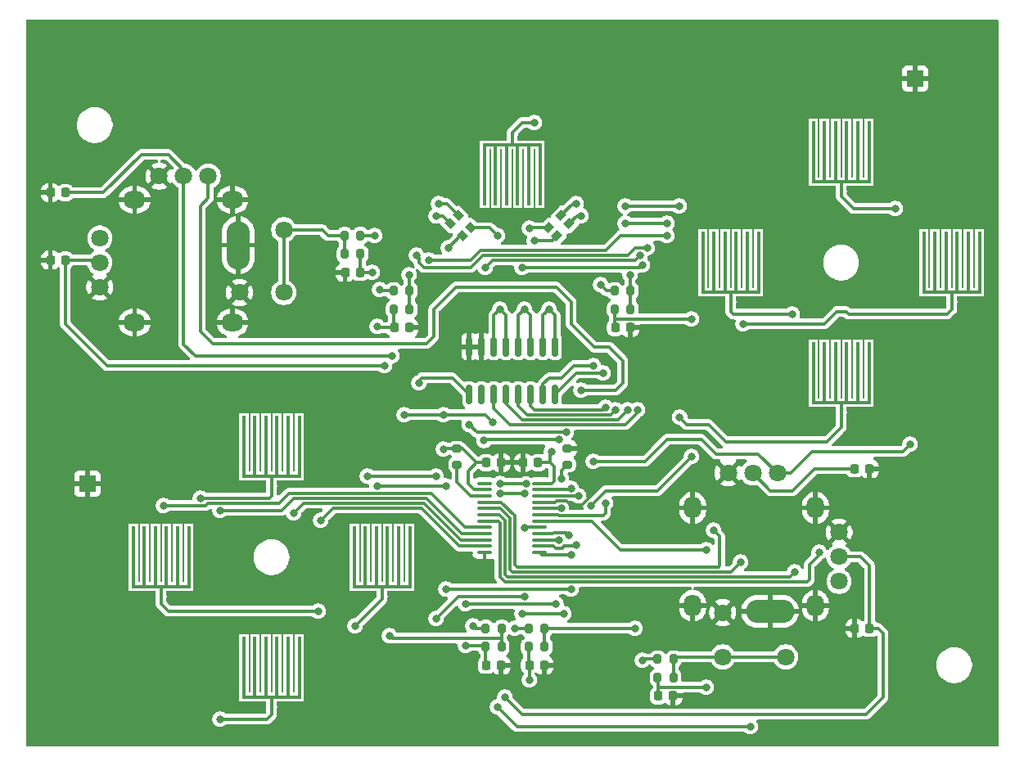
<source format=gtl>
%TF.GenerationSoftware,KiCad,Pcbnew,9.0.5*%
%TF.CreationDate,2025-11-15T17:59:50+00:00*%
%TF.ProjectId,gk-controls,676b2d63-6f6e-4747-926f-6c732e6b6963,rev?*%
%TF.SameCoordinates,Original*%
%TF.FileFunction,Copper,L1,Top*%
%TF.FilePolarity,Positive*%
%FSLAX46Y46*%
G04 Gerber Fmt 4.6, Leading zero omitted, Abs format (unit mm)*
G04 Created by KiCad (PCBNEW 9.0.5) date 2025-11-15 17:59:50*
%MOMM*%
%LPD*%
G01*
G04 APERTURE LIST*
G04 Aperture macros list*
%AMRoundRect*
0 Rectangle with rounded corners*
0 $1 Rounding radius*
0 $2 $3 $4 $5 $6 $7 $8 $9 X,Y pos of 4 corners*
0 Add a 4 corners polygon primitive as box body*
4,1,4,$2,$3,$4,$5,$6,$7,$8,$9,$2,$3,0*
0 Add four circle primitives for the rounded corners*
1,1,$1+$1,$2,$3*
1,1,$1+$1,$4,$5*
1,1,$1+$1,$6,$7*
1,1,$1+$1,$8,$9*
0 Add four rect primitives between the rounded corners*
20,1,$1+$1,$2,$3,$4,$5,0*
20,1,$1+$1,$4,$5,$6,$7,0*
20,1,$1+$1,$6,$7,$8,$9,0*
20,1,$1+$1,$8,$9,$2,$3,0*%
%AMRotRect*
0 Rectangle, with rotation*
0 The origin of the aperture is its center*
0 $1 length*
0 $2 width*
0 $3 Rotation angle, in degrees counterclockwise*
0 Add horizontal line*
21,1,$1,$2,0,0,$3*%
G04 Aperture macros list end*
%TA.AperFunction,ComponentPad*%
%ADD10C,1.800000*%
%TD*%
%TA.AperFunction,ComponentPad*%
%ADD11O,5.000000X2.400000*%
%TD*%
%TA.AperFunction,ComponentPad*%
%ADD12O,1.800000X2.300000*%
%TD*%
%TA.AperFunction,SMDPad,CuDef*%
%ADD13RoundRect,0.200000X-0.200000X-0.275000X0.200000X-0.275000X0.200000X0.275000X-0.200000X0.275000X0*%
%TD*%
%TA.AperFunction,SMDPad,CuDef*%
%ADD14RoundRect,0.225000X-0.225000X-0.250000X0.225000X-0.250000X0.225000X0.250000X-0.225000X0.250000X0*%
%TD*%
%TA.AperFunction,SMDPad,CuDef*%
%ADD15RoundRect,0.200000X0.200000X0.275000X-0.200000X0.275000X-0.200000X-0.275000X0.200000X-0.275000X0*%
%TD*%
%TA.AperFunction,SMDPad,CuDef*%
%ADD16RoundRect,0.225000X0.225000X0.250000X-0.225000X0.250000X-0.225000X-0.250000X0.225000X-0.250000X0*%
%TD*%
%TA.AperFunction,ComponentPad*%
%ADD17R,1.700000X1.700000*%
%TD*%
%TA.AperFunction,SMDPad,CuDef*%
%ADD18RoundRect,0.200000X0.275000X-0.200000X0.275000X0.200000X-0.275000X0.200000X-0.275000X-0.200000X0*%
%TD*%
%TA.AperFunction,SMDPad,CuDef*%
%ADD19RoundRect,0.150000X-0.150000X0.825000X-0.150000X-0.825000X0.150000X-0.825000X0.150000X0.825000X0*%
%TD*%
%TA.AperFunction,SMDPad,CuDef*%
%ADD20RotRect,0.900000X0.800000X135.000000*%
%TD*%
%TA.AperFunction,SMDPad,CuDef*%
%ADD21R,0.675000X7.000000*%
%TD*%
%TA.AperFunction,SMDPad,CuDef*%
%ADD22R,0.250000X6.100000*%
%TD*%
%TA.AperFunction,SMDPad,CuDef*%
%ADD23R,3.492000X0.500000*%
%TD*%
%TA.AperFunction,SMDPad,CuDef*%
%ADD24R,8.000000X0.500000*%
%TD*%
%TA.AperFunction,SMDPad,CuDef*%
%ADD25R,0.400000X6.500000*%
%TD*%
%TA.AperFunction,SMDPad,CuDef*%
%ADD26R,6.150000X0.400000*%
%TD*%
%TA.AperFunction,SMDPad,CuDef*%
%ADD27R,0.400000X1.140000*%
%TD*%
%TA.AperFunction,SMDPad,CuDef*%
%ADD28RoundRect,0.200000X-0.275000X0.200000X-0.275000X-0.200000X0.275000X-0.200000X0.275000X0.200000X0*%
%TD*%
%TA.AperFunction,SMDPad,CuDef*%
%ADD29RoundRect,0.100000X-0.637500X-0.100000X0.637500X-0.100000X0.637500X0.100000X-0.637500X0.100000X0*%
%TD*%
%TA.AperFunction,SMDPad,CuDef*%
%ADD30RotRect,0.900000X0.800000X45.000000*%
%TD*%
%TA.AperFunction,ComponentPad*%
%ADD31O,2.400000X5.000000*%
%TD*%
%TA.AperFunction,ComponentPad*%
%ADD32O,2.300000X1.800000*%
%TD*%
%TA.AperFunction,ViaPad*%
%ADD33C,0.800000*%
%TD*%
%TA.AperFunction,Conductor*%
%ADD34C,0.304800*%
%TD*%
G04 APERTURE END LIST*
D10*
%TO.P,SW2,1,1*%
%TO.N,Net-(R3-Pad1)*%
X134962260Y-96924732D03*
D11*
%TO.P,SW2,2,2*%
%TO.N,GND*%
X133362260Y-92202732D03*
D10*
%TO.P,SW2,3,3*%
%TO.N,Net-(R3-Pad1)*%
X128459860Y-96924732D03*
%TO.P,SW2,4,4*%
%TO.N,GND*%
X128459860Y-92352732D03*
%TO.P,SW2,5*%
X140499460Y-84046932D03*
%TO.P,SW2,6*%
%TO.N,JOY_B_X*%
X140499460Y-86586932D03*
%TO.P,SW2,7*%
%TO.N,VDDA*%
X140499460Y-89126932D03*
%TO.P,SW2,8*%
%TO.N,GND*%
X129018660Y-77900132D03*
%TO.P,SW2,9*%
%TO.N,JOY_B_Y*%
X131558660Y-77900132D03*
%TO.P,SW2,10*%
%TO.N,VDDA*%
X134098660Y-77900132D03*
D12*
%TO.P,SW2,11,MOUNT_1*%
%TO.N,GND*%
X138061060Y-81506932D03*
%TO.P,SW2,12,MOUNT_2*%
X138061060Y-91641532D03*
%TO.P,SW2,13,MOUNT_3*%
X125361060Y-91641532D03*
%TO.P,SW2,14,MOUNT_4*%
X125361060Y-81506932D03*
%TD*%
D13*
%TO.P,R36,1*%
%TO.N,+3V3*%
X108395000Y-93980000D03*
%TO.P,R36,2*%
%TO.N,Net-(R36-Pad2)*%
X110045000Y-93980000D03*
%TD*%
D14*
%TO.P,C23,1*%
%TO.N,BTN_MCU_LT*%
X104000000Y-97790000D03*
%TO.P,C23,2*%
%TO.N,GND*%
X105550000Y-97790000D03*
%TD*%
D13*
%TO.P,R35,1*%
%TO.N,+3V3*%
X103950000Y-93980000D03*
%TO.P,R35,2*%
%TO.N,Net-(R35-Pad2)*%
X105600000Y-93980000D03*
%TD*%
D14*
%TO.P,C21,1*%
%TO.N,BTN_MCU_RB*%
X117335000Y-62865000D03*
%TO.P,C21,2*%
%TO.N,GND*%
X118885000Y-62865000D03*
%TD*%
D15*
%TO.P,R38,1*%
%TO.N,Net-(R36-Pad2)*%
X110045000Y-95885000D03*
%TO.P,R38,2*%
%TO.N,BTN_MCU_RT*%
X108395000Y-95885000D03*
%TD*%
D16*
%TO.P,C4,1*%
%TO.N,JOY_A_X*%
X60465000Y-48895000D03*
%TO.P,C4,2*%
%TO.N,GND*%
X58915000Y-48895000D03*
%TD*%
D17*
%TO.P,H5,1,Pin_1*%
%TO.N,GND*%
X62738000Y-78994000D03*
%TD*%
D18*
%TO.P,R11,1*%
%TO.N,Net-(U1-P1_7)*%
X112395000Y-77025000D03*
%TO.P,R11,2*%
%TO.N,GND*%
X112395000Y-75375000D03*
%TD*%
D19*
%TO.P,U2,1,I1*%
%TO.N,BTNLED_R*%
X111125000Y-64835000D03*
%TO.P,U2,2,I2*%
X109855000Y-64835000D03*
%TO.P,U2,3,I3*%
%TO.N,BTNLED_G*%
X108585000Y-64835000D03*
%TO.P,U2,4,I4*%
X107315000Y-64835000D03*
%TO.P,U2,5,I5*%
%TO.N,BTNLED_B*%
X106045000Y-64835000D03*
%TO.P,U2,6,I6*%
X104775000Y-64835000D03*
%TO.P,U2,7,I7*%
%TO.N,GND*%
X103505000Y-64835000D03*
%TO.P,U2,8,GND*%
X102235000Y-64835000D03*
%TO.P,U2,9,COM*%
%TO.N,+3V3*%
X102235000Y-69785000D03*
%TO.P,U2,10,O7*%
%TO.N,unconnected-(U2-O7-Pad10)*%
X103505000Y-69785000D03*
%TO.P,U2,11,O6*%
%TO.N,Net-(U2-O6)*%
X104775000Y-69785000D03*
%TO.P,U2,12,O5*%
%TO.N,Net-(U2-O5)*%
X106045000Y-69785000D03*
%TO.P,U2,13,O4*%
%TO.N,Net-(U2-O4)*%
X107315000Y-69785000D03*
%TO.P,U2,14,O3*%
%TO.N,Net-(U2-O3)*%
X108585000Y-69785000D03*
%TO.P,U2,15,O2*%
%TO.N,Net-(U2-O2)*%
X109855000Y-69785000D03*
%TO.P,U2,16,O1*%
%TO.N,Net-(U2-O1)*%
X111125000Y-69785000D03*
%TD*%
D20*
%TO.P,D1,1,A*%
%TO.N,+3V3*%
X101560132Y-53384660D03*
%TO.P,D1,2,RK*%
%TO.N,Net-(D1-RK)*%
X102408660Y-52536132D03*
%TO.P,D1,3,GK*%
%TO.N,Net-(D1-GK)*%
X101135868Y-51263340D03*
%TO.P,D1,4,BK*%
%TO.N,Net-(D1-BK)*%
X100287340Y-52111868D03*
%TD*%
D13*
%TO.P,R2,1*%
%TO.N,Net-(R1-Pad1)*%
X89345000Y-55245000D03*
%TO.P,R2,2*%
%TO.N,BTN_MCU_JOY_A*%
X90995000Y-55245000D03*
%TD*%
D21*
%TO.P,SW_L1,1,1*%
%TO.N,GND*%
X66695500Y-86614000D03*
D22*
X68058000Y-86163999D03*
D23*
X68104000Y-90364000D03*
D22*
X69208000Y-86163999D03*
D24*
X70358000Y-82864000D03*
D22*
X70358000Y-86163999D03*
X71508000Y-86163999D03*
D23*
X72612000Y-90364000D03*
D22*
X72658000Y-86163999D03*
D21*
X74020500Y-86614000D03*
D25*
%TO.P,SW_L1,2,2*%
%TO.N,Net-(R23-Pad2)*%
X67483000Y-86614000D03*
X68633000Y-86614000D03*
X69783000Y-86614000D03*
D26*
X70358000Y-89664000D03*
D27*
X70358000Y-90069000D03*
D25*
X70933000Y-86614000D03*
X72083000Y-86614000D03*
X73233000Y-86614000D03*
%TD*%
D16*
%TO.P,C9,1*%
%TO.N,+3V3*%
X109360000Y-76835000D03*
%TO.P,C9,2*%
%TO.N,GND*%
X107810000Y-76835000D03*
%TD*%
D21*
%TO.P,SW_D1,1,1*%
%TO.N,GND*%
X78125500Y-98044000D03*
D22*
X79488000Y-97593999D03*
D23*
X79534000Y-101794000D03*
D22*
X80638000Y-97593999D03*
D24*
X81788000Y-94294000D03*
D22*
X81788000Y-97593999D03*
X82938000Y-97593999D03*
D23*
X84042000Y-101794000D03*
D22*
X84088000Y-97593999D03*
D21*
X85450500Y-98044000D03*
D25*
%TO.P,SW_D1,2,2*%
%TO.N,ROT_B*%
X78913000Y-98044000D03*
X80063000Y-98044000D03*
X81213000Y-98044000D03*
D26*
X81788000Y-101094000D03*
D27*
X81788000Y-101499000D03*
D25*
X82363000Y-98044000D03*
X83513000Y-98044000D03*
X84663000Y-98044000D03*
%TD*%
D28*
%TO.P,R5,1*%
%TO.N,VDDIO*%
X100965000Y-75375000D03*
%TO.P,R5,2*%
%TO.N,Net-(U1-~{RESET})*%
X100965000Y-77025000D03*
%TD*%
D16*
%TO.P,C6,1*%
%TO.N,JOY_B_X*%
X143650000Y-93980000D03*
%TO.P,C6,2*%
%TO.N,GND*%
X142100000Y-93980000D03*
%TD*%
D21*
%TO.P,SW_B1,1,1*%
%TO.N,GND*%
X148476160Y-56136132D03*
D22*
X149838660Y-55686131D03*
D23*
X149884660Y-59886132D03*
D22*
X150988660Y-55686131D03*
D24*
X152138660Y-52386132D03*
D22*
X152138660Y-55686131D03*
X153288660Y-55686131D03*
D23*
X154392660Y-59886132D03*
D22*
X154438660Y-55686131D03*
D21*
X155801160Y-56136132D03*
D25*
%TO.P,SW_B1,2,2*%
%TO.N,Net-(R14-Pad2)*%
X149263660Y-56136132D03*
X150413660Y-56136132D03*
X151563660Y-56136132D03*
D26*
X152138660Y-59186132D03*
D27*
X152138660Y-59591132D03*
D25*
X152713660Y-56136132D03*
X153863660Y-56136132D03*
X155013660Y-56136132D03*
%TD*%
D29*
%TO.P,U1,1,~{INT}*%
%TO.N,unconnected-(U1-~{INT}-Pad1)*%
X103817500Y-78975000D03*
%TO.P,U1,2,VDD_I2C*%
%TO.N,VDDIO*%
X103817500Y-79625000D03*
%TO.P,U1,3,~{RESET}*%
%TO.N,Net-(U1-~{RESET})*%
X103817500Y-80275000D03*
%TO.P,U1,4,P0_0*%
%TO.N,BTN_MCU_A*%
X103817500Y-80925000D03*
%TO.P,U1,5,P0_1*%
%TO.N,BTN_MCU_B*%
X103817500Y-81575000D03*
%TO.P,U1,6,P0_2*%
%TO.N,BTN_MCU_X*%
X103817500Y-82225000D03*
%TO.P,U1,7,P0_3*%
%TO.N,BTN_MCU_Y*%
X103817500Y-82875000D03*
%TO.P,U1,8,P0_4*%
%TO.N,BTN_MCU_U*%
X103817500Y-83525000D03*
%TO.P,U1,9,P0_5*%
%TO.N,BTN_MCU_D*%
X103817500Y-84175000D03*
%TO.P,U1,10,P0_6*%
%TO.N,BTN_MCU_L*%
X103817500Y-84825000D03*
%TO.P,U1,11,P0_7*%
%TO.N,BTN_MCU_R*%
X103817500Y-85475000D03*
%TO.P,U1,12,VSS*%
%TO.N,GND*%
X103817500Y-86125000D03*
%TO.P,U1,13,P1_0*%
%TO.N,BTN_MCU_LB*%
X109542500Y-86125000D03*
%TO.P,U1,14,P1_1*%
%TO.N,BTN_MCU_RB*%
X109542500Y-85475000D03*
%TO.P,U1,15,P1_2*%
%TO.N,BTN_MCU_LT*%
X109542500Y-84825000D03*
%TO.P,U1,16,P1_3*%
%TO.N,BTN_MCU_RT*%
X109542500Y-84175000D03*
%TO.P,U1,17,P1_4*%
%TO.N,BTN_MCU_JOY_A*%
X109542500Y-83525000D03*
%TO.P,U1,18,P1_5*%
%TO.N,BTN_MCU_JOY_B*%
X109542500Y-82875000D03*
%TO.P,U1,19,P1_6*%
%TO.N,BTN_MCU_MENU*%
X109542500Y-82225000D03*
%TO.P,U1,20,P1_7*%
%TO.N,Net-(U1-P1_7)*%
X109542500Y-81575000D03*
%TO.P,U1,21,ADDR*%
%TO.N,GND*%
X109542500Y-80925000D03*
%TO.P,U1,22,SCL*%
%TO.N,I2C1_SCL*%
X109542500Y-80275000D03*
%TO.P,U1,23,SDA*%
%TO.N,I2C1_SDA*%
X109542500Y-79625000D03*
%TO.P,U1,24,VDD_P*%
%TO.N,+3V3*%
X109542500Y-78975000D03*
%TD*%
D16*
%TO.P,C8,1*%
%TO.N,BTN_MCU_JOY_A*%
X90945000Y-57150000D03*
%TO.P,C8,2*%
%TO.N,GND*%
X89395000Y-57150000D03*
%TD*%
D21*
%TO.P,SW_X1,1,1*%
%TO.N,GND*%
X125616160Y-56136132D03*
D22*
X126978660Y-55686131D03*
D23*
X127024660Y-59886132D03*
D22*
X128128660Y-55686131D03*
D24*
X129278660Y-52386132D03*
D22*
X129278660Y-55686131D03*
X130428660Y-55686131D03*
D23*
X131532660Y-59886132D03*
D22*
X131578660Y-55686131D03*
D21*
X132941160Y-56136132D03*
D25*
%TO.P,SW_X1,2,2*%
%TO.N,Net-(R15-Pad2)*%
X126403660Y-56136132D03*
X127553660Y-56136132D03*
X128703660Y-56136132D03*
D26*
X129278660Y-59186132D03*
D27*
X129278660Y-59591132D03*
D25*
X129853660Y-56136132D03*
X131003660Y-56136132D03*
X132153660Y-56136132D03*
%TD*%
D16*
%TO.P,C5,1*%
%TO.N,JOY_A_Y*%
X60465000Y-55880000D03*
%TO.P,C5,2*%
%TO.N,GND*%
X58915000Y-55880000D03*
%TD*%
D21*
%TO.P,SW_R1,1,1*%
%TO.N,GND*%
X89555500Y-86614000D03*
D22*
X90918000Y-86163999D03*
D23*
X90964000Y-90364000D03*
D22*
X92068000Y-86163999D03*
D24*
X93218000Y-82864000D03*
D22*
X93218000Y-86163999D03*
X94368000Y-86163999D03*
D23*
X95472000Y-90364000D03*
D22*
X95518000Y-86163999D03*
D21*
X96880500Y-86614000D03*
D25*
%TO.P,SW_R1,2,2*%
%TO.N,Net-(R24-Pad2)*%
X90343000Y-86614000D03*
X91493000Y-86614000D03*
X92643000Y-86614000D03*
D26*
X93218000Y-89664000D03*
D27*
X93218000Y-90069000D03*
D25*
X93793000Y-86614000D03*
X94943000Y-86614000D03*
X96093000Y-86614000D03*
%TD*%
D30*
%TO.P,D2,1,A*%
%TO.N,+3V3*%
X110447340Y-52536132D03*
%TO.P,D2,2,RK*%
%TO.N,Net-(D2-RK)*%
X111295868Y-53384660D03*
%TO.P,D2,3,GK*%
%TO.N,Net-(D2-GK)*%
X112568660Y-52111868D03*
%TO.P,D2,4,BK*%
%TO.N,Net-(D2-BK)*%
X111720132Y-51263340D03*
%TD*%
D21*
%TO.P,SW_A1,1,1*%
%TO.N,GND*%
X137046160Y-67566132D03*
D22*
X138408660Y-67116131D03*
D23*
X138454660Y-71316132D03*
D22*
X139558660Y-67116131D03*
D24*
X140708660Y-63816132D03*
D22*
X140708660Y-67116131D03*
X141858660Y-67116131D03*
D23*
X142962660Y-71316132D03*
D22*
X143008660Y-67116131D03*
D21*
X144371160Y-67566132D03*
D25*
%TO.P,SW_A1,2,2*%
%TO.N,Net-(R13-Pad2)*%
X137833660Y-67566132D03*
X138983660Y-67566132D03*
X140133660Y-67566132D03*
D26*
X140708660Y-70616132D03*
D27*
X140708660Y-71021132D03*
D25*
X141283660Y-67566132D03*
X142433660Y-67566132D03*
X143583660Y-67566132D03*
%TD*%
D21*
%TO.P,SW_Y1,1,1*%
%TO.N,GND*%
X137046160Y-44706132D03*
D22*
X138408660Y-44256131D03*
D23*
X138454660Y-48456132D03*
D22*
X139558660Y-44256131D03*
D24*
X140708660Y-40956132D03*
D22*
X140708660Y-44256131D03*
X141858660Y-44256131D03*
D23*
X142962660Y-48456132D03*
D22*
X143008660Y-44256131D03*
D21*
X144371160Y-44706132D03*
D25*
%TO.P,SW_Y1,2,2*%
%TO.N,Net-(R16-Pad2)*%
X137833660Y-44706132D03*
X138983660Y-44706132D03*
X140133660Y-44706132D03*
D26*
X140708660Y-47756132D03*
D27*
X140708660Y-48161132D03*
D25*
X141283660Y-44706132D03*
X142433660Y-44706132D03*
X143583660Y-44706132D03*
%TD*%
D21*
%TO.P,SW_U1,1,1*%
%TO.N,GND*%
X78125500Y-75184000D03*
D22*
X79488000Y-74733999D03*
D23*
X79534000Y-78934000D03*
D22*
X80638000Y-74733999D03*
D24*
X81788000Y-71434000D03*
D22*
X81788000Y-74733999D03*
X82938000Y-74733999D03*
D23*
X84042000Y-78934000D03*
D22*
X84088000Y-74733999D03*
D21*
X85450500Y-75184000D03*
D25*
%TO.P,SW_U1,2,2*%
%TO.N,ROT_A*%
X78913000Y-75184000D03*
X80063000Y-75184000D03*
X81213000Y-75184000D03*
D26*
X81788000Y-78234000D03*
D27*
X81788000Y-78639000D03*
D25*
X82363000Y-75184000D03*
X83513000Y-75184000D03*
X84663000Y-75184000D03*
%TD*%
D13*
%TO.P,R29,1*%
%TO.N,+3V3*%
X94425000Y-59055000D03*
%TO.P,R29,2*%
%TO.N,Net-(R29-Pad2)*%
X96075000Y-59055000D03*
%TD*%
D15*
%TO.P,R37,1*%
%TO.N,Net-(R35-Pad2)*%
X105600000Y-95885000D03*
%TO.P,R37,2*%
%TO.N,BTN_MCU_LT*%
X103950000Y-95885000D03*
%TD*%
D14*
%TO.P,C10,1*%
%TO.N,VDDIO*%
X104000000Y-76835000D03*
%TO.P,C10,2*%
%TO.N,GND*%
X105550000Y-76835000D03*
%TD*%
D15*
%TO.P,R32,1*%
%TO.N,Net-(R29-Pad2)*%
X96075000Y-60960000D03*
%TO.P,R32,2*%
%TO.N,BTN_MCU_LB*%
X94425000Y-60960000D03*
%TD*%
D10*
%TO.P,SW1,1,1*%
%TO.N,Net-(R1-Pad1)*%
X83047260Y-52732532D03*
D31*
%TO.P,SW1,2,2*%
%TO.N,GND*%
X78325260Y-54332532D03*
D10*
%TO.P,SW1,3,3*%
%TO.N,Net-(R1-Pad1)*%
X83047260Y-59234932D03*
%TO.P,SW1,4,4*%
%TO.N,GND*%
X78475260Y-59234932D03*
%TO.P,SW1,5*%
X70169460Y-47195332D03*
%TO.P,SW1,6*%
%TO.N,JOY_A_X*%
X72709460Y-47195332D03*
%TO.P,SW1,7*%
%TO.N,VDDA*%
X75249460Y-47195332D03*
%TO.P,SW1,8*%
%TO.N,GND*%
X64022660Y-58676132D03*
%TO.P,SW1,9*%
%TO.N,JOY_A_Y*%
X64022660Y-56136132D03*
%TO.P,SW1,10*%
%TO.N,VDDA*%
X64022660Y-53596132D03*
D32*
%TO.P,SW1,11,MOUNT_1*%
%TO.N,GND*%
X67629460Y-49633732D03*
%TO.P,SW1,12,MOUNT_2*%
X77764060Y-49633732D03*
%TO.P,SW1,13,MOUNT_3*%
X77764060Y-62333732D03*
%TO.P,SW1,14,MOUNT_4*%
X67629460Y-62333732D03*
%TD*%
D15*
%TO.P,R4,1*%
%TO.N,Net-(R3-Pad1)*%
X123380000Y-99060000D03*
%TO.P,R4,2*%
%TO.N,BTN_MCU_JOY_B*%
X121730000Y-99060000D03*
%TD*%
D21*
%TO.P,SW_MENU1,1,1*%
%TO.N,GND*%
X110342500Y-46990000D03*
D22*
X108980000Y-47440001D03*
D23*
X108934000Y-43240000D03*
D22*
X107830000Y-47440001D03*
D24*
X106680000Y-50740000D03*
D22*
X106680000Y-47440001D03*
X105530000Y-47440001D03*
D23*
X104426000Y-43240000D03*
D22*
X104380000Y-47440001D03*
D21*
X103017500Y-46990000D03*
D25*
%TO.P,SW_MENU1,2,2*%
%TO.N,Net-(R31-Pad2)*%
X109555000Y-46990000D03*
X108405000Y-46990000D03*
X107255000Y-46990000D03*
D26*
X106680000Y-43940000D03*
D27*
X106680000Y-43535000D03*
D25*
X106105000Y-46990000D03*
X104955000Y-46990000D03*
X103805000Y-46990000D03*
%TD*%
D14*
%TO.P,C24,1*%
%TO.N,BTN_MCU_RT*%
X108445000Y-97790000D03*
%TO.P,C24,2*%
%TO.N,GND*%
X109995000Y-97790000D03*
%TD*%
%TO.P,C7,1*%
%TO.N,JOY_B_Y*%
X142100000Y-77470000D03*
%TO.P,C7,2*%
%TO.N,GND*%
X143650000Y-77470000D03*
%TD*%
D17*
%TO.P,H6,1,Pin_1*%
%TO.N,GND*%
X148358660Y-37086132D03*
%TD*%
D14*
%TO.P,C20,1*%
%TO.N,BTN_MCU_LB*%
X94475000Y-62865000D03*
%TO.P,C20,2*%
%TO.N,GND*%
X96025000Y-62865000D03*
%TD*%
D13*
%TO.P,R1,1*%
%TO.N,Net-(R1-Pad1)*%
X89345000Y-53340000D03*
%TO.P,R1,2*%
%TO.N,+3V3*%
X90995000Y-53340000D03*
%TD*%
%TO.P,R30,1*%
%TO.N,+3V3*%
X117285000Y-59055000D03*
%TO.P,R30,2*%
%TO.N,Net-(R30-Pad2)*%
X118935000Y-59055000D03*
%TD*%
D15*
%TO.P,R33,1*%
%TO.N,Net-(R30-Pad2)*%
X118935000Y-60960000D03*
%TO.P,R33,2*%
%TO.N,BTN_MCU_RB*%
X117285000Y-60960000D03*
%TD*%
D14*
%TO.P,C11,1*%
%TO.N,BTN_MCU_JOY_B*%
X121780000Y-100965000D03*
%TO.P,C11,2*%
%TO.N,GND*%
X123330000Y-100965000D03*
%TD*%
D15*
%TO.P,R3,1*%
%TO.N,Net-(R3-Pad1)*%
X123380000Y-97155000D03*
%TO.P,R3,2*%
%TO.N,+3V3*%
X121730000Y-97155000D03*
%TD*%
D33*
%TO.N,GND*%
X74422000Y-69850000D03*
X99060000Y-69596000D03*
X84582000Y-69850000D03*
X108458000Y-67310000D03*
X96266000Y-92456000D03*
X117094000Y-92710000D03*
X129032000Y-65024000D03*
X134112000Y-65024000D03*
X140716000Y-62230000D03*
X89662000Y-69850000D03*
X123952000Y-65024000D03*
X115316000Y-61976000D03*
X107442000Y-38354000D03*
X93472000Y-46482000D03*
X125222000Y-46482000D03*
X119380000Y-74168000D03*
X97536000Y-75946000D03*
X101600000Y-62230000D03*
X105664000Y-67310000D03*
X79502000Y-69850000D03*
%TO.N,ROT_B*%
X76454000Y-103378000D03*
%TO.N,Net-(R30-Pad2)*%
X118872000Y-57404000D03*
%TO.N,ROT_A*%
X74422000Y-80518000D03*
%TO.N,+3V3*%
X100076000Y-54610000D03*
X92964000Y-58928000D03*
X120142000Y-97282000D03*
X108458000Y-52578000D03*
X92456000Y-53340000D03*
X106934000Y-93980000D03*
X115824000Y-58420000D03*
X102616000Y-93726000D03*
X110744000Y-75692000D03*
X97028000Y-68580000D03*
%TO.N,VDDA*%
X113792000Y-69342000D03*
X115062000Y-76708000D03*
X147828000Y-74930000D03*
%TO.N,VDDIO*%
X104648000Y-72644000D03*
X95504000Y-71882000D03*
X99568000Y-75438000D03*
X99568000Y-71882000D03*
%TO.N,JOY_A_X*%
X108142799Y-79038709D03*
X94234000Y-65786000D03*
X105410000Y-78994000D03*
%TO.N,JOY_A_Y*%
X93472000Y-66802000D03*
X105410000Y-80010000D03*
X107950000Y-80010000D03*
%TO.N,JOY_B_X*%
X105918000Y-101092000D03*
%TO.N,JOY_B_Y*%
X131318000Y-104140000D03*
X105156000Y-102108000D03*
%TO.N,BTN_MCU_JOY_A*%
X98806000Y-78232000D03*
X107950000Y-90678000D03*
X91694000Y-78232000D03*
X107950000Y-83566000D03*
X98806000Y-92964000D03*
X92202000Y-57150000D03*
%TO.N,BTN_MCU_JOY_B*%
X126746000Y-85852000D03*
X126746000Y-100076000D03*
%TO.N,BTN_MCU_A*%
X127508000Y-83820000D03*
%TO.N,BTN_MCU_B*%
X130302000Y-87122000D03*
%TO.N,BTN_MCU_X*%
X135890000Y-88138000D03*
%TO.N,BTN_MCU_Y*%
X138430000Y-86106000D03*
%TO.N,BTN_MCU_U*%
X70612000Y-81280000D03*
%TO.N,BTN_MCU_D*%
X76454000Y-81788000D03*
%TO.N,BTN_MCU_L*%
X84074000Y-82042000D03*
%TO.N,BTN_MCU_R*%
X86868000Y-82804000D03*
%TO.N,BTN_MCU_LB*%
X92710000Y-79248000D03*
X112776000Y-86360000D03*
X112776000Y-89916000D03*
X92710000Y-62738000D03*
X99822000Y-89916000D03*
X99822000Y-79248000D03*
%TO.N,BTN_MCU_RB*%
X113284000Y-85344000D03*
X114808002Y-81280000D03*
X125222000Y-76200000D03*
X125222000Y-61976000D03*
%TO.N,BTN_MCU_MENU*%
X116332000Y-81026000D03*
%TO.N,BTN_MCU_LT*%
X111503348Y-84876400D03*
X101854000Y-91440000D03*
X111211600Y-91440000D03*
X101854000Y-95758000D03*
%TO.N,BTN_MCU_RT*%
X112522000Y-84328000D03*
X107696000Y-92456000D03*
X112014000Y-92456000D03*
X108458000Y-99314000D03*
%TO.N,Net-(D1-BK)*%
X98806000Y-51308000D03*
%TO.N,Net-(D1-GK)*%
X99060000Y-50038000D03*
%TO.N,Net-(D1-RK)*%
X105156000Y-53340000D03*
%TO.N,Net-(D2-GK)*%
X113792000Y-51308000D03*
%TO.N,Net-(D2-RK)*%
X108966000Y-53848000D03*
%TO.N,Net-(D2-BK)*%
X113284000Y-50038000D03*
%TO.N,BTNLED_G*%
X107950000Y-60960000D03*
%TO.N,BTNLED_B*%
X105410000Y-60960000D03*
%TO.N,I2C1_SCL*%
X113538000Y-80264000D03*
X102235000Y-72898000D03*
X112268000Y-73700400D03*
%TO.N,I2C1_SDA*%
X111506000Y-74422000D03*
X112776000Y-79502000D03*
X103759000Y-74549000D03*
%TO.N,BTNLED_R*%
X110490000Y-60960000D03*
%TO.N,Net-(U2-O1)*%
X116078000Y-67564000D03*
X103886000Y-56642000D03*
X119888000Y-55372000D03*
%TO.N,Net-(U2-O3)*%
X116332000Y-71120000D03*
X96774000Y-55372000D03*
X120650000Y-54610000D03*
%TO.N,Net-(U2-O5)*%
X118618000Y-71374000D03*
X122682000Y-53340000D03*
X98044000Y-55880000D03*
%TO.N,Net-(U2-O2)*%
X107696000Y-56642000D03*
X115062000Y-66802000D03*
X120142000Y-56388000D03*
%TO.N,Net-(U2-O4)*%
X122682000Y-52070000D03*
X118364000Y-52070000D03*
X117348000Y-71374000D03*
%TO.N,Net-(U1-P1_7)*%
X111760000Y-78486000D03*
X111760000Y-81534000D03*
%TO.N,Net-(U2-O6)*%
X118364000Y-50292000D03*
X123952000Y-50292000D03*
X119634000Y-71374000D03*
%TO.N,Net-(R13-Pad2)*%
X124015000Y-72136000D03*
%TO.N,Net-(R14-Pad2)*%
X130556000Y-62484000D03*
%TO.N,Net-(R15-Pad2)*%
X135636000Y-61468000D03*
%TO.N,Net-(R16-Pad2)*%
X146304000Y-50546000D03*
%TO.N,Net-(R23-Pad2)*%
X86614000Y-92202000D03*
%TO.N,Net-(R24-Pad2)*%
X90424000Y-93726000D03*
%TO.N,Net-(R29-Pad2)*%
X96012000Y-57404000D03*
%TO.N,Net-(R31-Pad2)*%
X108966000Y-41656000D03*
%TO.N,Net-(R35-Pad2)*%
X93980000Y-94742000D03*
%TO.N,Net-(R36-Pad2)*%
X119380000Y-93980000D03*
%TD*%
D34*
%TO.N,GND*%
X112522000Y-81026000D02*
X112776000Y-81280000D01*
X112268000Y-80772000D02*
X112522000Y-81026000D01*
X113284000Y-81280000D02*
X113792000Y-81280000D01*
X140716000Y-62230000D02*
X140716000Y-63808792D01*
X114300000Y-80772000D02*
X115062000Y-80010000D01*
X140716000Y-63808792D02*
X140708660Y-63816132D01*
X112776000Y-81280000D02*
X113284000Y-81280000D01*
X113792000Y-81280000D02*
X114300000Y-80772000D01*
X112014000Y-80772000D02*
X112268000Y-80772000D01*
X111099000Y-80925000D02*
X111252000Y-80772000D01*
X115062000Y-80010000D02*
X115062000Y-78740000D01*
X111252000Y-80772000D02*
X112014000Y-80772000D01*
X109542500Y-80925000D02*
X111099000Y-80925000D01*
%TO.N,ROT_B*%
X81788000Y-102870000D02*
X81280000Y-103378000D01*
X81788000Y-101499000D02*
X81788000Y-102870000D01*
X81280000Y-103378000D02*
X76454000Y-103378000D01*
%TO.N,Net-(R30-Pad2)*%
X118872000Y-58992000D02*
X118935000Y-59055000D01*
X118872000Y-57404000D02*
X118872000Y-58992000D01*
X118935000Y-59055000D02*
X118935000Y-60960000D01*
%TO.N,ROT_A*%
X81788000Y-78639000D02*
X81788000Y-80264000D01*
X81788000Y-80264000D02*
X81534000Y-80518000D01*
X81534000Y-80518000D02*
X74422000Y-80518000D01*
%TO.N,+3V3*%
X117285000Y-59055000D02*
X116459000Y-59055000D01*
X116459000Y-59055000D02*
X115824000Y-58420000D01*
X110617000Y-76835000D02*
X110617000Y-75819000D01*
X121730000Y-97155000D02*
X120269000Y-97155000D01*
X110998000Y-78740000D02*
X110998000Y-77216000D01*
X120269000Y-97155000D02*
X120142000Y-97282000D01*
X110998000Y-77216000D02*
X110617000Y-76835000D01*
X110763000Y-78975000D02*
X110998000Y-78740000D01*
X101560132Y-53384660D02*
X101301340Y-53384660D01*
X102870000Y-93980000D02*
X102616000Y-93726000D01*
X103950000Y-93980000D02*
X102870000Y-93980000D01*
X108499868Y-52536132D02*
X108458000Y-52578000D01*
X109542500Y-78975000D02*
X110763000Y-78975000D01*
X97028000Y-68326000D02*
X97028000Y-68580000D01*
X102235000Y-69785000D02*
X100522000Y-68072000D01*
X108395000Y-93980000D02*
X106934000Y-93980000D01*
X97282000Y-68072000D02*
X97028000Y-68326000D01*
X110447340Y-52536132D02*
X108499868Y-52536132D01*
X110617000Y-76835000D02*
X109360000Y-76835000D01*
X90995000Y-53340000D02*
X92456000Y-53340000D01*
X93091000Y-59055000D02*
X92964000Y-58928000D01*
X100522000Y-68072000D02*
X97282000Y-68072000D01*
X101301340Y-53384660D02*
X100076000Y-54610000D01*
X94425000Y-59055000D02*
X93091000Y-59055000D01*
X110617000Y-75819000D02*
X110744000Y-75692000D01*
%TO.N,VDDA*%
X124206000Y-74422000D02*
X122682000Y-74422000D01*
X129794000Y-75946000D02*
X127762000Y-75946000D01*
X75249460Y-47195332D02*
X75249460Y-49464540D01*
X135459868Y-77900132D02*
X137668000Y-75692000D01*
X75692000Y-64516000D02*
X97790000Y-64516000D01*
X111252000Y-58674000D02*
X112776000Y-60198000D01*
X126238000Y-74422000D02*
X124206000Y-74422000D01*
X121412000Y-75692000D02*
X120396000Y-76708000D01*
X100838000Y-58674000D02*
X111252000Y-58674000D01*
X122682000Y-74422000D02*
X121412000Y-75692000D01*
X116713000Y-64897000D02*
X118110000Y-66294000D01*
X120396000Y-76708000D02*
X115062000Y-76708000D01*
X98552000Y-63754000D02*
X98552000Y-60960000D01*
X98552000Y-60960000D02*
X100838000Y-58674000D01*
X74422000Y-63246000D02*
X75692000Y-64516000D01*
X137668000Y-75692000D02*
X147066000Y-75692000D01*
X127762000Y-75946000D02*
X126746000Y-74930000D01*
X112776000Y-60198000D02*
X112776000Y-62484000D01*
X147066000Y-75692000D02*
X147828000Y-74930000D01*
X134098660Y-77900132D02*
X135459868Y-77900132D01*
X117348000Y-69342000D02*
X113792000Y-69342000D01*
X126746000Y-74930000D02*
X126238000Y-74422000D01*
X75249460Y-49464540D02*
X74422000Y-50292000D01*
X115189000Y-64897000D02*
X116713000Y-64897000D01*
X134098660Y-77900132D02*
X132144528Y-75946000D01*
X118110000Y-68580000D02*
X117348000Y-69342000D01*
X118110000Y-66294000D02*
X118110000Y-68580000D01*
X132144528Y-75946000D02*
X129794000Y-75946000D01*
X97790000Y-64516000D02*
X98552000Y-63754000D01*
X74422000Y-50292000D02*
X74422000Y-63246000D01*
X112776000Y-62484000D02*
X115189000Y-64897000D01*
%TO.N,VDDIO*%
X95504000Y-71882000D02*
X103886000Y-71882000D01*
X102108000Y-78994000D02*
X102739000Y-79625000D01*
X99631000Y-75375000D02*
X99568000Y-75438000D01*
X101537000Y-75375000D02*
X100965000Y-75375000D01*
X102997000Y-76835000D02*
X101537000Y-75375000D01*
X102739000Y-79625000D02*
X103817500Y-79625000D01*
X102108000Y-77724000D02*
X102108000Y-78994000D01*
X100965000Y-75375000D02*
X99631000Y-75375000D01*
X104000000Y-76835000D02*
X102997000Y-76835000D01*
X103886000Y-71882000D02*
X104648000Y-72644000D01*
X102997000Y-76835000D02*
X102108000Y-77724000D01*
%TO.N,JOY_A_X*%
X71120000Y-44958000D02*
X72709460Y-46547460D01*
X105410000Y-78994000D02*
X108098090Y-78994000D01*
X73914000Y-65786000D02*
X72709460Y-64581460D01*
X72709460Y-64581460D02*
X72709460Y-47195332D01*
X60465000Y-48895000D02*
X64389000Y-48895000D01*
X68326000Y-44958000D02*
X71120000Y-44958000D01*
X64389000Y-48895000D02*
X68326000Y-44958000D01*
X72709460Y-46547460D02*
X72709460Y-47195332D01*
X108098090Y-78994000D02*
X108142799Y-79038709D01*
X94234000Y-65786000D02*
X73914000Y-65786000D01*
%TO.N,JOY_A_Y*%
X63766528Y-55880000D02*
X64022660Y-56136132D01*
X64770000Y-66802000D02*
X60465000Y-62497000D01*
X107950000Y-80010000D02*
X105410000Y-80010000D01*
X60465000Y-55880000D02*
X63766528Y-55880000D01*
X93472000Y-66802000D02*
X64770000Y-66802000D01*
X60465000Y-62497000D02*
X60465000Y-55880000D01*
%TO.N,JOY_B_X*%
X142720932Y-86586932D02*
X143650000Y-87516000D01*
X143256000Y-102870000D02*
X145034000Y-101092000D01*
X140499460Y-86586932D02*
X142720932Y-86586932D01*
X143650000Y-87516000D02*
X143650000Y-93980000D01*
X145034000Y-101092000D02*
X145034000Y-94488000D01*
X105918000Y-101092000D02*
X107696000Y-102870000D01*
X107696000Y-102870000D02*
X143256000Y-102870000D01*
X145034000Y-94488000D02*
X144526000Y-93980000D01*
X144526000Y-93980000D02*
X143650000Y-93980000D01*
%TO.N,JOY_B_Y*%
X105156000Y-102108000D02*
X107188000Y-104140000D01*
X133414528Y-79756000D02*
X135636000Y-79756000D01*
X107188000Y-104140000D02*
X131318000Y-104140000D01*
X135636000Y-79756000D02*
X137922000Y-77470000D01*
X137922000Y-77470000D02*
X142100000Y-77470000D01*
X131558660Y-77900132D02*
X133414528Y-79756000D01*
%TO.N,BTN_MCU_JOY_A*%
X109542500Y-83525000D02*
X107991000Y-83525000D01*
X107950000Y-90678000D02*
X101092000Y-90678000D01*
X90995000Y-57100000D02*
X90945000Y-57150000D01*
X107991000Y-83525000D02*
X107950000Y-83566000D01*
X101092000Y-90678000D02*
X98806000Y-92964000D01*
X90995000Y-55245000D02*
X90995000Y-57100000D01*
X98806000Y-78232000D02*
X91694000Y-78232000D01*
X92202000Y-57150000D02*
X90945000Y-57150000D01*
%TO.N,BTN_MCU_JOY_B*%
X121780000Y-100965000D02*
X121780000Y-100076000D01*
X126746000Y-100076000D02*
X121780000Y-100076000D01*
X117856000Y-85852000D02*
X126746000Y-85852000D01*
X114879000Y-82875000D02*
X117856000Y-85852000D01*
X109542500Y-82875000D02*
X114879000Y-82875000D01*
X121780000Y-100076000D02*
X121780000Y-99110000D01*
X121780000Y-99110000D02*
X121730000Y-99060000D01*
%TO.N,BTN_MCU_A*%
X107188000Y-87630000D02*
X127762000Y-87630000D01*
X106934000Y-82296000D02*
X106934000Y-87376000D01*
X128016000Y-87630000D02*
X128143000Y-87503000D01*
X105563000Y-80925000D02*
X106934000Y-82296000D01*
X128143000Y-84455000D02*
X127508000Y-83820000D01*
X103817500Y-80925000D02*
X105563000Y-80925000D01*
X106934000Y-87376000D02*
X107188000Y-87630000D01*
X128143000Y-87503000D02*
X128143000Y-84455000D01*
X127762000Y-87630000D02*
X128016000Y-87630000D01*
%TO.N,BTN_MCU_B*%
X114046000Y-88138000D02*
X128778000Y-88138000D01*
X105918000Y-82042000D02*
X106426000Y-82550000D01*
X106680000Y-88138000D02*
X114046000Y-88138000D01*
X106426000Y-83058000D02*
X106426000Y-87884000D01*
X129286000Y-88138000D02*
X130302000Y-87122000D01*
X106426000Y-87884000D02*
X106680000Y-88138000D01*
X105451000Y-81575000D02*
X105918000Y-82042000D01*
X106426000Y-82550000D02*
X106426000Y-83058000D01*
X128778000Y-88138000D02*
X129286000Y-88138000D01*
X103817500Y-81575000D02*
X105451000Y-81575000D01*
%TO.N,BTN_MCU_X*%
X105410000Y-82296000D02*
X105918000Y-82804000D01*
X105339000Y-82225000D02*
X105410000Y-82296000D01*
X135382000Y-88646000D02*
X135890000Y-88138000D01*
X105918000Y-82804000D02*
X105918000Y-83312000D01*
X105918000Y-88392000D02*
X106172000Y-88646000D01*
X105918000Y-83312000D02*
X105918000Y-88392000D01*
X103817500Y-82225000D02*
X105339000Y-82225000D01*
X130810000Y-88646000D02*
X135382000Y-88646000D01*
X106172000Y-88646000D02*
X130810000Y-88646000D01*
%TO.N,BTN_MCU_Y*%
X105410000Y-88646000D02*
X105918000Y-89154000D01*
X137160000Y-89154000D02*
X137414000Y-88900000D01*
X105410000Y-83058000D02*
X105410000Y-86106000D01*
X103817500Y-82875000D02*
X105227000Y-82875000D01*
X132842000Y-89154000D02*
X137160000Y-89154000D01*
X105227000Y-82875000D02*
X105410000Y-83058000D01*
X112776000Y-89154000D02*
X132842000Y-89154000D01*
X137414000Y-87376000D02*
X138430000Y-86360000D01*
X105918000Y-89154000D02*
X112776000Y-89154000D01*
X137414000Y-88900000D02*
X137414000Y-87376000D01*
X105410000Y-86106000D02*
X105410000Y-88646000D01*
%TO.N,BTN_MCU_U*%
X83566000Y-80010000D02*
X98298000Y-80010000D01*
X98298000Y-80010000D02*
X101813000Y-83525000D01*
X75184000Y-81026000D02*
X82550000Y-81026000D01*
X101813000Y-83525000D02*
X103817500Y-83525000D01*
X74930000Y-81280000D02*
X75184000Y-81026000D01*
X82550000Y-81026000D02*
X83566000Y-80010000D01*
X70612000Y-81280000D02*
X74930000Y-81280000D01*
%TO.N,BTN_MCU_D*%
X101447000Y-84175000D02*
X103817500Y-84175000D01*
X84074000Y-80518000D02*
X97790000Y-80518000D01*
X97790000Y-80518000D02*
X101447000Y-84175000D01*
X76454000Y-81788000D02*
X82804000Y-81788000D01*
X82804000Y-81788000D02*
X84074000Y-80518000D01*
%TO.N,BTN_MCU_L*%
X85090000Y-81026000D02*
X84074000Y-82042000D01*
X101335000Y-84825000D02*
X97536000Y-81026000D01*
X97536000Y-81026000D02*
X85090000Y-81026000D01*
X103817500Y-84825000D02*
X101335000Y-84825000D01*
%TO.N,BTN_MCU_R*%
X101223000Y-85475000D02*
X97282000Y-81534000D01*
X97282000Y-81534000D02*
X88138000Y-81534000D01*
X103817500Y-85475000D02*
X101223000Y-85475000D01*
X88138000Y-81534000D02*
X86868000Y-82804000D01*
%TO.N,BTN_MCU_LB*%
X92710000Y-79248000D02*
X99822000Y-79248000D01*
X94425000Y-60960000D02*
X94425000Y-62815000D01*
X92837000Y-62865000D02*
X92710000Y-62738000D01*
X99822000Y-89916000D02*
X112776000Y-89916000D01*
X112776000Y-86360000D02*
X109777500Y-86360000D01*
X94425000Y-62815000D02*
X94475000Y-62865000D01*
X94475000Y-62865000D02*
X92837000Y-62865000D01*
X109777500Y-86360000D02*
X109542500Y-86125000D01*
%TO.N,BTN_MCU_RB*%
X109542500Y-85475000D02*
X110967183Y-85475000D01*
X112039513Y-85475000D02*
X113153000Y-85475000D01*
X117285000Y-62815000D02*
X117335000Y-62865000D01*
X117285000Y-61976000D02*
X117285000Y-62815000D01*
X117285000Y-60960000D02*
X117285000Y-61976000D01*
X125222000Y-76200000D02*
X121666000Y-79756000D01*
X116332000Y-79756000D02*
X114808002Y-81280000D01*
X113153000Y-85475000D02*
X113284000Y-85344000D01*
X111170983Y-85678800D02*
X111835713Y-85678800D01*
X125222000Y-61976000D02*
X117285000Y-61976000D01*
X110967183Y-85475000D02*
X111170983Y-85678800D01*
X111835713Y-85678800D02*
X112039513Y-85475000D01*
X121666000Y-79756000D02*
X116332000Y-79756000D01*
%TO.N,BTN_MCU_MENU*%
X116332000Y-82042000D02*
X116332000Y-81026000D01*
X111506000Y-82296000D02*
X116078000Y-82296000D01*
X109542500Y-82225000D02*
X111435000Y-82225000D01*
X111435000Y-82225000D02*
X111506000Y-82296000D01*
X116078000Y-82296000D02*
X116332000Y-82042000D01*
%TO.N,BTN_MCU_LT*%
X111451948Y-84825000D02*
X111503348Y-84876400D01*
X103823000Y-95758000D02*
X103950000Y-95885000D01*
X103950000Y-95885000D02*
X103950000Y-97740000D01*
X101854000Y-91440000D02*
X111211600Y-91440000D01*
X103950000Y-97740000D02*
X104000000Y-97790000D01*
X101854000Y-95758000D02*
X103823000Y-95758000D01*
X109542500Y-84825000D02*
X111451948Y-84825000D01*
%TO.N,BTN_MCU_RT*%
X108395000Y-95885000D02*
X108395000Y-97740000D01*
X112268000Y-84074000D02*
X112522000Y-84328000D01*
X108458000Y-97803000D02*
X108445000Y-97790000D01*
X110998000Y-84074000D02*
X112268000Y-84074000D01*
X108458000Y-99314000D02*
X108458000Y-97803000D01*
X110897000Y-84175000D02*
X110998000Y-84074000D01*
X108268000Y-96012000D02*
X108395000Y-95885000D01*
X112014000Y-92456000D02*
X107696000Y-92456000D01*
X108395000Y-97740000D02*
X108445000Y-97790000D01*
X109542500Y-84175000D02*
X110897000Y-84175000D01*
%TO.N,Net-(D1-BK)*%
X99483472Y-51308000D02*
X100287340Y-52111868D01*
X98806000Y-51308000D02*
X99483472Y-51308000D01*
%TO.N,Net-(D1-GK)*%
X99060000Y-50038000D02*
X99910528Y-50038000D01*
X99910528Y-50038000D02*
X101135868Y-51263340D01*
%TO.N,Net-(D1-RK)*%
X105156000Y-53340000D02*
X104352132Y-52536132D01*
X104352132Y-52536132D02*
X102408660Y-52536132D01*
%TO.N,Net-(D2-GK)*%
X113372528Y-51308000D02*
X112568660Y-52111868D01*
X113792000Y-51308000D02*
X113372528Y-51308000D01*
%TO.N,Net-(D2-RK)*%
X110832528Y-53848000D02*
X111295868Y-53384660D01*
X108966000Y-53848000D02*
X110832528Y-53848000D01*
%TO.N,Net-(D2-BK)*%
X113284000Y-50038000D02*
X112945472Y-50038000D01*
X112945472Y-50038000D02*
X111720132Y-51263340D01*
%TO.N,BTNLED_G*%
X108585000Y-61595000D02*
X107950000Y-60960000D01*
X108585000Y-64835000D02*
X108585000Y-61595000D01*
X107950000Y-60960000D02*
X107315000Y-61595000D01*
X107315000Y-61595000D02*
X107315000Y-64835000D01*
%TO.N,BTNLED_B*%
X105410000Y-60960000D02*
X104775000Y-61595000D01*
X104775000Y-61595000D02*
X104775000Y-64835000D01*
X105410000Y-60960000D02*
X106045000Y-61595000D01*
X106045000Y-61595000D02*
X106045000Y-64835000D01*
%TO.N,I2C1_SCL*%
X113527000Y-80275000D02*
X113538000Y-80264000D01*
X112268000Y-73700400D02*
X103037400Y-73700400D01*
X103037400Y-73700400D02*
X102235000Y-72898000D01*
X109542500Y-80275000D02*
X113527000Y-80275000D01*
%TO.N,I2C1_SDA*%
X112653000Y-79625000D02*
X112776000Y-79502000D01*
X111506000Y-74422000D02*
X103886000Y-74422000D01*
X109542500Y-79625000D02*
X112653000Y-79625000D01*
X103886000Y-74422000D02*
X103759000Y-74549000D01*
%TO.N,BTNLED_R*%
X110490000Y-60960000D02*
X109855000Y-61595000D01*
X109855000Y-61595000D02*
X109855000Y-64835000D01*
X111125000Y-61595000D02*
X110490000Y-60960000D01*
X111125000Y-64835000D02*
X111125000Y-61595000D01*
%TO.N,Net-(R1-Pad1)*%
X89345000Y-53340000D02*
X89345000Y-55245000D01*
X87022532Y-52732532D02*
X87630000Y-53340000D01*
X87630000Y-53340000D02*
X89345000Y-53340000D01*
X83047260Y-52732532D02*
X83047260Y-59234932D01*
X83047260Y-52732532D02*
X87022532Y-52732532D01*
%TO.N,Net-(R3-Pad1)*%
X123380000Y-97155000D02*
X123380000Y-99060000D01*
X134962260Y-96924732D02*
X128459860Y-96924732D01*
X128459860Y-96924732D02*
X123610268Y-96924732D01*
X123610268Y-96924732D02*
X123380000Y-97155000D01*
%TO.N,Net-(U1-~{RESET})*%
X100965000Y-78867000D02*
X102373000Y-80275000D01*
X100965000Y-77025000D02*
X100965000Y-78867000D01*
X102373000Y-80275000D02*
X103817500Y-80275000D01*
%TO.N,Net-(U2-O1)*%
X104648000Y-55880000D02*
X103886000Y-56642000D01*
X111125000Y-69785000D02*
X113346000Y-67564000D01*
X113346000Y-67564000D02*
X116078000Y-67564000D01*
X104648000Y-55880000D02*
X119380000Y-55880000D01*
X119380000Y-55880000D02*
X119888000Y-55372000D01*
%TO.N,Net-(U2-O3)*%
X108585000Y-69785000D02*
X108585000Y-70993000D01*
X97028000Y-55626000D02*
X96774000Y-55372000D01*
X102362000Y-56642000D02*
X103632000Y-55372000D01*
X108966000Y-71374000D02*
X116078000Y-71374000D01*
X97536000Y-56642000D02*
X102362000Y-56642000D01*
X103632000Y-55372000D02*
X118618000Y-55372000D01*
X108585000Y-70993000D02*
X108966000Y-71374000D01*
X97028000Y-56134000D02*
X97536000Y-56642000D01*
X118618000Y-55372000D02*
X119380000Y-54610000D01*
X119380000Y-54610000D02*
X120650000Y-54610000D01*
X116078000Y-71374000D02*
X116332000Y-71120000D01*
X97028000Y-56134000D02*
X97028000Y-55626000D01*
%TO.N,Net-(U2-O5)*%
X107696000Y-72390000D02*
X109728000Y-72390000D01*
X103378000Y-54864000D02*
X102870000Y-55372000D01*
X106045000Y-70739000D02*
X107442000Y-72136000D01*
X116332000Y-54864000D02*
X112268000Y-54864000D01*
X117602000Y-53594000D02*
X116332000Y-54864000D01*
X107442000Y-72136000D02*
X107696000Y-72390000D01*
X117602000Y-72390000D02*
X118618000Y-71374000D01*
X102362000Y-55880000D02*
X98044000Y-55880000D01*
X122682000Y-53340000D02*
X117856000Y-53340000D01*
X106045000Y-69785000D02*
X106045000Y-70739000D01*
X117856000Y-53340000D02*
X117602000Y-53594000D01*
X112268000Y-54864000D02*
X103378000Y-54864000D01*
X109728000Y-72390000D02*
X117602000Y-72390000D01*
X102870000Y-55372000D02*
X102362000Y-55880000D01*
%TO.N,Net-(U2-O2)*%
X120142000Y-56388000D02*
X119888000Y-56642000D01*
X109855000Y-69785000D02*
X109855000Y-68707000D01*
X109855000Y-68707000D02*
X110490000Y-68072000D01*
X110490000Y-68072000D02*
X111760000Y-68072000D01*
X111760000Y-68072000D02*
X113030000Y-66802000D01*
X113030000Y-66802000D02*
X115062000Y-66802000D01*
X119888000Y-56642000D02*
X107696000Y-56642000D01*
%TO.N,Net-(U2-O4)*%
X122682000Y-52070000D02*
X118364000Y-52070000D01*
X107950000Y-71628000D02*
X108204000Y-71882000D01*
X107315000Y-69785000D02*
X107315000Y-70993000D01*
X110236000Y-71882000D02*
X116840000Y-71882000D01*
X108204000Y-71882000D02*
X110236000Y-71882000D01*
X116840000Y-71882000D02*
X117348000Y-71374000D01*
X107315000Y-70993000D02*
X107950000Y-71628000D01*
%TO.N,Net-(U1-P1_7)*%
X111760000Y-78486000D02*
X111760000Y-77660000D01*
X111760000Y-77660000D02*
X112395000Y-77025000D01*
X109542500Y-81575000D02*
X111719000Y-81575000D01*
X111719000Y-81575000D02*
X111760000Y-81534000D01*
%TO.N,Net-(U2-O6)*%
X107950000Y-72898000D02*
X118364000Y-72898000D01*
X118364000Y-72898000D02*
X118618000Y-72644000D01*
X106426000Y-72898000D02*
X107950000Y-72898000D01*
X119634000Y-71628000D02*
X119634000Y-71374000D01*
X104775000Y-71247000D02*
X104902000Y-71374000D01*
X104775000Y-69785000D02*
X104775000Y-71247000D01*
X123952000Y-50292000D02*
X118364000Y-50292000D01*
X118618000Y-72644000D02*
X119634000Y-71628000D01*
X104902000Y-71374000D02*
X106426000Y-72898000D01*
%TO.N,Net-(R13-Pad2)*%
X140708660Y-73159340D02*
X140462000Y-73406000D01*
X139192000Y-74676000D02*
X128778000Y-74676000D01*
X140462000Y-73406000D02*
X139192000Y-74676000D01*
X127000000Y-72898000D02*
X128778000Y-74676000D01*
X140708660Y-71021132D02*
X140708660Y-73159340D01*
X124015000Y-72136000D02*
X124777000Y-72898000D01*
X124777000Y-72898000D02*
X127000000Y-72898000D01*
%TO.N,Net-(R14-Pad2)*%
X140208000Y-61214000D02*
X139954000Y-61468000D01*
X151638000Y-61468000D02*
X145034000Y-61468000D01*
X136652000Y-62484000D02*
X130556000Y-62484000D01*
X139954000Y-61468000D02*
X138938000Y-62484000D01*
X141224000Y-61214000D02*
X140208000Y-61214000D01*
X152138660Y-60967340D02*
X151638000Y-61468000D01*
X141478000Y-61468000D02*
X141224000Y-61214000D01*
X138938000Y-62484000D02*
X136652000Y-62484000D01*
X145034000Y-61468000D02*
X141478000Y-61468000D01*
X152138660Y-59591132D02*
X152138660Y-60967340D01*
%TO.N,Net-(R15-Pad2)*%
X129278660Y-61206660D02*
X129540000Y-61468000D01*
X129540000Y-61468000D02*
X135636000Y-61468000D01*
X129278660Y-59591132D02*
X129278660Y-61206660D01*
%TO.N,Net-(R16-Pad2)*%
X141986000Y-50546000D02*
X146304000Y-50546000D01*
X140708660Y-48161132D02*
X140708660Y-49268660D01*
X140708660Y-49268660D02*
X141986000Y-50546000D01*
%TO.N,Net-(R23-Pad2)*%
X71120000Y-92202000D02*
X86614000Y-92202000D01*
X70358000Y-91440000D02*
X71120000Y-92202000D01*
X70358000Y-90069000D02*
X70358000Y-91440000D01*
%TO.N,Net-(R24-Pad2)*%
X93218000Y-90932000D02*
X90424000Y-93726000D01*
X93218000Y-90069000D02*
X93218000Y-90932000D01*
%TO.N,Net-(R29-Pad2)*%
X96012000Y-58992000D02*
X96075000Y-59055000D01*
X96012000Y-57404000D02*
X96012000Y-58992000D01*
X96075000Y-59055000D02*
X96075000Y-60960000D01*
%TO.N,Net-(R31-Pad2)*%
X106680000Y-43535000D02*
X106680000Y-42672000D01*
X106680000Y-42672000D02*
X107696000Y-41656000D01*
X107696000Y-41656000D02*
X108966000Y-41656000D01*
%TO.N,Net-(R35-Pad2)*%
X93980000Y-94742000D02*
X94234000Y-94996000D01*
X105600000Y-94996000D02*
X105600000Y-95885000D01*
X94234000Y-94996000D02*
X105600000Y-94996000D01*
X105600000Y-93980000D02*
X105600000Y-94996000D01*
%TO.N,Net-(R36-Pad2)*%
X110045000Y-95885000D02*
X110045000Y-93980000D01*
X119380000Y-93980000D02*
X110045000Y-93980000D01*
%TD*%
%TA.AperFunction,Conductor*%
%TO.N,GND*%
G36*
X112982810Y-80848184D02*
G01*
X113014166Y-80872244D01*
X113027711Y-80885789D01*
X113158821Y-80973394D01*
X113304501Y-81033736D01*
X113304502Y-81033736D01*
X113304503Y-81033737D01*
X113459158Y-81064500D01*
X113616842Y-81064500D01*
X113771497Y-81033737D01*
X113777612Y-81031204D01*
X113803295Y-81020565D01*
X113880993Y-81010335D01*
X113953398Y-81040324D01*
X114001108Y-81102499D01*
X114011339Y-81180199D01*
X114009727Y-81189968D01*
X114007502Y-81201157D01*
X114007502Y-81358841D01*
X114038265Y-81513498D01*
X114046659Y-81533764D01*
X114056887Y-81611464D01*
X114026895Y-81683868D01*
X113964719Y-81731576D01*
X113906783Y-81743100D01*
X112711900Y-81743100D01*
X112636200Y-81722816D01*
X112580784Y-81667400D01*
X112560500Y-81591700D01*
X112560500Y-81455158D01*
X112529736Y-81300500D01*
X112483952Y-81189968D01*
X112469394Y-81154821D01*
X112464002Y-81146751D01*
X112408318Y-81063413D01*
X112383126Y-80989202D01*
X112398415Y-80912338D01*
X112450089Y-80853416D01*
X112524300Y-80828224D01*
X112534202Y-80827900D01*
X112907110Y-80827900D01*
X112982810Y-80848184D01*
G37*
%TD.AperFunction*%
%TA.AperFunction,Conductor*%
G36*
X70903970Y-45531184D02*
G01*
X70935326Y-45555244D01*
X71630562Y-46250480D01*
X71669747Y-46318351D01*
X71669747Y-46396721D01*
X71645993Y-46446524D01*
X71622630Y-46478682D01*
X71561726Y-46528003D01*
X71484321Y-46540265D01*
X71411155Y-46512181D01*
X71371473Y-46465711D01*
X71369954Y-46466642D01*
X71366847Y-46461572D01*
X71320527Y-46397818D01*
X70611598Y-47106746D01*
X70588793Y-47021638D01*
X70529550Y-46919026D01*
X70445766Y-46835242D01*
X70343154Y-46775999D01*
X70258042Y-46753193D01*
X70966972Y-46044264D01*
X70903219Y-45997944D01*
X70903217Y-45997943D01*
X70706883Y-45897905D01*
X70706866Y-45897898D01*
X70497296Y-45829805D01*
X70383843Y-45811836D01*
X70312248Y-45779959D01*
X70266184Y-45716556D01*
X70257992Y-45638615D01*
X70289869Y-45567020D01*
X70353272Y-45520956D01*
X70407528Y-45510900D01*
X70828270Y-45510900D01*
X70903970Y-45531184D01*
G37*
%TD.AperFunction*%
%TA.AperFunction,Conductor*%
G36*
X130889210Y-76519184D02*
G01*
X130944626Y-76574600D01*
X130964910Y-76650300D01*
X130944626Y-76726000D01*
X130889210Y-76781416D01*
X130882245Y-76785198D01*
X130877047Y-76787846D01*
X130877044Y-76787848D01*
X130711446Y-76908160D01*
X130566693Y-77052913D01*
X130471828Y-77183484D01*
X130410923Y-77232804D01*
X130333517Y-77245064D01*
X130260352Y-77216978D01*
X130220668Y-77170513D01*
X130219154Y-77171442D01*
X130216047Y-77166372D01*
X130169727Y-77102618D01*
X129460798Y-77811546D01*
X129437993Y-77726438D01*
X129378750Y-77623826D01*
X129294966Y-77540042D01*
X129192354Y-77480799D01*
X129107242Y-77457993D01*
X129816173Y-76749063D01*
X129814726Y-76730680D01*
X129799502Y-76711880D01*
X129787242Y-76634475D01*
X129815328Y-76561310D01*
X129876233Y-76511989D01*
X129937813Y-76498900D01*
X130813510Y-76498900D01*
X130889210Y-76519184D01*
G37*
%TD.AperFunction*%
%TA.AperFunction,Conductor*%
G36*
X156903800Y-31000784D02*
G01*
X156959216Y-31056200D01*
X156979500Y-31131900D01*
X156979500Y-106028100D01*
X156959216Y-106103800D01*
X156903800Y-106159216D01*
X156828100Y-106179500D01*
X56531900Y-106179500D01*
X56456200Y-106159216D01*
X56400784Y-106103800D01*
X56380500Y-106028100D01*
X56380500Y-103299158D01*
X75653500Y-103299158D01*
X75653500Y-103456841D01*
X75684263Y-103611499D01*
X75744605Y-103757177D01*
X75744605Y-103757178D01*
X75832210Y-103888288D01*
X75943711Y-103999789D01*
X76074821Y-104087394D01*
X76220501Y-104147736D01*
X76220502Y-104147736D01*
X76220503Y-104147737D01*
X76375158Y-104178500D01*
X76532842Y-104178500D01*
X76687497Y-104147737D01*
X76833179Y-104087394D01*
X76964289Y-103999789D01*
X76988834Y-103975244D01*
X77056705Y-103936059D01*
X77095890Y-103930900D01*
X81352792Y-103930900D01*
X81389619Y-103921031D01*
X81443842Y-103906503D01*
X81493412Y-103893221D01*
X81556450Y-103856825D01*
X81619489Y-103820430D01*
X81722430Y-103717489D01*
X81722431Y-103717487D01*
X82230430Y-103209489D01*
X82256353Y-103164589D01*
X82303221Y-103083411D01*
X82340900Y-102942791D01*
X82340900Y-102294919D01*
X82357403Y-102226183D01*
X82373644Y-102194308D01*
X82373645Y-102194305D01*
X82373646Y-102194304D01*
X82388500Y-102100519D01*
X82388499Y-101845898D01*
X82408782Y-101770200D01*
X82464198Y-101714783D01*
X82539898Y-101694499D01*
X83281476Y-101694499D01*
X83281481Y-101694500D01*
X83651910Y-101694499D01*
X84431475Y-101694499D01*
X84431481Y-101694500D01*
X84894518Y-101694499D01*
X84894521Y-101694498D01*
X84894527Y-101694498D01*
X84938822Y-101687482D01*
X84988304Y-101679646D01*
X85101340Y-101622051D01*
X85101341Y-101622051D01*
X85125681Y-101597711D01*
X85191050Y-101532342D01*
X85248646Y-101419304D01*
X85263500Y-101325519D01*
X85263499Y-94762482D01*
X85261480Y-94749736D01*
X85250956Y-94683281D01*
X85248646Y-94668696D01*
X85209635Y-94592133D01*
X85191051Y-94555659D01*
X85101341Y-94465949D01*
X84988306Y-94408355D01*
X84988305Y-94408354D01*
X84988304Y-94408354D01*
X84957042Y-94403402D01*
X84894521Y-94393500D01*
X84431484Y-94393500D01*
X84431472Y-94393501D01*
X84337698Y-94408353D01*
X84337691Y-94408356D01*
X84224659Y-94465948D01*
X84224659Y-94465949D01*
X84195056Y-94495552D01*
X84127185Y-94534737D01*
X84048815Y-94534737D01*
X83980944Y-94495552D01*
X83951341Y-94465949D01*
X83838306Y-94408355D01*
X83838305Y-94408354D01*
X83838304Y-94408354D01*
X83807042Y-94403402D01*
X83744521Y-94393500D01*
X83281484Y-94393500D01*
X83281472Y-94393501D01*
X83187698Y-94408353D01*
X83187691Y-94408356D01*
X83074659Y-94465948D01*
X83074659Y-94465949D01*
X83045056Y-94495552D01*
X82977185Y-94534737D01*
X82898815Y-94534737D01*
X82830944Y-94495552D01*
X82801341Y-94465949D01*
X82688306Y-94408355D01*
X82688305Y-94408354D01*
X82688304Y-94408354D01*
X82657042Y-94403402D01*
X82594521Y-94393500D01*
X82131484Y-94393500D01*
X82131472Y-94393501D01*
X82037698Y-94408353D01*
X82037691Y-94408356D01*
X81924659Y-94465948D01*
X81924659Y-94465949D01*
X81895056Y-94495552D01*
X81827185Y-94534737D01*
X81748815Y-94534737D01*
X81680944Y-94495552D01*
X81651341Y-94465949D01*
X81538306Y-94408355D01*
X81538305Y-94408354D01*
X81538304Y-94408354D01*
X81507042Y-94403402D01*
X81444521Y-94393500D01*
X80981484Y-94393500D01*
X80981472Y-94393501D01*
X80887698Y-94408353D01*
X80887691Y-94408356D01*
X80774659Y-94465948D01*
X80774659Y-94465949D01*
X80745056Y-94495552D01*
X80677185Y-94534737D01*
X80598815Y-94534737D01*
X80530944Y-94495552D01*
X80501341Y-94465949D01*
X80388306Y-94408355D01*
X80388305Y-94408354D01*
X80388304Y-94408354D01*
X80357042Y-94403402D01*
X80294521Y-94393500D01*
X79831484Y-94393500D01*
X79831472Y-94393501D01*
X79737698Y-94408353D01*
X79737691Y-94408356D01*
X79624659Y-94465948D01*
X79624659Y-94465949D01*
X79595056Y-94495552D01*
X79527185Y-94534737D01*
X79448815Y-94534737D01*
X79380944Y-94495552D01*
X79351341Y-94465949D01*
X79238306Y-94408355D01*
X79238305Y-94408354D01*
X79238304Y-94408354D01*
X79207042Y-94403402D01*
X79144521Y-94393500D01*
X78681484Y-94393500D01*
X78681472Y-94393501D01*
X78587698Y-94408353D01*
X78587691Y-94408356D01*
X78474659Y-94465948D01*
X78474659Y-94465949D01*
X78384949Y-94555658D01*
X78327355Y-94668693D01*
X78327354Y-94668696D01*
X78312500Y-94762476D01*
X78312500Y-101325515D01*
X78312501Y-101325527D01*
X78327353Y-101419301D01*
X78327356Y-101419308D01*
X78384948Y-101532340D01*
X78384949Y-101532341D01*
X78384950Y-101532342D01*
X78474658Y-101622050D01*
X78587696Y-101679646D01*
X78681481Y-101694500D01*
X79831479Y-101694499D01*
X79831481Y-101694500D01*
X79924088Y-101694499D01*
X80981478Y-101694499D01*
X80981481Y-101694500D01*
X81036100Y-101694499D01*
X81111798Y-101714782D01*
X81167215Y-101770197D01*
X81187500Y-101845897D01*
X81187500Y-102100515D01*
X81187501Y-102100527D01*
X81202353Y-102194301D01*
X81202353Y-102194302D01*
X81202354Y-102194304D01*
X81218597Y-102226183D01*
X81218598Y-102226184D01*
X81235100Y-102294919D01*
X81235100Y-102578269D01*
X81214816Y-102653969D01*
X81190757Y-102685324D01*
X81095327Y-102780755D01*
X81027456Y-102819941D01*
X80988270Y-102825100D01*
X77095890Y-102825100D01*
X77020190Y-102804816D01*
X76988834Y-102780756D01*
X76964288Y-102756210D01*
X76833178Y-102668605D01*
X76687498Y-102608263D01*
X76687500Y-102608263D01*
X76532842Y-102577500D01*
X76375158Y-102577500D01*
X76220500Y-102608263D01*
X76074822Y-102668605D01*
X76074821Y-102668605D01*
X75943711Y-102756210D01*
X75832210Y-102867711D01*
X75744605Y-102998821D01*
X75744605Y-102998822D01*
X75684263Y-103144500D01*
X75653500Y-103299158D01*
X56380500Y-103299158D01*
X56380500Y-93647158D01*
X89623500Y-93647158D01*
X89623500Y-93804841D01*
X89654263Y-93959499D01*
X89714605Y-94105177D01*
X89714605Y-94105178D01*
X89798009Y-94230000D01*
X89802211Y-94236289D01*
X89913711Y-94347789D01*
X90044821Y-94435394D01*
X90190056Y-94495552D01*
X90190501Y-94495736D01*
X90190502Y-94495736D01*
X90190503Y-94495737D01*
X90345158Y-94526500D01*
X90502842Y-94526500D01*
X90657497Y-94495737D01*
X90803179Y-94435394D01*
X90934289Y-94347789D01*
X91045789Y-94236289D01*
X91133394Y-94105179D01*
X91193737Y-93959497D01*
X91224500Y-93804842D01*
X91224500Y-93770130D01*
X91244784Y-93694430D01*
X91268844Y-93663074D01*
X92405492Y-92526426D01*
X93660431Y-91271488D01*
X93733221Y-91145412D01*
X93765580Y-91024646D01*
X93770900Y-91004791D01*
X93770900Y-90860940D01*
X93771110Y-90856954D01*
X93777613Y-90836956D01*
X93787403Y-90796183D01*
X93803644Y-90764308D01*
X93803645Y-90764305D01*
X93803646Y-90764304D01*
X93818500Y-90670519D01*
X93818499Y-90415898D01*
X93838782Y-90340200D01*
X93894198Y-90284783D01*
X93969898Y-90264499D01*
X94711476Y-90264499D01*
X94711481Y-90264500D01*
X95081910Y-90264499D01*
X95861475Y-90264499D01*
X95861481Y-90264500D01*
X96324518Y-90264499D01*
X96324521Y-90264498D01*
X96324527Y-90264498D01*
X96368822Y-90257482D01*
X96418304Y-90249646D01*
X96531340Y-90192051D01*
X96531341Y-90192051D01*
X96573895Y-90149497D01*
X96621050Y-90102342D01*
X96678646Y-89989304D01*
X96693500Y-89895519D01*
X96693499Y-83332482D01*
X96678646Y-83238696D01*
X96621050Y-83125658D01*
X96531342Y-83035950D01*
X96531341Y-83035949D01*
X96418306Y-82978355D01*
X96418305Y-82978354D01*
X96418304Y-82978354D01*
X96378818Y-82972100D01*
X96324521Y-82963500D01*
X95861484Y-82963500D01*
X95861472Y-82963501D01*
X95767698Y-82978353D01*
X95767691Y-82978356D01*
X95654659Y-83035948D01*
X95654659Y-83035949D01*
X95625056Y-83065552D01*
X95557185Y-83104737D01*
X95478815Y-83104737D01*
X95410944Y-83065552D01*
X95381341Y-83035949D01*
X95268306Y-82978355D01*
X95268305Y-82978354D01*
X95268304Y-82978354D01*
X95228818Y-82972100D01*
X95174521Y-82963500D01*
X94711484Y-82963500D01*
X94711472Y-82963501D01*
X94617698Y-82978353D01*
X94617691Y-82978356D01*
X94504659Y-83035948D01*
X94504659Y-83035949D01*
X94475056Y-83065552D01*
X94407185Y-83104737D01*
X94328815Y-83104737D01*
X94260944Y-83065552D01*
X94231341Y-83035949D01*
X94118306Y-82978355D01*
X94118305Y-82978354D01*
X94118304Y-82978354D01*
X94078818Y-82972100D01*
X94024521Y-82963500D01*
X93561484Y-82963500D01*
X93561472Y-82963501D01*
X93467698Y-82978353D01*
X93467691Y-82978356D01*
X93354659Y-83035948D01*
X93354659Y-83035949D01*
X93325056Y-83065552D01*
X93257185Y-83104737D01*
X93178815Y-83104737D01*
X93110944Y-83065552D01*
X93081341Y-83035949D01*
X92968306Y-82978355D01*
X92968305Y-82978354D01*
X92968304Y-82978354D01*
X92928818Y-82972100D01*
X92874521Y-82963500D01*
X92411484Y-82963500D01*
X92411472Y-82963501D01*
X92317698Y-82978353D01*
X92317691Y-82978356D01*
X92204659Y-83035948D01*
X92204659Y-83035949D01*
X92175056Y-83065552D01*
X92107185Y-83104737D01*
X92028815Y-83104737D01*
X91960944Y-83065552D01*
X91931341Y-83035949D01*
X91818306Y-82978355D01*
X91818305Y-82978354D01*
X91818304Y-82978354D01*
X91778818Y-82972100D01*
X91724521Y-82963500D01*
X91261484Y-82963500D01*
X91261472Y-82963501D01*
X91167698Y-82978353D01*
X91167691Y-82978356D01*
X91054659Y-83035948D01*
X91054659Y-83035949D01*
X91025056Y-83065552D01*
X90957185Y-83104737D01*
X90878815Y-83104737D01*
X90810944Y-83065552D01*
X90781341Y-83035949D01*
X90668306Y-82978355D01*
X90668305Y-82978354D01*
X90668304Y-82978354D01*
X90628818Y-82972100D01*
X90574521Y-82963500D01*
X90111484Y-82963500D01*
X90111472Y-82963501D01*
X90017698Y-82978353D01*
X90017691Y-82978356D01*
X89904659Y-83035948D01*
X89904659Y-83035949D01*
X89814949Y-83125658D01*
X89757355Y-83238693D01*
X89757354Y-83238696D01*
X89742500Y-83332476D01*
X89742500Y-89895515D01*
X89742501Y-89895527D01*
X89757353Y-89989301D01*
X89757356Y-89989308D01*
X89814948Y-90102340D01*
X89814949Y-90102341D01*
X89814950Y-90102342D01*
X89904658Y-90192050D01*
X90017696Y-90249646D01*
X90111481Y-90264500D01*
X91261479Y-90264499D01*
X91261481Y-90264500D01*
X91354088Y-90264499D01*
X92411478Y-90264499D01*
X92411481Y-90264500D01*
X92466100Y-90264499D01*
X92541798Y-90284782D01*
X92597215Y-90340197D01*
X92617500Y-90415897D01*
X92617500Y-90670525D01*
X92617866Y-90675168D01*
X92603579Y-90752225D01*
X92573988Y-90794091D01*
X90486926Y-92881156D01*
X90419055Y-92920341D01*
X90379870Y-92925500D01*
X90345158Y-92925500D01*
X90190500Y-92956263D01*
X90044822Y-93016605D01*
X90044821Y-93016605D01*
X89913711Y-93104210D01*
X89802210Y-93215711D01*
X89714605Y-93346821D01*
X89714605Y-93346822D01*
X89654263Y-93492500D01*
X89623500Y-93647158D01*
X56380500Y-93647158D01*
X56380500Y-83332476D01*
X66882500Y-83332476D01*
X66882500Y-89895515D01*
X66882501Y-89895527D01*
X66897353Y-89989301D01*
X66897356Y-89989308D01*
X66954948Y-90102340D01*
X66954949Y-90102341D01*
X66954950Y-90102342D01*
X67044658Y-90192050D01*
X67157696Y-90249646D01*
X67251481Y-90264500D01*
X68401479Y-90264499D01*
X68401481Y-90264500D01*
X68494088Y-90264499D01*
X69551478Y-90264499D01*
X69551481Y-90264500D01*
X69606100Y-90264499D01*
X69681798Y-90284782D01*
X69737215Y-90340197D01*
X69757500Y-90415897D01*
X69757500Y-90670515D01*
X69757501Y-90670527D01*
X69772353Y-90764301D01*
X69772353Y-90764302D01*
X69772354Y-90764304D01*
X69788597Y-90796183D01*
X69788598Y-90796184D01*
X69805100Y-90864919D01*
X69805100Y-91512791D01*
X69806219Y-91516968D01*
X69806779Y-91519058D01*
X69842776Y-91653405D01*
X69842778Y-91653409D01*
X69842779Y-91653412D01*
X69861746Y-91686263D01*
X69915570Y-91779489D01*
X70018511Y-91882430D01*
X70018513Y-91882431D01*
X70780512Y-92644431D01*
X70906588Y-92717221D01*
X70956158Y-92730503D01*
X71001683Y-92742701D01*
X71047208Y-92754900D01*
X71047209Y-92754900D01*
X71047210Y-92754900D01*
X71192790Y-92754900D01*
X85972110Y-92754900D01*
X86047810Y-92775184D01*
X86079166Y-92799244D01*
X86103711Y-92823789D01*
X86234821Y-92911394D01*
X86367350Y-92966289D01*
X86380501Y-92971736D01*
X86380502Y-92971736D01*
X86380503Y-92971737D01*
X86535158Y-93002500D01*
X86692842Y-93002500D01*
X86847497Y-92971737D01*
X86993179Y-92911394D01*
X87124289Y-92823789D01*
X87235789Y-92712289D01*
X87323394Y-92581179D01*
X87383737Y-92435497D01*
X87414500Y-92280842D01*
X87414500Y-92123158D01*
X87383737Y-91968503D01*
X87377204Y-91952732D01*
X87348085Y-91882430D01*
X87323394Y-91822821D01*
X87235789Y-91691711D01*
X87124289Y-91580211D01*
X87086885Y-91555218D01*
X86993178Y-91492605D01*
X86847498Y-91432263D01*
X86847500Y-91432263D01*
X86692842Y-91401500D01*
X86535158Y-91401500D01*
X86380500Y-91432263D01*
X86234822Y-91492605D01*
X86234821Y-91492605D01*
X86103711Y-91580210D01*
X86103710Y-91580211D01*
X86079166Y-91604756D01*
X86011295Y-91643941D01*
X85972110Y-91649100D01*
X71411731Y-91649100D01*
X71336031Y-91628816D01*
X71304675Y-91604756D01*
X70955244Y-91255325D01*
X70945277Y-91238062D01*
X70931184Y-91223969D01*
X70926025Y-91204715D01*
X70916059Y-91187454D01*
X70910900Y-91148269D01*
X70910900Y-90864919D01*
X70927403Y-90796183D01*
X70943644Y-90764308D01*
X70943645Y-90764305D01*
X70943646Y-90764304D01*
X70958500Y-90670519D01*
X70958499Y-90415898D01*
X70978782Y-90340200D01*
X71034198Y-90284783D01*
X71109898Y-90264499D01*
X71851476Y-90264499D01*
X71851481Y-90264500D01*
X72221910Y-90264499D01*
X73001475Y-90264499D01*
X73001481Y-90264500D01*
X73464518Y-90264499D01*
X73464521Y-90264498D01*
X73464527Y-90264498D01*
X73508822Y-90257482D01*
X73558304Y-90249646D01*
X73671340Y-90192051D01*
X73671341Y-90192051D01*
X73713895Y-90149497D01*
X73761050Y-90102342D01*
X73818646Y-89989304D01*
X73833500Y-89895519D01*
X73833499Y-86492712D01*
X79937500Y-86492712D01*
X79937500Y-86735288D01*
X79969162Y-86975789D01*
X80031946Y-87210100D01*
X80031947Y-87210104D01*
X80031949Y-87210108D01*
X80124770Y-87434200D01*
X80124777Y-87434214D01*
X80246063Y-87644288D01*
X80393727Y-87836728D01*
X80393736Y-87836739D01*
X80565260Y-88008263D01*
X80565271Y-88008272D01*
X80577167Y-88017400D01*
X80757711Y-88155936D01*
X80967788Y-88277224D01*
X80967793Y-88277226D01*
X80967799Y-88277229D01*
X81106703Y-88334764D01*
X81191900Y-88370054D01*
X81426211Y-88432838D01*
X81635049Y-88460331D01*
X81666711Y-88464500D01*
X81666712Y-88464500D01*
X81909289Y-88464500D01*
X81937267Y-88460816D01*
X82149789Y-88432838D01*
X82384100Y-88370054D01*
X82608212Y-88277224D01*
X82818289Y-88155936D01*
X83010738Y-88008265D01*
X83182265Y-87836738D01*
X83329936Y-87644289D01*
X83451224Y-87434212D01*
X83453547Y-87428605D01*
X83505744Y-87302588D01*
X83544054Y-87210100D01*
X83606838Y-86975789D01*
X83638500Y-86735288D01*
X83638500Y-86492712D01*
X83637429Y-86484580D01*
X83627954Y-86412605D01*
X83606838Y-86252211D01*
X83544054Y-86017900D01*
X83502439Y-85917433D01*
X83451229Y-85793799D01*
X83451226Y-85793793D01*
X83451224Y-85793788D01*
X83329936Y-85583711D01*
X83182265Y-85391262D01*
X83010738Y-85219735D01*
X82952580Y-85175109D01*
X82818288Y-85072063D01*
X82608214Y-84950777D01*
X82608200Y-84950770D01*
X82384108Y-84857949D01*
X82384104Y-84857947D01*
X82384100Y-84857946D01*
X82149789Y-84795162D01*
X82039839Y-84780687D01*
X81909289Y-84763500D01*
X81909288Y-84763500D01*
X81666712Y-84763500D01*
X81666711Y-84763500D01*
X81426210Y-84795162D01*
X81191900Y-84857946D01*
X81191891Y-84857949D01*
X80967799Y-84950770D01*
X80967785Y-84950777D01*
X80757711Y-85072063D01*
X80565271Y-85219727D01*
X80565260Y-85219736D01*
X80393736Y-85391260D01*
X80393727Y-85391271D01*
X80246063Y-85583711D01*
X80124777Y-85793785D01*
X80124770Y-85793799D01*
X80031949Y-86017891D01*
X80031946Y-86017900D01*
X79969162Y-86252210D01*
X79938571Y-86484580D01*
X79937500Y-86492712D01*
X73833499Y-86492712D01*
X73833499Y-83332482D01*
X73818646Y-83238696D01*
X73761050Y-83125658D01*
X73671342Y-83035950D01*
X73671341Y-83035949D01*
X73558306Y-82978355D01*
X73558305Y-82978354D01*
X73558304Y-82978354D01*
X73518818Y-82972100D01*
X73464521Y-82963500D01*
X73001484Y-82963500D01*
X73001472Y-82963501D01*
X72907698Y-82978353D01*
X72907691Y-82978356D01*
X72794659Y-83035948D01*
X72794659Y-83035949D01*
X72765056Y-83065552D01*
X72697185Y-83104737D01*
X72618815Y-83104737D01*
X72550944Y-83065552D01*
X72521341Y-83035949D01*
X72408306Y-82978355D01*
X72408305Y-82978354D01*
X72408304Y-82978354D01*
X72368818Y-82972100D01*
X72314521Y-82963500D01*
X71851484Y-82963500D01*
X71851472Y-82963501D01*
X71757698Y-82978353D01*
X71757691Y-82978356D01*
X71644659Y-83035948D01*
X71644659Y-83035949D01*
X71615056Y-83065552D01*
X71547185Y-83104737D01*
X71468815Y-83104737D01*
X71400944Y-83065552D01*
X71371341Y-83035949D01*
X71258306Y-82978355D01*
X71258305Y-82978354D01*
X71258304Y-82978354D01*
X71218818Y-82972100D01*
X71164521Y-82963500D01*
X70701484Y-82963500D01*
X70701472Y-82963501D01*
X70607698Y-82978353D01*
X70607691Y-82978356D01*
X70494659Y-83035948D01*
X70494659Y-83035949D01*
X70465056Y-83065552D01*
X70397185Y-83104737D01*
X70318815Y-83104737D01*
X70250944Y-83065552D01*
X70221341Y-83035949D01*
X70108306Y-82978355D01*
X70108305Y-82978354D01*
X70108304Y-82978354D01*
X70068818Y-82972100D01*
X70014521Y-82963500D01*
X69551484Y-82963500D01*
X69551472Y-82963501D01*
X69457698Y-82978353D01*
X69457691Y-82978356D01*
X69344659Y-83035948D01*
X69344659Y-83035949D01*
X69315056Y-83065552D01*
X69247185Y-83104737D01*
X69168815Y-83104737D01*
X69100944Y-83065552D01*
X69071341Y-83035949D01*
X68958306Y-82978355D01*
X68958305Y-82978354D01*
X68958304Y-82978354D01*
X68918818Y-82972100D01*
X68864521Y-82963500D01*
X68401484Y-82963500D01*
X68401472Y-82963501D01*
X68307698Y-82978353D01*
X68307691Y-82978356D01*
X68194659Y-83035948D01*
X68194659Y-83035949D01*
X68165056Y-83065552D01*
X68097185Y-83104737D01*
X68018815Y-83104737D01*
X67950944Y-83065552D01*
X67921341Y-83035949D01*
X67808306Y-82978355D01*
X67808305Y-82978354D01*
X67808304Y-82978354D01*
X67768818Y-82972100D01*
X67714521Y-82963500D01*
X67251484Y-82963500D01*
X67251472Y-82963501D01*
X67157698Y-82978353D01*
X67157691Y-82978356D01*
X67044659Y-83035948D01*
X67044659Y-83035949D01*
X66954949Y-83125658D01*
X66897355Y-83238693D01*
X66897354Y-83238696D01*
X66882500Y-83332476D01*
X56380500Y-83332476D01*
X56380500Y-78096163D01*
X61388000Y-78096163D01*
X61388000Y-78744000D01*
X62304988Y-78744000D01*
X62272075Y-78801007D01*
X62238000Y-78928174D01*
X62238000Y-79059826D01*
X62272075Y-79186993D01*
X62304988Y-79244000D01*
X61388000Y-79244000D01*
X61388000Y-79891836D01*
X61394400Y-79951368D01*
X61394404Y-79951381D01*
X61444646Y-80086086D01*
X61444650Y-80086093D01*
X61530811Y-80201188D01*
X61645906Y-80287349D01*
X61645913Y-80287353D01*
X61780618Y-80337595D01*
X61780631Y-80337599D01*
X61840163Y-80343999D01*
X61840172Y-80344000D01*
X62488000Y-80344000D01*
X62488000Y-79427012D01*
X62545007Y-79459925D01*
X62672174Y-79494000D01*
X62803826Y-79494000D01*
X62930993Y-79459925D01*
X62988000Y-79427012D01*
X62988000Y-80344000D01*
X63635828Y-80344000D01*
X63635836Y-80343999D01*
X63695368Y-80337599D01*
X63695381Y-80337595D01*
X63830086Y-80287353D01*
X63830093Y-80287349D01*
X63945188Y-80201188D01*
X64031349Y-80086093D01*
X64031353Y-80086086D01*
X64081595Y-79951381D01*
X64081599Y-79951368D01*
X64087999Y-79891836D01*
X64088000Y-79891828D01*
X64088000Y-79244000D01*
X63171012Y-79244000D01*
X63203925Y-79186993D01*
X63238000Y-79059826D01*
X63238000Y-78928174D01*
X63203925Y-78801007D01*
X63171012Y-78744000D01*
X64088000Y-78744000D01*
X64088000Y-78096171D01*
X64087999Y-78096163D01*
X64081599Y-78036631D01*
X64081595Y-78036618D01*
X64031353Y-77901913D01*
X64031349Y-77901906D01*
X63945188Y-77786811D01*
X63830093Y-77700650D01*
X63830086Y-77700646D01*
X63695381Y-77650404D01*
X63695368Y-77650400D01*
X63635836Y-77644000D01*
X62988000Y-77644000D01*
X62988000Y-78560988D01*
X62930993Y-78528075D01*
X62803826Y-78494000D01*
X62672174Y-78494000D01*
X62545007Y-78528075D01*
X62488000Y-78560988D01*
X62488000Y-77644000D01*
X61840163Y-77644000D01*
X61780631Y-77650400D01*
X61780618Y-77650404D01*
X61645913Y-77700646D01*
X61645906Y-77700650D01*
X61530811Y-77786811D01*
X61444650Y-77901906D01*
X61444646Y-77901913D01*
X61394404Y-78036618D01*
X61394400Y-78036631D01*
X61388000Y-78096163D01*
X56380500Y-78096163D01*
X56380500Y-56178317D01*
X57965001Y-56178317D01*
X57975143Y-56277602D01*
X58028452Y-56438482D01*
X58028452Y-56438483D01*
X58117425Y-56582730D01*
X58237269Y-56702574D01*
X58381516Y-56791547D01*
X58542396Y-56844856D01*
X58641682Y-56854999D01*
X58665000Y-56854998D01*
X58665000Y-56130000D01*
X57965001Y-56130000D01*
X57965001Y-56178317D01*
X56380500Y-56178317D01*
X56380500Y-55581683D01*
X57965000Y-55581683D01*
X57965000Y-55630000D01*
X58665000Y-55630000D01*
X58665000Y-54904999D01*
X58664999Y-54904999D01*
X58641685Y-54905000D01*
X58641681Y-54905001D01*
X58542397Y-54915143D01*
X58381517Y-54968452D01*
X58381516Y-54968452D01*
X58237269Y-55057425D01*
X58117425Y-55177269D01*
X58028452Y-55321516D01*
X58028452Y-55321517D01*
X57975143Y-55482396D01*
X57975143Y-55482397D01*
X57965000Y-55581683D01*
X56380500Y-55581683D01*
X56380500Y-49193317D01*
X57965001Y-49193317D01*
X57975143Y-49292602D01*
X58028452Y-49453482D01*
X58028452Y-49453483D01*
X58117425Y-49597730D01*
X58237269Y-49717574D01*
X58381516Y-49806547D01*
X58542396Y-49859856D01*
X58641682Y-49869999D01*
X58665000Y-49869998D01*
X58665000Y-49145000D01*
X57965001Y-49145000D01*
X57965001Y-49193317D01*
X56380500Y-49193317D01*
X56380500Y-48596683D01*
X57965000Y-48596683D01*
X57965000Y-48645000D01*
X58665000Y-48645000D01*
X58665000Y-47920000D01*
X59165000Y-47920000D01*
X59165000Y-49869999D01*
X59188317Y-49869999D01*
X59188317Y-49869998D01*
X59287602Y-49859856D01*
X59448482Y-49806547D01*
X59448483Y-49806547D01*
X59592729Y-49717575D01*
X59654195Y-49656108D01*
X59722066Y-49616921D01*
X59800436Y-49616920D01*
X59844963Y-49639024D01*
X59845380Y-49638321D01*
X59875457Y-49656108D01*
X59989610Y-49723618D01*
X59989612Y-49723618D01*
X59989613Y-49723619D01*
X60141362Y-49767706D01*
X60141365Y-49767706D01*
X60141373Y-49767709D01*
X60176837Y-49770500D01*
X60753162Y-49770499D01*
X60788627Y-49767709D01*
X60940390Y-49723618D01*
X61076420Y-49643170D01*
X61188170Y-49531420D01*
X61193604Y-49522230D01*
X61249596Y-49467399D01*
X61323920Y-49447900D01*
X64461788Y-49447900D01*
X64461790Y-49447900D01*
X64461791Y-49447900D01*
X64532101Y-49429060D01*
X64602412Y-49410221D01*
X64648292Y-49383732D01*
X66001605Y-49383732D01*
X66904182Y-49383732D01*
X66860127Y-49460038D01*
X66829460Y-49574488D01*
X66829460Y-49692976D01*
X66860127Y-49807426D01*
X66904182Y-49883732D01*
X66001605Y-49883732D01*
X66013933Y-49961568D01*
X66082026Y-50171138D01*
X66082033Y-50171155D01*
X66182071Y-50367489D01*
X66182072Y-50367491D01*
X66311599Y-50545770D01*
X66467421Y-50701592D01*
X66645700Y-50831119D01*
X66645702Y-50831120D01*
X66842036Y-50931158D01*
X66842053Y-50931165D01*
X67051623Y-50999258D01*
X67269272Y-51033731D01*
X67269279Y-51033732D01*
X67379460Y-51033732D01*
X67379460Y-50083732D01*
X67879460Y-50083732D01*
X67879460Y-51033732D01*
X67989641Y-51033732D01*
X67989647Y-51033731D01*
X68207296Y-50999258D01*
X68416866Y-50931165D01*
X68416883Y-50931158D01*
X68613217Y-50831120D01*
X68613219Y-50831119D01*
X68791498Y-50701592D01*
X68947320Y-50545770D01*
X69076847Y-50367491D01*
X69076848Y-50367489D01*
X69176886Y-50171155D01*
X69176893Y-50171138D01*
X69244986Y-49961568D01*
X69257315Y-49883732D01*
X68354738Y-49883732D01*
X68398793Y-49807426D01*
X68429460Y-49692976D01*
X68429460Y-49574488D01*
X68398793Y-49460038D01*
X68354738Y-49383732D01*
X69257314Y-49383732D01*
X69244986Y-49305895D01*
X69176893Y-49096325D01*
X69176886Y-49096308D01*
X69076848Y-48899974D01*
X69076847Y-48899972D01*
X68947320Y-48721693D01*
X68791498Y-48565871D01*
X68613220Y-48436345D01*
X68588195Y-48423594D01*
X68588193Y-48423592D01*
X68416883Y-48336305D01*
X68416866Y-48336298D01*
X68207296Y-48268205D01*
X67989647Y-48233732D01*
X67879460Y-48233732D01*
X67879460Y-49183732D01*
X67379460Y-49183732D01*
X67379460Y-48233732D01*
X67269272Y-48233732D01*
X67051623Y-48268205D01*
X66842053Y-48336298D01*
X66842036Y-48336305D01*
X66645702Y-48436343D01*
X66645700Y-48436344D01*
X66467421Y-48565871D01*
X66311599Y-48721693D01*
X66182072Y-48899972D01*
X66182071Y-48899974D01*
X66082033Y-49096308D01*
X66082026Y-49096325D01*
X66013933Y-49305895D01*
X66001605Y-49383732D01*
X64648292Y-49383732D01*
X64721524Y-49341451D01*
X64728489Y-49337430D01*
X64831430Y-49234489D01*
X64831430Y-49234487D01*
X64843890Y-49222028D01*
X64843893Y-49222023D01*
X68510674Y-45555244D01*
X68578545Y-45516059D01*
X68617730Y-45510900D01*
X69931392Y-45510900D01*
X70007092Y-45531184D01*
X70062508Y-45586600D01*
X70082792Y-45662300D01*
X70062508Y-45738000D01*
X70007092Y-45793416D01*
X69955077Y-45811836D01*
X69841623Y-45829805D01*
X69632053Y-45897898D01*
X69632036Y-45897905D01*
X69435712Y-45997938D01*
X69435693Y-45997949D01*
X69371945Y-46044263D01*
X70080875Y-46753193D01*
X69995766Y-46775999D01*
X69893154Y-46835242D01*
X69809370Y-46919026D01*
X69750127Y-47021638D01*
X69727321Y-47106747D01*
X69018391Y-46397817D01*
X68972077Y-46461565D01*
X68972066Y-46461584D01*
X68872033Y-46657908D01*
X68872026Y-46657925D01*
X68803933Y-46867495D01*
X68769460Y-47085144D01*
X68769460Y-47305519D01*
X68803933Y-47523168D01*
X68872026Y-47732738D01*
X68872033Y-47732755D01*
X68972071Y-47929089D01*
X68972072Y-47929091D01*
X69018392Y-47992844D01*
X69727321Y-47283914D01*
X69750127Y-47369026D01*
X69809370Y-47471638D01*
X69893154Y-47555422D01*
X69995766Y-47614665D01*
X70080875Y-47637470D01*
X69371945Y-48346399D01*
X69435700Y-48392719D01*
X69435702Y-48392720D01*
X69632036Y-48492758D01*
X69632053Y-48492765D01*
X69841623Y-48560858D01*
X70059272Y-48595331D01*
X70059279Y-48595332D01*
X70279641Y-48595332D01*
X70279647Y-48595331D01*
X70497296Y-48560858D01*
X70706866Y-48492765D01*
X70706883Y-48492758D01*
X70903215Y-48392722D01*
X70966972Y-48346398D01*
X70258044Y-47637470D01*
X70343154Y-47614665D01*
X70445766Y-47555422D01*
X70529550Y-47471638D01*
X70588793Y-47369026D01*
X70611598Y-47283916D01*
X71320526Y-47992844D01*
X71366851Y-47929085D01*
X71369960Y-47924014D01*
X71371701Y-47925081D01*
X71417636Y-47874027D01*
X71492161Y-47849781D01*
X71568825Y-47866045D01*
X71622628Y-47911979D01*
X71717493Y-48042550D01*
X71862246Y-48187303D01*
X72027843Y-48307614D01*
X72027850Y-48307619D01*
X72073895Y-48331080D01*
X72132133Y-48383517D01*
X72156352Y-48458051D01*
X72156560Y-48465977D01*
X72156560Y-64654252D01*
X72194238Y-64794869D01*
X72194242Y-64794879D01*
X72211174Y-64824206D01*
X72211177Y-64824209D01*
X72222037Y-64843019D01*
X72267029Y-64920947D01*
X72267029Y-64920948D01*
X72378598Y-65032517D01*
X72378604Y-65032522D01*
X73336726Y-65990644D01*
X73375911Y-66058515D01*
X73375911Y-66136885D01*
X73336726Y-66204756D01*
X73268855Y-66243941D01*
X73229670Y-66249100D01*
X65061731Y-66249100D01*
X64986031Y-66228816D01*
X64954675Y-66204756D01*
X61062244Y-62312325D01*
X61052277Y-62295062D01*
X61038184Y-62280969D01*
X61033025Y-62261715D01*
X61023059Y-62244454D01*
X61017900Y-62205269D01*
X61017900Y-62083732D01*
X66001605Y-62083732D01*
X66904182Y-62083732D01*
X66860127Y-62160038D01*
X66829460Y-62274488D01*
X66829460Y-62392976D01*
X66860127Y-62507426D01*
X66904182Y-62583732D01*
X66001605Y-62583732D01*
X66013933Y-62661568D01*
X66082026Y-62871138D01*
X66082033Y-62871155D01*
X66182071Y-63067489D01*
X66182072Y-63067491D01*
X66311599Y-63245770D01*
X66467421Y-63401592D01*
X66645700Y-63531119D01*
X66645702Y-63531120D01*
X66842036Y-63631158D01*
X66842053Y-63631165D01*
X67051623Y-63699258D01*
X67269272Y-63733731D01*
X67269279Y-63733732D01*
X67379460Y-63733732D01*
X67379460Y-62783732D01*
X67879460Y-62783732D01*
X67879460Y-63733732D01*
X67989641Y-63733732D01*
X67989647Y-63733731D01*
X68207296Y-63699258D01*
X68416866Y-63631165D01*
X68416883Y-63631158D01*
X68613217Y-63531120D01*
X68613219Y-63531119D01*
X68791498Y-63401592D01*
X68947320Y-63245770D01*
X69076847Y-63067491D01*
X69076848Y-63067489D01*
X69176886Y-62871155D01*
X69176893Y-62871138D01*
X69244986Y-62661568D01*
X69257315Y-62583732D01*
X68354738Y-62583732D01*
X68398793Y-62507426D01*
X68429460Y-62392976D01*
X68429460Y-62274488D01*
X68398793Y-62160038D01*
X68354738Y-62083732D01*
X69257314Y-62083732D01*
X69244986Y-62005895D01*
X69176893Y-61796325D01*
X69176886Y-61796308D01*
X69076848Y-61599974D01*
X69076847Y-61599972D01*
X68947320Y-61421693D01*
X68791498Y-61265871D01*
X68613219Y-61136344D01*
X68613217Y-61136343D01*
X68416883Y-61036305D01*
X68416866Y-61036298D01*
X68207296Y-60968205D01*
X67989647Y-60933732D01*
X67879460Y-60933732D01*
X67879460Y-61883732D01*
X67379460Y-61883732D01*
X67379460Y-60933732D01*
X67269272Y-60933732D01*
X67051623Y-60968205D01*
X66842053Y-61036298D01*
X66842036Y-61036305D01*
X66645702Y-61136343D01*
X66645700Y-61136344D01*
X66467421Y-61265871D01*
X66311599Y-61421693D01*
X66182072Y-61599972D01*
X66182071Y-61599974D01*
X66082033Y-61796308D01*
X66082026Y-61796325D01*
X66013933Y-62005895D01*
X66001605Y-62083732D01*
X61017900Y-62083732D01*
X61017900Y-56747732D01*
X61038184Y-56672032D01*
X61059320Y-56643682D01*
X61070916Y-56631424D01*
X61076420Y-56628170D01*
X61188170Y-56516420D01*
X61202259Y-56492596D01*
X61213940Y-56480250D01*
X61233331Y-56468326D01*
X61249596Y-56452399D01*
X61266406Y-56447988D01*
X61280700Y-56439200D01*
X61302173Y-56438605D01*
X61323920Y-56432900D01*
X62641661Y-56432900D01*
X62717361Y-56453184D01*
X62772777Y-56508600D01*
X62785651Y-56537515D01*
X62817438Y-56635347D01*
X62817441Y-56635355D01*
X62910371Y-56817739D01*
X62910376Y-56817747D01*
X63030688Y-56983345D01*
X63175446Y-57128103D01*
X63306011Y-57222963D01*
X63355332Y-57283868D01*
X63367592Y-57361273D01*
X63339506Y-57434438D01*
X63293052Y-57474128D01*
X63293976Y-57475635D01*
X63288893Y-57478749D01*
X63225145Y-57525063D01*
X63934075Y-58233993D01*
X63848966Y-58256799D01*
X63746354Y-58316042D01*
X63662570Y-58399826D01*
X63603327Y-58502438D01*
X63580521Y-58587547D01*
X62871591Y-57878617D01*
X62825277Y-57942365D01*
X62825266Y-57942384D01*
X62725233Y-58138708D01*
X62725226Y-58138725D01*
X62657133Y-58348295D01*
X62622660Y-58565944D01*
X62622660Y-58786319D01*
X62657133Y-59003968D01*
X62725226Y-59213538D01*
X62725233Y-59213555D01*
X62825271Y-59409889D01*
X62825272Y-59409891D01*
X62871592Y-59473644D01*
X63580521Y-58764714D01*
X63603327Y-58849826D01*
X63662570Y-58952438D01*
X63746354Y-59036222D01*
X63848966Y-59095465D01*
X63934075Y-59118270D01*
X63225145Y-59827199D01*
X63288900Y-59873519D01*
X63288902Y-59873520D01*
X63485236Y-59973558D01*
X63485253Y-59973565D01*
X63694823Y-60041658D01*
X63912472Y-60076131D01*
X63912479Y-60076132D01*
X64132841Y-60076132D01*
X64132847Y-60076131D01*
X64350496Y-60041658D01*
X64560066Y-59973565D01*
X64560083Y-59973558D01*
X64756415Y-59873522D01*
X64820172Y-59827198D01*
X64111244Y-59118270D01*
X64196354Y-59095465D01*
X64298966Y-59036222D01*
X64382750Y-58952438D01*
X64441993Y-58849826D01*
X64464798Y-58764716D01*
X65173726Y-59473644D01*
X65220050Y-59409887D01*
X65320086Y-59213555D01*
X65320093Y-59213538D01*
X65388186Y-59003968D01*
X65422659Y-58786319D01*
X65422660Y-58786312D01*
X65422660Y-58565951D01*
X65422659Y-58565944D01*
X65388186Y-58348295D01*
X65320093Y-58138725D01*
X65320086Y-58138708D01*
X65220048Y-57942374D01*
X65220047Y-57942372D01*
X65173727Y-57878618D01*
X64464798Y-58587546D01*
X64441993Y-58502438D01*
X64382750Y-58399826D01*
X64298966Y-58316042D01*
X64196354Y-58256799D01*
X64111242Y-58233993D01*
X64820172Y-57525064D01*
X64756419Y-57478744D01*
X64751350Y-57475638D01*
X64752408Y-57473910D01*
X64701309Y-57427885D01*
X64677104Y-57353346D01*
X64693411Y-57276691D01*
X64739306Y-57222963D01*
X64869879Y-57128098D01*
X65014626Y-56983351D01*
X65014628Y-56983347D01*
X65014631Y-56983345D01*
X65108814Y-56853711D01*
X65134947Y-56817742D01*
X65227880Y-56635351D01*
X65291137Y-56440666D01*
X65323160Y-56238484D01*
X65323160Y-56033780D01*
X65291137Y-55831598D01*
X65227880Y-55636913D01*
X65227879Y-55636912D01*
X65227878Y-55636908D01*
X65134948Y-55454524D01*
X65134943Y-55454516D01*
X65014631Y-55288918D01*
X64869873Y-55144160D01*
X64704275Y-55023848D01*
X64704267Y-55023843D01*
X64659494Y-55001030D01*
X64601253Y-54948590D01*
X64577035Y-54874056D01*
X64593330Y-54797398D01*
X64645770Y-54739157D01*
X64659494Y-54731234D01*
X64680161Y-54720702D01*
X64704270Y-54708419D01*
X64767328Y-54662605D01*
X64869873Y-54588103D01*
X64869875Y-54588100D01*
X64869879Y-54588098D01*
X65014626Y-54443351D01*
X65014628Y-54443347D01*
X65014631Y-54443345D01*
X65119084Y-54299576D01*
X65134947Y-54277742D01*
X65227880Y-54095351D01*
X65291137Y-53900666D01*
X65323160Y-53698484D01*
X65323160Y-53493780D01*
X65291137Y-53291598D01*
X65227880Y-53096913D01*
X65227879Y-53096912D01*
X65227878Y-53096908D01*
X65134948Y-52914524D01*
X65134943Y-52914516D01*
X65014631Y-52748918D01*
X64869873Y-52604160D01*
X64704275Y-52483848D01*
X64704267Y-52483843D01*
X64521883Y-52390913D01*
X64521875Y-52390910D01*
X64327196Y-52327655D01*
X64125017Y-52295632D01*
X64125012Y-52295632D01*
X63920308Y-52295632D01*
X63920302Y-52295632D01*
X63718123Y-52327655D01*
X63523444Y-52390910D01*
X63523436Y-52390913D01*
X63341052Y-52483843D01*
X63341044Y-52483848D01*
X63175446Y-52604160D01*
X63030688Y-52748918D01*
X62910376Y-52914516D01*
X62910371Y-52914524D01*
X62817441Y-53096908D01*
X62817438Y-53096916D01*
X62754183Y-53291595D01*
X62722160Y-53493774D01*
X62722160Y-53698489D01*
X62754183Y-53900668D01*
X62817438Y-54095347D01*
X62817441Y-54095355D01*
X62910371Y-54277739D01*
X62910376Y-54277747D01*
X63030688Y-54443345D01*
X63175446Y-54588103D01*
X63341044Y-54708415D01*
X63341048Y-54708418D01*
X63385826Y-54731234D01*
X63444066Y-54783675D01*
X63468284Y-54858210D01*
X63451989Y-54934867D01*
X63399548Y-54993107D01*
X63385826Y-55001030D01*
X63341048Y-55023845D01*
X63341044Y-55023848D01*
X63175446Y-55144160D01*
X63175441Y-55144165D01*
X63036851Y-55282756D01*
X62968980Y-55321941D01*
X62929795Y-55327100D01*
X61323920Y-55327100D01*
X61248220Y-55306816D01*
X61193604Y-55252769D01*
X61188170Y-55243580D01*
X61076420Y-55131830D01*
X61076416Y-55131827D01*
X60940388Y-55051381D01*
X60940386Y-55051380D01*
X60788637Y-55007293D01*
X60788624Y-55007290D01*
X60753168Y-55004500D01*
X60176844Y-55004500D01*
X60176834Y-55004501D01*
X60148466Y-55006733D01*
X60141373Y-55007291D01*
X60090785Y-55021988D01*
X59989608Y-55051382D01*
X59845380Y-55136679D01*
X59844638Y-55135424D01*
X59781780Y-55161838D01*
X59704029Y-55152005D01*
X59654197Y-55118892D01*
X59592730Y-55057425D01*
X59448483Y-54968452D01*
X59287603Y-54915143D01*
X59188317Y-54905000D01*
X59165000Y-54905000D01*
X59165000Y-56854999D01*
X59188317Y-56854999D01*
X59188317Y-56854998D01*
X59287602Y-56844856D01*
X59448482Y-56791547D01*
X59448483Y-56791547D01*
X59592729Y-56702575D01*
X59653643Y-56641661D01*
X59721514Y-56602475D01*
X59799884Y-56602475D01*
X59867755Y-56641659D01*
X59906941Y-56709530D01*
X59912100Y-56748716D01*
X59912100Y-62569792D01*
X59929649Y-62635284D01*
X59949779Y-62710412D01*
X59952881Y-62715784D01*
X60022570Y-62836489D01*
X60134138Y-62948057D01*
X60134143Y-62948061D01*
X64327569Y-67141488D01*
X64327570Y-67141489D01*
X64430511Y-67244430D01*
X64556589Y-67317221D01*
X64626899Y-67336060D01*
X64697207Y-67354900D01*
X64697209Y-67354900D01*
X92830110Y-67354900D01*
X92905810Y-67375184D01*
X92937166Y-67399244D01*
X92961711Y-67423789D01*
X93092821Y-67511394D01*
X93238501Y-67571736D01*
X93238502Y-67571736D01*
X93238503Y-67571737D01*
X93393158Y-67602500D01*
X93550842Y-67602500D01*
X93705497Y-67571737D01*
X93851179Y-67511394D01*
X93982289Y-67423789D01*
X94093789Y-67312289D01*
X94181394Y-67181179D01*
X94241737Y-67035497D01*
X94272500Y-66880842D01*
X94272500Y-66723158D01*
X94272500Y-66718775D01*
X94292784Y-66643075D01*
X94348200Y-66587659D01*
X94394363Y-66570284D01*
X94467497Y-66555737D01*
X94613179Y-66495394D01*
X94744289Y-66407789D01*
X94855789Y-66296289D01*
X94943394Y-66165179D01*
X95003737Y-66019497D01*
X95034500Y-65864842D01*
X95034500Y-65725655D01*
X101435000Y-65725655D01*
X101437899Y-65762488D01*
X101437902Y-65762500D01*
X101483716Y-65920194D01*
X101483717Y-65920196D01*
X101567314Y-66061552D01*
X101567317Y-66061556D01*
X101683443Y-66177682D01*
X101683447Y-66177685D01*
X101824803Y-66261282D01*
X101824805Y-66261283D01*
X101982505Y-66307099D01*
X101985000Y-66307295D01*
X102485000Y-66307295D01*
X102487494Y-66307099D01*
X102645194Y-66261283D01*
X102645198Y-66261281D01*
X102792931Y-66173913D01*
X102868415Y-66152837D01*
X102944323Y-66172327D01*
X102947069Y-66173913D01*
X103094801Y-66261281D01*
X103094805Y-66261283D01*
X103252505Y-66307099D01*
X103255000Y-66307295D01*
X103255000Y-65085000D01*
X102485000Y-65085000D01*
X102485000Y-66307295D01*
X101985000Y-66307295D01*
X101985000Y-65085000D01*
X101435000Y-65085000D01*
X101435000Y-65725655D01*
X95034500Y-65725655D01*
X95034500Y-65707158D01*
X95003737Y-65552503D01*
X94943394Y-65406821D01*
X94898365Y-65339430D01*
X94874968Y-65304413D01*
X94849776Y-65230202D01*
X94865065Y-65153338D01*
X94916739Y-65094416D01*
X94990950Y-65069224D01*
X95000852Y-65068900D01*
X97862792Y-65068900D01*
X97892006Y-65061071D01*
X97939257Y-65048411D01*
X98003412Y-65031221D01*
X98082602Y-64985500D01*
X98129489Y-64958430D01*
X98232430Y-64855489D01*
X98232431Y-64855486D01*
X98994431Y-64093488D01*
X99067221Y-63967412D01*
X99073402Y-63944344D01*
X101435000Y-63944344D01*
X101435000Y-64585000D01*
X101985000Y-64585000D01*
X101985000Y-63362703D01*
X102485000Y-63362703D01*
X102485000Y-64585000D01*
X103255000Y-64585000D01*
X103255000Y-63362703D01*
X103755000Y-63362703D01*
X103755000Y-66307294D01*
X103757494Y-66307099D01*
X103915194Y-66261283D01*
X103915196Y-66261282D01*
X104056552Y-66177685D01*
X104056556Y-66177682D01*
X104109859Y-66124379D01*
X104177730Y-66085193D01*
X104256100Y-66085193D01*
X104308397Y-66110798D01*
X104352655Y-66144360D01*
X104379174Y-66154817D01*
X104493436Y-66199877D01*
X104493435Y-66199877D01*
X104581894Y-66210500D01*
X104581898Y-66210500D01*
X104968106Y-66210500D01*
X105038871Y-66202001D01*
X105056564Y-66199877D01*
X105197342Y-66144361D01*
X105317922Y-66052922D01*
X105317922Y-66052921D01*
X105318518Y-66052470D01*
X105391092Y-66022891D01*
X105468733Y-66033562D01*
X105501482Y-66052470D01*
X105622657Y-66144361D01*
X105669584Y-66162866D01*
X105763436Y-66199877D01*
X105763435Y-66199877D01*
X105851894Y-66210500D01*
X105851898Y-66210500D01*
X106238106Y-66210500D01*
X106308871Y-66202001D01*
X106326564Y-66199877D01*
X106467342Y-66144361D01*
X106587922Y-66052922D01*
X106587922Y-66052921D01*
X106588518Y-66052470D01*
X106661092Y-66022891D01*
X106738733Y-66033562D01*
X106771482Y-66052470D01*
X106892657Y-66144361D01*
X106939584Y-66162866D01*
X107033436Y-66199877D01*
X107033435Y-66199877D01*
X107121894Y-66210500D01*
X107121898Y-66210500D01*
X107508106Y-66210500D01*
X107578871Y-66202001D01*
X107596564Y-66199877D01*
X107737342Y-66144361D01*
X107857922Y-66052922D01*
X107857922Y-66052921D01*
X107858518Y-66052470D01*
X107931092Y-66022891D01*
X108008733Y-66033562D01*
X108041482Y-66052470D01*
X108162657Y-66144361D01*
X108209584Y-66162866D01*
X108303436Y-66199877D01*
X108303435Y-66199877D01*
X108391894Y-66210500D01*
X108391898Y-66210500D01*
X108778106Y-66210500D01*
X108848871Y-66202001D01*
X108866564Y-66199877D01*
X109007342Y-66144361D01*
X109127922Y-66052922D01*
X109127922Y-66052921D01*
X109128518Y-66052470D01*
X109201092Y-66022891D01*
X109278733Y-66033562D01*
X109311482Y-66052470D01*
X109432657Y-66144361D01*
X109479584Y-66162866D01*
X109573436Y-66199877D01*
X109573435Y-66199877D01*
X109661894Y-66210500D01*
X109661898Y-66210500D01*
X110048106Y-66210500D01*
X110118871Y-66202001D01*
X110136564Y-66199877D01*
X110277342Y-66144361D01*
X110397922Y-66052922D01*
X110397922Y-66052921D01*
X110398518Y-66052470D01*
X110471092Y-66022891D01*
X110548733Y-66033562D01*
X110581482Y-66052470D01*
X110702657Y-66144361D01*
X110749584Y-66162866D01*
X110843436Y-66199877D01*
X110843435Y-66199877D01*
X110931894Y-66210500D01*
X110931898Y-66210500D01*
X111318106Y-66210500D01*
X111388871Y-66202001D01*
X111406564Y-66199877D01*
X111547342Y-66144361D01*
X111667922Y-66052922D01*
X111759361Y-65932342D01*
X111814877Y-65791564D01*
X111825500Y-65703102D01*
X111825500Y-63966898D01*
X111824424Y-63957941D01*
X111814877Y-63878436D01*
X111759361Y-63737657D01*
X111708663Y-63670801D01*
X111679085Y-63598227D01*
X111677900Y-63579321D01*
X111677900Y-61680002D01*
X111677901Y-61679989D01*
X111677901Y-61522211D01*
X111677900Y-61522209D01*
X111640221Y-61381588D01*
X111597058Y-61306828D01*
X111567433Y-61255515D01*
X111567431Y-61255512D01*
X111334844Y-61022925D01*
X111295659Y-60955054D01*
X111290500Y-60915869D01*
X111290500Y-60881158D01*
X111288431Y-60870756D01*
X111259737Y-60726503D01*
X111248253Y-60698779D01*
X111215834Y-60620511D01*
X111199394Y-60580821D01*
X111111789Y-60449711D01*
X111000289Y-60338211D01*
X110970515Y-60318316D01*
X110869178Y-60250605D01*
X110723498Y-60190263D01*
X110723500Y-60190263D01*
X110568842Y-60159500D01*
X110411158Y-60159500D01*
X110256500Y-60190263D01*
X110110822Y-60250605D01*
X110110821Y-60250605D01*
X109979711Y-60338210D01*
X109868210Y-60449711D01*
X109780605Y-60580821D01*
X109780605Y-60580822D01*
X109720263Y-60726500D01*
X109689500Y-60881158D01*
X109689500Y-60915869D01*
X109669216Y-60991569D01*
X109645156Y-61022925D01*
X109412572Y-61255508D01*
X109412571Y-61255509D01*
X109412570Y-61255511D01*
X109382942Y-61306828D01*
X109359518Y-61347400D01*
X109351116Y-61361952D01*
X109295699Y-61417368D01*
X109219999Y-61437651D01*
X109144299Y-61417367D01*
X109088884Y-61361951D01*
X109027433Y-61255515D01*
X109027431Y-61255512D01*
X108794844Y-61022925D01*
X108755659Y-60955054D01*
X108750500Y-60915869D01*
X108750500Y-60881158D01*
X108748431Y-60870756D01*
X108719737Y-60726503D01*
X108708253Y-60698779D01*
X108675834Y-60620511D01*
X108659394Y-60580821D01*
X108571789Y-60449711D01*
X108460289Y-60338211D01*
X108430515Y-60318316D01*
X108329178Y-60250605D01*
X108183498Y-60190263D01*
X108183500Y-60190263D01*
X108028842Y-60159500D01*
X107871158Y-60159500D01*
X107716500Y-60190263D01*
X107570822Y-60250605D01*
X107570821Y-60250605D01*
X107439711Y-60338210D01*
X107328210Y-60449711D01*
X107240605Y-60580821D01*
X107240605Y-60580822D01*
X107180263Y-60726500D01*
X107149500Y-60881158D01*
X107149500Y-60915869D01*
X107129216Y-60991569D01*
X107105156Y-61022925D01*
X106872572Y-61255508D01*
X106872571Y-61255509D01*
X106872570Y-61255511D01*
X106842942Y-61306828D01*
X106819518Y-61347400D01*
X106811116Y-61361952D01*
X106755699Y-61417368D01*
X106679999Y-61437651D01*
X106604299Y-61417367D01*
X106548884Y-61361951D01*
X106487433Y-61255515D01*
X106487431Y-61255512D01*
X106254844Y-61022925D01*
X106215659Y-60955054D01*
X106210500Y-60915869D01*
X106210500Y-60881158D01*
X106208431Y-60870756D01*
X106179737Y-60726503D01*
X106168253Y-60698779D01*
X106135834Y-60620511D01*
X106119394Y-60580821D01*
X106031789Y-60449711D01*
X105920289Y-60338211D01*
X105890515Y-60318316D01*
X105789178Y-60250605D01*
X105643498Y-60190263D01*
X105643500Y-60190263D01*
X105488842Y-60159500D01*
X105331158Y-60159500D01*
X105176500Y-60190263D01*
X105030822Y-60250605D01*
X105030821Y-60250605D01*
X104899711Y-60338210D01*
X104788210Y-60449711D01*
X104700605Y-60580821D01*
X104700605Y-60580822D01*
X104640263Y-60726500D01*
X104609500Y-60881158D01*
X104609500Y-60915869D01*
X104589216Y-60991569D01*
X104565156Y-61022925D01*
X104332572Y-61255508D01*
X104332571Y-61255509D01*
X104332570Y-61255511D01*
X104302942Y-61306828D01*
X104259779Y-61381588D01*
X104248656Y-61423100D01*
X104245424Y-61435161D01*
X104245423Y-61435164D01*
X104222100Y-61522207D01*
X104222100Y-63324786D01*
X104201816Y-63400486D01*
X104146400Y-63455902D01*
X104070700Y-63476186D01*
X103995000Y-63455902D01*
X103993632Y-63455103D01*
X103915196Y-63408717D01*
X103915194Y-63408716D01*
X103757498Y-63362901D01*
X103757493Y-63362900D01*
X103755000Y-63362703D01*
X103255000Y-63362703D01*
X103252506Y-63362900D01*
X103252501Y-63362901D01*
X103094805Y-63408716D01*
X103094803Y-63408717D01*
X102947068Y-63496087D01*
X102871585Y-63517162D01*
X102795677Y-63497671D01*
X102792932Y-63496087D01*
X102645196Y-63408717D01*
X102645194Y-63408716D01*
X102487498Y-63362901D01*
X102487493Y-63362900D01*
X102485000Y-63362703D01*
X101985000Y-63362703D01*
X101982506Y-63362900D01*
X101982501Y-63362901D01*
X101824805Y-63408716D01*
X101824803Y-63408717D01*
X101683447Y-63492314D01*
X101683443Y-63492317D01*
X101567317Y-63608443D01*
X101567314Y-63608447D01*
X101483717Y-63749803D01*
X101483716Y-63749805D01*
X101437902Y-63907499D01*
X101437899Y-63907511D01*
X101435000Y-63944344D01*
X99073402Y-63944344D01*
X99081095Y-63915632D01*
X99084695Y-63902199D01*
X99084695Y-63902198D01*
X99104900Y-63826792D01*
X99104900Y-61251730D01*
X99125184Y-61176030D01*
X99149244Y-61144674D01*
X101022674Y-59271244D01*
X101090545Y-59232059D01*
X101129730Y-59226900D01*
X110960270Y-59226900D01*
X111035970Y-59247184D01*
X111067326Y-59271244D01*
X112178756Y-60382674D01*
X112217941Y-60450545D01*
X112223100Y-60489730D01*
X112223100Y-62556793D01*
X112226622Y-62569940D01*
X112226626Y-62569952D01*
X112228381Y-62576500D01*
X112260779Y-62697412D01*
X112288680Y-62745737D01*
X112295214Y-62757055D01*
X112295215Y-62757056D01*
X112333569Y-62823488D01*
X112445138Y-62935057D01*
X112445143Y-62935061D01*
X114746569Y-65236488D01*
X114746570Y-65236489D01*
X114849511Y-65339430D01*
X114975589Y-65412221D01*
X115045899Y-65431060D01*
X115116207Y-65449900D01*
X115116209Y-65449900D01*
X115261790Y-65449900D01*
X116421270Y-65449900D01*
X116496970Y-65470184D01*
X116528326Y-65494244D01*
X117512756Y-66478674D01*
X117551941Y-66546545D01*
X117557100Y-66585730D01*
X117557100Y-68288269D01*
X117536816Y-68363969D01*
X117512756Y-68395325D01*
X117163326Y-68744756D01*
X117095455Y-68783941D01*
X117056270Y-68789100D01*
X114433890Y-68789100D01*
X114358190Y-68768816D01*
X114326834Y-68744756D01*
X114302288Y-68720210D01*
X114171178Y-68632605D01*
X114025498Y-68572263D01*
X114025500Y-68572263D01*
X113870842Y-68541500D01*
X113713158Y-68541500D01*
X113558501Y-68572263D01*
X113512543Y-68591299D01*
X113434843Y-68601527D01*
X113362439Y-68571535D01*
X113314731Y-68509359D01*
X113304503Y-68431659D01*
X113334495Y-68359255D01*
X113347544Y-68344374D01*
X113530675Y-68161244D01*
X113598546Y-68122059D01*
X113637731Y-68116900D01*
X115436110Y-68116900D01*
X115511810Y-68137184D01*
X115543166Y-68161244D01*
X115567711Y-68185789D01*
X115698821Y-68273394D01*
X115844501Y-68333736D01*
X115844502Y-68333736D01*
X115844503Y-68333737D01*
X115999158Y-68364500D01*
X116156842Y-68364500D01*
X116311497Y-68333737D01*
X116457179Y-68273394D01*
X116588289Y-68185789D01*
X116699789Y-68074289D01*
X116787394Y-67943179D01*
X116847737Y-67797497D01*
X116878500Y-67642842D01*
X116878500Y-67485158D01*
X116847737Y-67330503D01*
X116842235Y-67317221D01*
X116787394Y-67184822D01*
X116787394Y-67184821D01*
X116699789Y-67053711D01*
X116588288Y-66942210D01*
X116457178Y-66854605D01*
X116311498Y-66794263D01*
X116311500Y-66794263D01*
X116156842Y-66763500D01*
X115999158Y-66763500D01*
X115994775Y-66763500D01*
X115919075Y-66743216D01*
X115863659Y-66687800D01*
X115846284Y-66641636D01*
X115835547Y-66587659D01*
X115831737Y-66568503D01*
X115771394Y-66422821D01*
X115683789Y-66291711D01*
X115572289Y-66180211D01*
X115568505Y-66177682D01*
X115441178Y-66092605D01*
X115295498Y-66032263D01*
X115295500Y-66032263D01*
X115140842Y-66001500D01*
X114983158Y-66001500D01*
X114828500Y-66032263D01*
X114682822Y-66092605D01*
X114682821Y-66092605D01*
X114551711Y-66180210D01*
X114551710Y-66180211D01*
X114527166Y-66204756D01*
X114459295Y-66243941D01*
X114420110Y-66249100D01*
X112957207Y-66249100D01*
X112816591Y-66286778D01*
X112690510Y-66359570D01*
X112587568Y-66462513D01*
X111575326Y-67474756D01*
X111507455Y-67513941D01*
X111468270Y-67519100D01*
X110572083Y-67519100D01*
X110572067Y-67519099D01*
X110562791Y-67519099D01*
X110417210Y-67519099D01*
X110387493Y-67527061D01*
X110276588Y-67556778D01*
X110150515Y-67629566D01*
X110150512Y-67629568D01*
X109412571Y-68367510D01*
X109412568Y-68367513D01*
X109382525Y-68419549D01*
X109382455Y-68419672D01*
X109382195Y-68420123D01*
X109339779Y-68493588D01*
X109339025Y-68496399D01*
X109332919Y-68507188D01*
X109311726Y-68528744D01*
X109293317Y-68552732D01*
X109284594Y-68556344D01*
X109277977Y-68563075D01*
X109248846Y-68571147D01*
X109220909Y-68582716D01*
X109211548Y-68581482D01*
X109202453Y-68584003D01*
X109173189Y-68576428D01*
X109143210Y-68572479D01*
X109131109Y-68565537D01*
X109126583Y-68564366D01*
X109123103Y-68560945D01*
X109109682Y-68553246D01*
X109077371Y-68528744D01*
X109007342Y-68475638D01*
X108866561Y-68420122D01*
X108866564Y-68420122D01*
X108778106Y-68409500D01*
X108778102Y-68409500D01*
X108391898Y-68409500D01*
X108391894Y-68409500D01*
X108303436Y-68420122D01*
X108162655Y-68475639D01*
X108041481Y-68567529D01*
X107968907Y-68597108D01*
X107891266Y-68586436D01*
X107858519Y-68567529D01*
X107737344Y-68475639D01*
X107596561Y-68420122D01*
X107596564Y-68420122D01*
X107508106Y-68409500D01*
X107508102Y-68409500D01*
X107121898Y-68409500D01*
X107121894Y-68409500D01*
X107033436Y-68420122D01*
X106892655Y-68475639D01*
X106771481Y-68567529D01*
X106698907Y-68597108D01*
X106621266Y-68586436D01*
X106588519Y-68567529D01*
X106467344Y-68475639D01*
X106326561Y-68420122D01*
X106326564Y-68420122D01*
X106238106Y-68409500D01*
X106238102Y-68409500D01*
X105851898Y-68409500D01*
X105851894Y-68409500D01*
X105763436Y-68420122D01*
X105622655Y-68475639D01*
X105501481Y-68567529D01*
X105428907Y-68597108D01*
X105351266Y-68586436D01*
X105318519Y-68567529D01*
X105197344Y-68475639D01*
X105056561Y-68420122D01*
X105056564Y-68420122D01*
X104968106Y-68409500D01*
X104968102Y-68409500D01*
X104581898Y-68409500D01*
X104581894Y-68409500D01*
X104493436Y-68420122D01*
X104352655Y-68475639D01*
X104231481Y-68567529D01*
X104158907Y-68597108D01*
X104081266Y-68586436D01*
X104048519Y-68567529D01*
X103927344Y-68475639D01*
X103786561Y-68420122D01*
X103786564Y-68420122D01*
X103698106Y-68409500D01*
X103698102Y-68409500D01*
X103311898Y-68409500D01*
X103311894Y-68409500D01*
X103223436Y-68420122D01*
X103082655Y-68475639D01*
X102961481Y-68567529D01*
X102888907Y-68597108D01*
X102811266Y-68586436D01*
X102778519Y-68567529D01*
X102657344Y-68475639D01*
X102516561Y-68420122D01*
X102516564Y-68420122D01*
X102428106Y-68409500D01*
X102428102Y-68409500D01*
X102041898Y-68409500D01*
X102041894Y-68409500D01*
X101953435Y-68420122D01*
X101829660Y-68468933D01*
X101751797Y-68477834D01*
X101679915Y-68446611D01*
X101667063Y-68435145D01*
X100973062Y-67741144D01*
X100973060Y-67741141D01*
X100861491Y-67629572D01*
X100861489Y-67629570D01*
X100798450Y-67593174D01*
X100798449Y-67593173D01*
X100735411Y-67556778D01*
X100665101Y-67537939D01*
X100594793Y-67519100D01*
X100594791Y-67519100D01*
X97209209Y-67519100D01*
X97209207Y-67519100D01*
X97068589Y-67556778D01*
X96989398Y-67602498D01*
X96989399Y-67602499D01*
X96942510Y-67629570D01*
X96760001Y-67812079D01*
X96710884Y-67844898D01*
X96648820Y-67870606D01*
X96517711Y-67958210D01*
X96406210Y-68069711D01*
X96318605Y-68200821D01*
X96318605Y-68200822D01*
X96258263Y-68346500D01*
X96245732Y-68409500D01*
X96227500Y-68501158D01*
X96227500Y-68658842D01*
X96233232Y-68687658D01*
X96258263Y-68813499D01*
X96318605Y-68959177D01*
X96318605Y-68959178D01*
X96406210Y-69090288D01*
X96517711Y-69201789D01*
X96648821Y-69289394D01*
X96794501Y-69349736D01*
X96794502Y-69349736D01*
X96794503Y-69349737D01*
X96949158Y-69380500D01*
X97106842Y-69380500D01*
X97261497Y-69349737D01*
X97407179Y-69289394D01*
X97538289Y-69201789D01*
X97649789Y-69090289D01*
X97737394Y-68959179D01*
X97797737Y-68813497D01*
X97811011Y-68746763D01*
X97845673Y-68676475D01*
X97910836Y-68632935D01*
X97959502Y-68624900D01*
X100230270Y-68624900D01*
X100305970Y-68645184D01*
X100337326Y-68669244D01*
X101490156Y-69822074D01*
X101529341Y-69889945D01*
X101534500Y-69929130D01*
X101534500Y-70653105D01*
X101545122Y-70741563D01*
X101600638Y-70882342D01*
X101692078Y-71002922D01*
X101763474Y-71057064D01*
X101811536Y-71118967D01*
X101822207Y-71196608D01*
X101792628Y-71269182D01*
X101730725Y-71317244D01*
X101671992Y-71329100D01*
X100209890Y-71329100D01*
X100134190Y-71308816D01*
X100102834Y-71284756D01*
X100078288Y-71260210D01*
X99947178Y-71172605D01*
X99801498Y-71112263D01*
X99801500Y-71112263D01*
X99646842Y-71081500D01*
X99489158Y-71081500D01*
X99334500Y-71112263D01*
X99188822Y-71172605D01*
X99188821Y-71172605D01*
X99057711Y-71260210D01*
X99057710Y-71260211D01*
X99033166Y-71284756D01*
X98965295Y-71323941D01*
X98926110Y-71329100D01*
X96145890Y-71329100D01*
X96070190Y-71308816D01*
X96038834Y-71284756D01*
X96014288Y-71260210D01*
X95883178Y-71172605D01*
X95737498Y-71112263D01*
X95737500Y-71112263D01*
X95582842Y-71081500D01*
X95425158Y-71081500D01*
X95270500Y-71112263D01*
X95124822Y-71172605D01*
X95124821Y-71172605D01*
X94993711Y-71260210D01*
X94882210Y-71371711D01*
X94794605Y-71502821D01*
X94794605Y-71502822D01*
X94734263Y-71648500D01*
X94703500Y-71803158D01*
X94703500Y-71960842D01*
X94713754Y-72012393D01*
X94734263Y-72115499D01*
X94794605Y-72261177D01*
X94794605Y-72261178D01*
X94875857Y-72382779D01*
X94882211Y-72392289D01*
X94993711Y-72503789D01*
X95124821Y-72591394D01*
X95263762Y-72648945D01*
X95270501Y-72651736D01*
X95270502Y-72651736D01*
X95270503Y-72651737D01*
X95425158Y-72682500D01*
X95582842Y-72682500D01*
X95737497Y-72651737D01*
X95883179Y-72591394D01*
X96014289Y-72503789D01*
X96038834Y-72479244D01*
X96106705Y-72440059D01*
X96145890Y-72434900D01*
X98926110Y-72434900D01*
X99001810Y-72455184D01*
X99033166Y-72479244D01*
X99057711Y-72503789D01*
X99188821Y-72591394D01*
X99327762Y-72648945D01*
X99334501Y-72651736D01*
X99334502Y-72651736D01*
X99334503Y-72651737D01*
X99489158Y-72682500D01*
X99646842Y-72682500D01*
X99801497Y-72651737D01*
X99947179Y-72591394D01*
X100078289Y-72503789D01*
X100102834Y-72479244D01*
X100170705Y-72440059D01*
X100209890Y-72434900D01*
X101333781Y-72434900D01*
X101409481Y-72455184D01*
X101464897Y-72510600D01*
X101485181Y-72586300D01*
X101473657Y-72644236D01*
X101465263Y-72664501D01*
X101434500Y-72819158D01*
X101434500Y-72976841D01*
X101465263Y-73131499D01*
X101525605Y-73277177D01*
X101525605Y-73277178D01*
X101613210Y-73408288D01*
X101724711Y-73519789D01*
X101855821Y-73607394D01*
X102001501Y-73667736D01*
X102001502Y-73667736D01*
X102001503Y-73667737D01*
X102156158Y-73698500D01*
X102190870Y-73698500D01*
X102266570Y-73718784D01*
X102297926Y-73742844D01*
X102594968Y-74039886D01*
X102594970Y-74039889D01*
X102697911Y-74142830D01*
X102728106Y-74160263D01*
X102741201Y-74167823D01*
X102741204Y-74167826D01*
X102813693Y-74209677D01*
X102823988Y-74215621D01*
X102842593Y-74220606D01*
X102862792Y-74226018D01*
X102930663Y-74265203D01*
X102969848Y-74333074D01*
X102972098Y-74401795D01*
X102958504Y-74470137D01*
X102958500Y-74470158D01*
X102958500Y-74627842D01*
X102963000Y-74650464D01*
X102989263Y-74782499D01*
X103049605Y-74928177D01*
X103049605Y-74928178D01*
X103129598Y-75047895D01*
X103137211Y-75059289D01*
X103248711Y-75170789D01*
X103379821Y-75258394D01*
X103522275Y-75317400D01*
X103525501Y-75318736D01*
X103525502Y-75318736D01*
X103525503Y-75318737D01*
X103680158Y-75349500D01*
X103837842Y-75349500D01*
X103992497Y-75318737D01*
X104138179Y-75258394D01*
X104269289Y-75170789D01*
X104380789Y-75059289D01*
X104392217Y-75042186D01*
X104451139Y-74990513D01*
X104518101Y-74974900D01*
X109977148Y-74974900D01*
X110052848Y-74995184D01*
X110108264Y-75050600D01*
X110128548Y-75126300D01*
X110108264Y-75202000D01*
X110103032Y-75210413D01*
X110034608Y-75312816D01*
X110034605Y-75312822D01*
X109974263Y-75458500D01*
X109943500Y-75613158D01*
X109943500Y-75770841D01*
X109951229Y-75809698D01*
X109946103Y-75887901D01*
X109902563Y-75953064D01*
X109832275Y-75987726D01*
X109760500Y-75984624D01*
X109683631Y-75962292D01*
X109683624Y-75962290D01*
X109648168Y-75959500D01*
X109071844Y-75959500D01*
X109071834Y-75959501D01*
X109043466Y-75961733D01*
X109036373Y-75962291D01*
X108985785Y-75976988D01*
X108884608Y-76006382D01*
X108740380Y-76091679D01*
X108739638Y-76090424D01*
X108676780Y-76116838D01*
X108599029Y-76107005D01*
X108549197Y-76073892D01*
X108487730Y-76012425D01*
X108343483Y-75923452D01*
X108182603Y-75870143D01*
X108083317Y-75860000D01*
X108060000Y-75860000D01*
X108060000Y-77809999D01*
X108083317Y-77809999D01*
X108083317Y-77809998D01*
X108182602Y-77799856D01*
X108343482Y-77746547D01*
X108343483Y-77746547D01*
X108487729Y-77657575D01*
X108549195Y-77596108D01*
X108617066Y-77556921D01*
X108695436Y-77556920D01*
X108739963Y-77579024D01*
X108740380Y-77578321D01*
X108794302Y-77610210D01*
X108884610Y-77663618D01*
X108884612Y-77663618D01*
X108884613Y-77663619D01*
X109036362Y-77707706D01*
X109036365Y-77707706D01*
X109036373Y-77707709D01*
X109071837Y-77710500D01*
X109648162Y-77710499D01*
X109683627Y-77707709D01*
X109835390Y-77663618D01*
X109971420Y-77583170D01*
X110083170Y-77471420D01*
X110088604Y-77462230D01*
X110116068Y-77435335D01*
X110143220Y-77408184D01*
X110144010Y-77407972D01*
X110144596Y-77407399D01*
X110218920Y-77387900D01*
X110293700Y-77387900D01*
X110369400Y-77408184D01*
X110424816Y-77463600D01*
X110445100Y-77539300D01*
X110445100Y-78229304D01*
X110424816Y-78305004D01*
X110369400Y-78360420D01*
X110293700Y-78380704D01*
X110277518Y-78379837D01*
X110240844Y-78375894D01*
X110227873Y-78374500D01*
X110227871Y-78374500D01*
X108857132Y-78374500D01*
X108797517Y-78380909D01*
X108797506Y-78380912D01*
X108742833Y-78401303D01*
X108664818Y-78408751D01*
X108605815Y-78385333D01*
X108521976Y-78329313D01*
X108376297Y-78268972D01*
X108376299Y-78268972D01*
X108221641Y-78238209D01*
X108063957Y-78238209D01*
X107909299Y-78268972D01*
X107763621Y-78329314D01*
X107763615Y-78329317D01*
X107634508Y-78415584D01*
X107560297Y-78440776D01*
X107550395Y-78441100D01*
X106051890Y-78441100D01*
X105976190Y-78420816D01*
X105944834Y-78396756D01*
X105920289Y-78372211D01*
X105920286Y-78372209D01*
X105789178Y-78284605D01*
X105643498Y-78224263D01*
X105643500Y-78224263D01*
X105488842Y-78193500D01*
X105331158Y-78193500D01*
X105176500Y-78224263D01*
X105030822Y-78284605D01*
X105030821Y-78284605D01*
X104899714Y-78372209D01*
X104899709Y-78372212D01*
X104870214Y-78401707D01*
X104802343Y-78440891D01*
X104723973Y-78440890D01*
X104707703Y-78434377D01*
X104707476Y-78434988D01*
X104697325Y-78431202D01*
X104655452Y-78415584D01*
X104562482Y-78380908D01*
X104502877Y-78374500D01*
X103132132Y-78374500D01*
X103072517Y-78380909D01*
X103072508Y-78380911D01*
X102937673Y-78431202D01*
X102937664Y-78431207D01*
X102903032Y-78457133D01*
X102830275Y-78486261D01*
X102752702Y-78475108D01*
X102691099Y-78426664D01*
X102661971Y-78353907D01*
X102660900Y-78335932D01*
X102660900Y-78015730D01*
X102681184Y-77940030D01*
X102705244Y-77908674D01*
X103102608Y-77511310D01*
X103170479Y-77472125D01*
X103248849Y-77472125D01*
X103316720Y-77511310D01*
X103388579Y-77583169D01*
X103388583Y-77583172D01*
X103410457Y-77596108D01*
X103524610Y-77663618D01*
X103524612Y-77663618D01*
X103524613Y-77663619D01*
X103676362Y-77707706D01*
X103676365Y-77707706D01*
X103676373Y-77707709D01*
X103711837Y-77710500D01*
X104288162Y-77710499D01*
X104323627Y-77707709D01*
X104475390Y-77663618D01*
X104611420Y-77583170D01*
X104611420Y-77583169D01*
X104619619Y-77578321D01*
X104620362Y-77579578D01*
X104683184Y-77553165D01*
X104760937Y-77562980D01*
X104810801Y-77596106D01*
X104872269Y-77657574D01*
X105016516Y-77746547D01*
X105177396Y-77799856D01*
X105276682Y-77809999D01*
X105800000Y-77809999D01*
X105823317Y-77809999D01*
X105823317Y-77809998D01*
X105922602Y-77799856D01*
X106083482Y-77746547D01*
X106083483Y-77746547D01*
X106227730Y-77657574D01*
X106347574Y-77537730D01*
X106436547Y-77393483D01*
X106436547Y-77393482D01*
X106489856Y-77232603D01*
X106489856Y-77232602D01*
X106500000Y-77133317D01*
X106860001Y-77133317D01*
X106870143Y-77232602D01*
X106923452Y-77393482D01*
X106923452Y-77393483D01*
X107012425Y-77537730D01*
X107132269Y-77657574D01*
X107276516Y-77746547D01*
X107437396Y-77799856D01*
X107536682Y-77809999D01*
X107560000Y-77809998D01*
X107560000Y-77085000D01*
X106860001Y-77085000D01*
X106860001Y-77133317D01*
X106500000Y-77133317D01*
X106500000Y-77133316D01*
X106500000Y-77085000D01*
X105800000Y-77085000D01*
X105800000Y-77809999D01*
X105276682Y-77809999D01*
X105300000Y-77809998D01*
X105300000Y-76585000D01*
X105800000Y-76585000D01*
X106499999Y-76585000D01*
X106499999Y-76536683D01*
X106860000Y-76536683D01*
X106860000Y-76585000D01*
X107560000Y-76585000D01*
X107560000Y-75859999D01*
X107559999Y-75859999D01*
X107536685Y-75860000D01*
X107536681Y-75860001D01*
X107437397Y-75870143D01*
X107276517Y-75923452D01*
X107276516Y-75923452D01*
X107132269Y-76012425D01*
X107012425Y-76132269D01*
X106923452Y-76276516D01*
X106923452Y-76276517D01*
X106870143Y-76437396D01*
X106870143Y-76437397D01*
X106860000Y-76536683D01*
X106499999Y-76536683D01*
X106499998Y-76536681D01*
X106489856Y-76437397D01*
X106436547Y-76276517D01*
X106436547Y-76276516D01*
X106347574Y-76132269D01*
X106227730Y-76012425D01*
X106083483Y-75923452D01*
X105922603Y-75870143D01*
X105823317Y-75860000D01*
X105800000Y-75860000D01*
X105800000Y-76585000D01*
X105300000Y-76585000D01*
X105300000Y-75859999D01*
X105299999Y-75859999D01*
X105276685Y-75860000D01*
X105276681Y-75860001D01*
X105177397Y-75870143D01*
X105016517Y-75923452D01*
X105016516Y-75923452D01*
X104872269Y-76012425D01*
X104810800Y-76073894D01*
X104742929Y-76113078D01*
X104664559Y-76113078D01*
X104620036Y-76090974D01*
X104619620Y-76091679D01*
X104480224Y-76009241D01*
X104475390Y-76006382D01*
X104475389Y-76006381D01*
X104475388Y-76006381D01*
X104475386Y-76006380D01*
X104323637Y-75962293D01*
X104323624Y-75962290D01*
X104288168Y-75959500D01*
X103711844Y-75959500D01*
X103711834Y-75959501D01*
X103683466Y-75961733D01*
X103676373Y-75962291D01*
X103625785Y-75976988D01*
X103524608Y-76006382D01*
X103388583Y-76086827D01*
X103388579Y-76086830D01*
X103316720Y-76158690D01*
X103248849Y-76197875D01*
X103170479Y-76197875D01*
X103102608Y-76158690D01*
X101993351Y-75049433D01*
X101979431Y-75035513D01*
X101979430Y-75035511D01*
X101876489Y-74932570D01*
X101800137Y-74888488D01*
X101789433Y-74882308D01*
X101789432Y-74882307D01*
X101784793Y-74879629D01*
X101740380Y-74840679D01*
X101721605Y-74816211D01*
X101668282Y-74746718D01*
X101542841Y-74650464D01*
X101542840Y-74650463D01*
X101542838Y-74650462D01*
X101542839Y-74650462D01*
X101396762Y-74589955D01*
X101279362Y-74574500D01*
X100650638Y-74574500D01*
X100533238Y-74589955D01*
X100533235Y-74589956D01*
X100387160Y-74650462D01*
X100261716Y-74746719D01*
X100250618Y-74761183D01*
X100188441Y-74808891D01*
X100110741Y-74819118D01*
X100046392Y-74794898D01*
X99947178Y-74728605D01*
X99801498Y-74668263D01*
X99801500Y-74668263D01*
X99646842Y-74637500D01*
X99489158Y-74637500D01*
X99334500Y-74668263D01*
X99188822Y-74728605D01*
X99188821Y-74728605D01*
X99057711Y-74816210D01*
X98946210Y-74927711D01*
X98858605Y-75058821D01*
X98858605Y-75058822D01*
X98798263Y-75204500D01*
X98776718Y-75312816D01*
X98767500Y-75359158D01*
X98767500Y-75516842D01*
X98777754Y-75568393D01*
X98798263Y-75671499D01*
X98858605Y-75817177D01*
X98858605Y-75817178D01*
X98918957Y-75907500D01*
X98946211Y-75948289D01*
X99057711Y-76059789D01*
X99188821Y-76147394D01*
X99333257Y-76207221D01*
X99334501Y-76207736D01*
X99334502Y-76207736D01*
X99334503Y-76207737D01*
X99489158Y-76238500D01*
X99646842Y-76238500D01*
X99801497Y-76207737D01*
X99947179Y-76147394D01*
X100078289Y-76059789D01*
X100096016Y-76042061D01*
X100121649Y-76027261D01*
X100145135Y-76009241D01*
X100155143Y-76007923D01*
X100163884Y-76002877D01*
X100193482Y-76002876D01*
X100222835Y-75999012D01*
X100232161Y-76002875D01*
X100242254Y-76002875D01*
X100295239Y-76029004D01*
X100361550Y-76079887D01*
X100409259Y-76142063D01*
X100419488Y-76219763D01*
X100389496Y-76292167D01*
X100361550Y-76320113D01*
X100261720Y-76396715D01*
X100165462Y-76522160D01*
X100104955Y-76668237D01*
X100089500Y-76785637D01*
X100089500Y-77264361D01*
X100104955Y-77381761D01*
X100104956Y-77381764D01*
X100165462Y-77527839D01*
X100261719Y-77653283D01*
X100352866Y-77723222D01*
X100400575Y-77785397D01*
X100412100Y-77843336D01*
X100412100Y-78399386D01*
X100391816Y-78475086D01*
X100336400Y-78530502D01*
X100260700Y-78550786D01*
X100202762Y-78539262D01*
X100201180Y-78538606D01*
X100201179Y-78538606D01*
X100055497Y-78478263D01*
X100055495Y-78478262D01*
X100055494Y-78478262D01*
X99900842Y-78447500D01*
X99757900Y-78447500D01*
X99682200Y-78427216D01*
X99626784Y-78371800D01*
X99606500Y-78296100D01*
X99606500Y-78153158D01*
X99597203Y-78106418D01*
X99575737Y-77998503D01*
X99570890Y-77986802D01*
X99535728Y-77901913D01*
X99515394Y-77852821D01*
X99427789Y-77721711D01*
X99316289Y-77610211D01*
X99295183Y-77596108D01*
X99185178Y-77522605D01*
X99039498Y-77462263D01*
X99039500Y-77462263D01*
X98884842Y-77431500D01*
X98727158Y-77431500D01*
X98572500Y-77462263D01*
X98426822Y-77522605D01*
X98426821Y-77522605D01*
X98295711Y-77610210D01*
X98295710Y-77610211D01*
X98271166Y-77634756D01*
X98203295Y-77673941D01*
X98164110Y-77679100D01*
X92335890Y-77679100D01*
X92260190Y-77658816D01*
X92228834Y-77634756D01*
X92204288Y-77610210D01*
X92073178Y-77522605D01*
X91927498Y-77462263D01*
X91927500Y-77462263D01*
X91772842Y-77431500D01*
X91615158Y-77431500D01*
X91460500Y-77462263D01*
X91314822Y-77522605D01*
X91314821Y-77522605D01*
X91183711Y-77610210D01*
X91072210Y-77721711D01*
X90984605Y-77852821D01*
X90984605Y-77852822D01*
X90924263Y-77998500D01*
X90893500Y-78153158D01*
X90893500Y-78310841D01*
X90924263Y-78465499D01*
X90984605Y-78611177D01*
X90984605Y-78611178D01*
X91072210Y-78742288D01*
X91183711Y-78853789D01*
X91314821Y-78941394D01*
X91460501Y-79001736D01*
X91460502Y-79001736D01*
X91460503Y-79001737D01*
X91615158Y-79032500D01*
X91758100Y-79032500D01*
X91833800Y-79052784D01*
X91889216Y-79108200D01*
X91909500Y-79183900D01*
X91909500Y-79305700D01*
X91889216Y-79381400D01*
X91833800Y-79436816D01*
X91758100Y-79457100D01*
X83493209Y-79457100D01*
X83482666Y-79459925D01*
X83436025Y-79472422D01*
X83436020Y-79472423D01*
X83428197Y-79474520D01*
X83352588Y-79494779D01*
X83310990Y-79518796D01*
X83300823Y-79524665D01*
X83300815Y-79524669D01*
X83226514Y-79567567D01*
X83226511Y-79567569D01*
X82599356Y-80194725D01*
X82531485Y-80233910D01*
X82453115Y-80233910D01*
X82385244Y-80194725D01*
X82346059Y-80126854D01*
X82340900Y-80087669D01*
X82340900Y-79434919D01*
X82357403Y-79366183D01*
X82373644Y-79334308D01*
X82373645Y-79334305D01*
X82373646Y-79334304D01*
X82388500Y-79240519D01*
X82388499Y-78985898D01*
X82408782Y-78910200D01*
X82464198Y-78854783D01*
X82539898Y-78834499D01*
X83281476Y-78834499D01*
X83281481Y-78834500D01*
X83651910Y-78834499D01*
X84431475Y-78834499D01*
X84431481Y-78834500D01*
X84894518Y-78834499D01*
X84894521Y-78834498D01*
X84894527Y-78834498D01*
X84938822Y-78827482D01*
X84988304Y-78819646D01*
X85101340Y-78762051D01*
X85101341Y-78762051D01*
X85143895Y-78719497D01*
X85191050Y-78672342D01*
X85248646Y-78559304D01*
X85263500Y-78465519D01*
X85263499Y-71902482D01*
X85248646Y-71808696D01*
X85201639Y-71716440D01*
X85191051Y-71695659D01*
X85101341Y-71605949D01*
X84988306Y-71548355D01*
X84988305Y-71548354D01*
X84988304Y-71548354D01*
X84957042Y-71543402D01*
X84894521Y-71533500D01*
X84431484Y-71533500D01*
X84431472Y-71533501D01*
X84337698Y-71548353D01*
X84337691Y-71548356D01*
X84224659Y-71605948D01*
X84224659Y-71605949D01*
X84195056Y-71635552D01*
X84127185Y-71674737D01*
X84048815Y-71674737D01*
X83980944Y-71635552D01*
X83951341Y-71605949D01*
X83838306Y-71548355D01*
X83838305Y-71548354D01*
X83838304Y-71548354D01*
X83807042Y-71543402D01*
X83744521Y-71533500D01*
X83281484Y-71533500D01*
X83281472Y-71533501D01*
X83187698Y-71548353D01*
X83187691Y-71548356D01*
X83074659Y-71605948D01*
X83074659Y-71605949D01*
X83045056Y-71635552D01*
X82977185Y-71674737D01*
X82898815Y-71674737D01*
X82830944Y-71635552D01*
X82801341Y-71605949D01*
X82688306Y-71548355D01*
X82688305Y-71548354D01*
X82688304Y-71548354D01*
X82657042Y-71543402D01*
X82594521Y-71533500D01*
X82131484Y-71533500D01*
X82131472Y-71533501D01*
X82037698Y-71548353D01*
X82037691Y-71548356D01*
X81924659Y-71605948D01*
X81924659Y-71605949D01*
X81895056Y-71635552D01*
X81827185Y-71674737D01*
X81748815Y-71674737D01*
X81680944Y-71635552D01*
X81651341Y-71605949D01*
X81538306Y-71548355D01*
X81538305Y-71548354D01*
X81538304Y-71548354D01*
X81507042Y-71543402D01*
X81444521Y-71533500D01*
X80981484Y-71533500D01*
X80981472Y-71533501D01*
X80887698Y-71548353D01*
X80887691Y-71548356D01*
X80774659Y-71605948D01*
X80774659Y-71605949D01*
X80745056Y-71635552D01*
X80677185Y-71674737D01*
X80598815Y-71674737D01*
X80530944Y-71635552D01*
X80501341Y-71605949D01*
X80388306Y-71548355D01*
X80388305Y-71548354D01*
X80388304Y-71548354D01*
X80357042Y-71543402D01*
X80294521Y-71533500D01*
X79831484Y-71533500D01*
X79831472Y-71533501D01*
X79737698Y-71548353D01*
X79737691Y-71548356D01*
X79624659Y-71605948D01*
X79624659Y-71605949D01*
X79595056Y-71635552D01*
X79527185Y-71674737D01*
X79448815Y-71674737D01*
X79380944Y-71635552D01*
X79351341Y-71605949D01*
X79238306Y-71548355D01*
X79238305Y-71548354D01*
X79238304Y-71548354D01*
X79207042Y-71543402D01*
X79144521Y-71533500D01*
X78681484Y-71533500D01*
X78681472Y-71533501D01*
X78587698Y-71548353D01*
X78587691Y-71548356D01*
X78474659Y-71605948D01*
X78474659Y-71605949D01*
X78384949Y-71695658D01*
X78327355Y-71808693D01*
X78327354Y-71808696D01*
X78312500Y-71902476D01*
X78312500Y-78465515D01*
X78312501Y-78465527D01*
X78327353Y-78559301D01*
X78327356Y-78559308D01*
X78384948Y-78672340D01*
X78384949Y-78672341D01*
X78384950Y-78672342D01*
X78474658Y-78762050D01*
X78587696Y-78819646D01*
X78681481Y-78834500D01*
X79831479Y-78834499D01*
X79831481Y-78834500D01*
X79924088Y-78834499D01*
X80981478Y-78834499D01*
X80981481Y-78834500D01*
X81036100Y-78834499D01*
X81111798Y-78854782D01*
X81167215Y-78910197D01*
X81187500Y-78985897D01*
X81187500Y-79240515D01*
X81187501Y-79240527D01*
X81202353Y-79334301D01*
X81202353Y-79334302D01*
X81202354Y-79334304D01*
X81218597Y-79366183D01*
X81218598Y-79366184D01*
X81235100Y-79434919D01*
X81235100Y-79813700D01*
X81214816Y-79889400D01*
X81159400Y-79944816D01*
X81083700Y-79965100D01*
X75063890Y-79965100D01*
X74988190Y-79944816D01*
X74956834Y-79920756D01*
X74932288Y-79896210D01*
X74801178Y-79808605D01*
X74655498Y-79748263D01*
X74655500Y-79748263D01*
X74500842Y-79717500D01*
X74343158Y-79717500D01*
X74188500Y-79748263D01*
X74042822Y-79808605D01*
X74042821Y-79808605D01*
X73911711Y-79896210D01*
X73800210Y-80007711D01*
X73712605Y-80138821D01*
X73712605Y-80138822D01*
X73652263Y-80284500D01*
X73621500Y-80439158D01*
X73621500Y-80575700D01*
X73601216Y-80651400D01*
X73545800Y-80706816D01*
X73470100Y-80727100D01*
X71253890Y-80727100D01*
X71178190Y-80706816D01*
X71146834Y-80682756D01*
X71122288Y-80658210D01*
X70991178Y-80570605D01*
X70845498Y-80510263D01*
X70845500Y-80510263D01*
X70690842Y-80479500D01*
X70533158Y-80479500D01*
X70378500Y-80510263D01*
X70232822Y-80570605D01*
X70232821Y-80570605D01*
X70101711Y-80658210D01*
X69990210Y-80769711D01*
X69902605Y-80900821D01*
X69902605Y-80900822D01*
X69842263Y-81046500D01*
X69811500Y-81201158D01*
X69811500Y-81358841D01*
X69842263Y-81513499D01*
X69902605Y-81659177D01*
X69902605Y-81659178D01*
X69987844Y-81786746D01*
X69990211Y-81790289D01*
X70101711Y-81901789D01*
X70232821Y-81989394D01*
X70300716Y-82017517D01*
X70378501Y-82049736D01*
X70378502Y-82049736D01*
X70378503Y-82049737D01*
X70533158Y-82080500D01*
X70690842Y-82080500D01*
X70845497Y-82049737D01*
X70991179Y-81989394D01*
X71122289Y-81901789D01*
X71146834Y-81877244D01*
X71214705Y-81838059D01*
X71253890Y-81832900D01*
X75002792Y-81832900D01*
X75039619Y-81823031D01*
X75093842Y-81808503D01*
X75143412Y-81795221D01*
X75206450Y-81758825D01*
X75269489Y-81722430D01*
X75368675Y-81623244D01*
X75385937Y-81613277D01*
X75400031Y-81599184D01*
X75419284Y-81594025D01*
X75436546Y-81584059D01*
X75475731Y-81578900D01*
X75502100Y-81578900D01*
X75577800Y-81599184D01*
X75633216Y-81654600D01*
X75653500Y-81730300D01*
X75653500Y-81866842D01*
X75663313Y-81916176D01*
X75684263Y-82021499D01*
X75744605Y-82167177D01*
X75744605Y-82167178D01*
X75803561Y-82255411D01*
X75832211Y-82298289D01*
X75943711Y-82409789D01*
X76074821Y-82497394D01*
X76207350Y-82552289D01*
X76220501Y-82557736D01*
X76220502Y-82557736D01*
X76220503Y-82557737D01*
X76375158Y-82588500D01*
X76532842Y-82588500D01*
X76687497Y-82557737D01*
X76833179Y-82497394D01*
X76964289Y-82409789D01*
X76988834Y-82385244D01*
X77056705Y-82346059D01*
X77095890Y-82340900D01*
X82876788Y-82340900D01*
X82876790Y-82340900D01*
X82876791Y-82340900D01*
X82947101Y-82322060D01*
X83017412Y-82303221D01*
X83080450Y-82266825D01*
X83089044Y-82261863D01*
X83089047Y-82261862D01*
X83108659Y-82250539D01*
X83184359Y-82230254D01*
X83260059Y-82250537D01*
X83315475Y-82305953D01*
X83324235Y-82323716D01*
X83364605Y-82421177D01*
X83364605Y-82421178D01*
X83450682Y-82550000D01*
X83452211Y-82552289D01*
X83563711Y-82663789D01*
X83694821Y-82751394D01*
X83839257Y-82811221D01*
X83840501Y-82811736D01*
X83840502Y-82811736D01*
X83840503Y-82811737D01*
X83995158Y-82842500D01*
X84152842Y-82842500D01*
X84307497Y-82811737D01*
X84453179Y-82751394D01*
X84584289Y-82663789D01*
X84695789Y-82552289D01*
X84783394Y-82421179D01*
X84843737Y-82275497D01*
X84874500Y-82120842D01*
X84874500Y-82086130D01*
X84894784Y-82010430D01*
X84918844Y-81979074D01*
X85274674Y-81623244D01*
X85342545Y-81584059D01*
X85381730Y-81578900D01*
X86945670Y-81578900D01*
X86964923Y-81584059D01*
X86984855Y-81584059D01*
X87002116Y-81594025D01*
X87021370Y-81599184D01*
X87035463Y-81613277D01*
X87052726Y-81623244D01*
X87062692Y-81640506D01*
X87076786Y-81654600D01*
X87081944Y-81673853D01*
X87091911Y-81691115D01*
X87091911Y-81711046D01*
X87097070Y-81730300D01*
X87091911Y-81749553D01*
X87091911Y-81769485D01*
X87081944Y-81786746D01*
X87076786Y-81806000D01*
X87052726Y-81837356D01*
X86930926Y-81959156D01*
X86863055Y-81998341D01*
X86823870Y-82003500D01*
X86789158Y-82003500D01*
X86634500Y-82034263D01*
X86488822Y-82094605D01*
X86488821Y-82094605D01*
X86357711Y-82182210D01*
X86246210Y-82293711D01*
X86158605Y-82424821D01*
X86158605Y-82424822D01*
X86098263Y-82570500D01*
X86076203Y-82681405D01*
X86067500Y-82725158D01*
X86067500Y-82882842D01*
X86072292Y-82906934D01*
X86098263Y-83037499D01*
X86158605Y-83183177D01*
X86158605Y-83183178D01*
X86246210Y-83314288D01*
X86357711Y-83425789D01*
X86488821Y-83513394D01*
X86634501Y-83573736D01*
X86634502Y-83573736D01*
X86634503Y-83573737D01*
X86789158Y-83604500D01*
X86946842Y-83604500D01*
X87101497Y-83573737D01*
X87247179Y-83513394D01*
X87378289Y-83425789D01*
X87489789Y-83314289D01*
X87577394Y-83183179D01*
X87637737Y-83037497D01*
X87668500Y-82882842D01*
X87668500Y-82848130D01*
X87688784Y-82772430D01*
X87712844Y-82741074D01*
X88322674Y-82131244D01*
X88390545Y-82092059D01*
X88429730Y-82086900D01*
X96990270Y-82086900D01*
X97065970Y-82107184D01*
X97097326Y-82131244D01*
X100883512Y-85917431D01*
X100883515Y-85917433D01*
X100909692Y-85932546D01*
X101009588Y-85990221D01*
X101069241Y-86006204D01*
X101079891Y-86009058D01*
X101079893Y-86009058D01*
X101079899Y-86009060D01*
X101150209Y-86027900D01*
X101150210Y-86027900D01*
X101295791Y-86027900D01*
X102514392Y-86027900D01*
X102590092Y-86048184D01*
X102645508Y-86103600D01*
X102665792Y-86179300D01*
X102645508Y-86255000D01*
X102628220Y-86279125D01*
X102587988Y-86324999D01*
X102595443Y-86381628D01*
X102655902Y-86527591D01*
X102752073Y-86652923D01*
X102752076Y-86652926D01*
X102877407Y-86749096D01*
X103023371Y-86809556D01*
X103140676Y-86824999D01*
X103617500Y-86824999D01*
X103617500Y-86276400D01*
X103637784Y-86200700D01*
X103693200Y-86145284D01*
X103768900Y-86125000D01*
X103866100Y-86125000D01*
X103941800Y-86145284D01*
X103997216Y-86200700D01*
X104017500Y-86276400D01*
X104017500Y-86824999D01*
X104494324Y-86824999D01*
X104611628Y-86809556D01*
X104647760Y-86794590D01*
X104725460Y-86784360D01*
X104797865Y-86814350D01*
X104845575Y-86876525D01*
X104857100Y-86934465D01*
X104857100Y-88718793D01*
X104861226Y-88734192D01*
X104861229Y-88734202D01*
X104862381Y-88738500D01*
X104894779Y-88859412D01*
X104906002Y-88878850D01*
X104960239Y-88972792D01*
X104967569Y-88985487D01*
X104967569Y-88985488D01*
X105086725Y-89104644D01*
X105125910Y-89172515D01*
X105125910Y-89250885D01*
X105086725Y-89318756D01*
X105018854Y-89357941D01*
X104979669Y-89363100D01*
X100463890Y-89363100D01*
X100388190Y-89342816D01*
X100356834Y-89318756D01*
X100332288Y-89294210D01*
X100201178Y-89206605D01*
X100055498Y-89146263D01*
X100055500Y-89146263D01*
X99900842Y-89115500D01*
X99743158Y-89115500D01*
X99588500Y-89146263D01*
X99442822Y-89206605D01*
X99442821Y-89206605D01*
X99311711Y-89294210D01*
X99200210Y-89405711D01*
X99112605Y-89536821D01*
X99112605Y-89536822D01*
X99052263Y-89682500D01*
X99021500Y-89837158D01*
X99021500Y-89994841D01*
X99052263Y-90149499D01*
X99112605Y-90295177D01*
X99112605Y-90295178D01*
X99179578Y-90395409D01*
X99200211Y-90426289D01*
X99311711Y-90537789D01*
X99442821Y-90625394D01*
X99551763Y-90670519D01*
X99588501Y-90685736D01*
X99588502Y-90685736D01*
X99588503Y-90685737D01*
X99743158Y-90716500D01*
X99906070Y-90716500D01*
X99981770Y-90736784D01*
X100037186Y-90792200D01*
X100057470Y-90867900D01*
X100037186Y-90943600D01*
X100013126Y-90974956D01*
X98868926Y-92119156D01*
X98801055Y-92158341D01*
X98761870Y-92163500D01*
X98727158Y-92163500D01*
X98572500Y-92194263D01*
X98426822Y-92254605D01*
X98426821Y-92254605D01*
X98295711Y-92342210D01*
X98184210Y-92453711D01*
X98096605Y-92584821D01*
X98096605Y-92584822D01*
X98036263Y-92730500D01*
X98009038Y-92867373D01*
X98005500Y-92885158D01*
X98005500Y-93042842D01*
X98012452Y-93077793D01*
X98036263Y-93197499D01*
X98096605Y-93343177D01*
X98096605Y-93343178D01*
X98177857Y-93464779D01*
X98184211Y-93474289D01*
X98295711Y-93585789D01*
X98426821Y-93673394D01*
X98565144Y-93730689D01*
X98572501Y-93733736D01*
X98572502Y-93733736D01*
X98572503Y-93733737D01*
X98727158Y-93764500D01*
X98884842Y-93764500D01*
X99039497Y-93733737D01*
X99185179Y-93673394D01*
X99316289Y-93585789D01*
X99427789Y-93474289D01*
X99515394Y-93343179D01*
X99575737Y-93197497D01*
X99606500Y-93042842D01*
X99606500Y-93008130D01*
X99626784Y-92932430D01*
X99650844Y-92901074D01*
X100209708Y-92342210D01*
X100863754Y-91688163D01*
X100931623Y-91648980D01*
X101009993Y-91648980D01*
X101077864Y-91688165D01*
X101110683Y-91737283D01*
X101144605Y-91819177D01*
X101144605Y-91819178D01*
X101192951Y-91891532D01*
X101232211Y-91950289D01*
X101343711Y-92061789D01*
X101474821Y-92149394D01*
X101546388Y-92179038D01*
X101620501Y-92209736D01*
X101620502Y-92209736D01*
X101620503Y-92209737D01*
X101775158Y-92240500D01*
X101932842Y-92240500D01*
X102087497Y-92209737D01*
X102233179Y-92149394D01*
X102364289Y-92061789D01*
X102388834Y-92037244D01*
X102456705Y-91998059D01*
X102495890Y-91992900D01*
X106794781Y-91992900D01*
X106870481Y-92013184D01*
X106925897Y-92068600D01*
X106946181Y-92144300D01*
X106934657Y-92202236D01*
X106926263Y-92222501D01*
X106912143Y-92293488D01*
X106895500Y-92377158D01*
X106895500Y-92534842D01*
X106904717Y-92581177D01*
X106926263Y-92689499D01*
X106986605Y-92835177D01*
X106986605Y-92835178D01*
X106986606Y-92835179D01*
X107043509Y-92920341D01*
X107059309Y-92943986D01*
X107084501Y-93018197D01*
X107069212Y-93095062D01*
X107017539Y-93153984D01*
X106943328Y-93179176D01*
X106933425Y-93179500D01*
X106855158Y-93179500D01*
X106700500Y-93210263D01*
X106554822Y-93270605D01*
X106554816Y-93270608D01*
X106453760Y-93338132D01*
X106379549Y-93363324D01*
X106302685Y-93348035D01*
X106249532Y-93304412D01*
X106228284Y-93276720D01*
X106228282Y-93276719D01*
X106228282Y-93276718D01*
X106102841Y-93180464D01*
X106102840Y-93180463D01*
X106102838Y-93180462D01*
X106102839Y-93180462D01*
X105956762Y-93119955D01*
X105839362Y-93104500D01*
X105360638Y-93104500D01*
X105243238Y-93119955D01*
X105243235Y-93119956D01*
X105097160Y-93180462D01*
X104971715Y-93276720D01*
X104895113Y-93376550D01*
X104832938Y-93424259D01*
X104755238Y-93434488D01*
X104682833Y-93404496D01*
X104654887Y-93376550D01*
X104578284Y-93276720D01*
X104578282Y-93276719D01*
X104578282Y-93276718D01*
X104452841Y-93180464D01*
X104452840Y-93180463D01*
X104452838Y-93180462D01*
X104452839Y-93180462D01*
X104306762Y-93119955D01*
X104189362Y-93104500D01*
X103710638Y-93104500D01*
X103593238Y-93119955D01*
X103593235Y-93119956D01*
X103447160Y-93180462D01*
X103447157Y-93180464D01*
X103414083Y-93205843D01*
X103341678Y-93235833D01*
X103263978Y-93225603D01*
X103214862Y-93192784D01*
X103126288Y-93104210D01*
X102995178Y-93016605D01*
X102849498Y-92956263D01*
X102849500Y-92956263D01*
X102694842Y-92925500D01*
X102537158Y-92925500D01*
X102382500Y-92956263D01*
X102236822Y-93016605D01*
X102236821Y-93016605D01*
X102105711Y-93104210D01*
X101994210Y-93215711D01*
X101906605Y-93346821D01*
X101906605Y-93346822D01*
X101846263Y-93492500D01*
X101815500Y-93647158D01*
X101815500Y-93804841D01*
X101846263Y-93959499D01*
X101906605Y-94105177D01*
X101906608Y-94105183D01*
X101975032Y-94207587D01*
X102000224Y-94281798D01*
X101984935Y-94358662D01*
X101933261Y-94417584D01*
X101859050Y-94442776D01*
X101849148Y-94443100D01*
X94823050Y-94443100D01*
X94747350Y-94422816D01*
X94693534Y-94369000D01*
X94693527Y-94369006D01*
X94693500Y-94368966D01*
X94691934Y-94367400D01*
X94689528Y-94363070D01*
X94689397Y-94362825D01*
X94601789Y-94231711D01*
X94490288Y-94120210D01*
X94359178Y-94032605D01*
X94213498Y-93972263D01*
X94213500Y-93972263D01*
X94058842Y-93941500D01*
X93901158Y-93941500D01*
X93746500Y-93972263D01*
X93600822Y-94032605D01*
X93600821Y-94032605D01*
X93469711Y-94120210D01*
X93358210Y-94231711D01*
X93270605Y-94362821D01*
X93270605Y-94362822D01*
X93210263Y-94508500D01*
X93179500Y-94663158D01*
X93179500Y-94820841D01*
X93210263Y-94975499D01*
X93270605Y-95121177D01*
X93270605Y-95121178D01*
X93358210Y-95252288D01*
X93469711Y-95363789D01*
X93600821Y-95451394D01*
X93746501Y-95511736D01*
X93746502Y-95511736D01*
X93746503Y-95511737D01*
X93901158Y-95542500D01*
X94058844Y-95542500D01*
X94058844Y-95542499D01*
X94063213Y-95541630D01*
X94069261Y-95540428D01*
X94137984Y-95542676D01*
X94161209Y-95548900D01*
X94161210Y-95548900D01*
X94306790Y-95548900D01*
X100902100Y-95548900D01*
X100977800Y-95569184D01*
X101033216Y-95624600D01*
X101053500Y-95700300D01*
X101053500Y-95836841D01*
X101084263Y-95991499D01*
X101144605Y-96137177D01*
X101144605Y-96137178D01*
X101232210Y-96268288D01*
X101343711Y-96379789D01*
X101474821Y-96467394D01*
X101620501Y-96527736D01*
X101620502Y-96527736D01*
X101620503Y-96527737D01*
X101775158Y-96558500D01*
X101932842Y-96558500D01*
X102087497Y-96527737D01*
X102233179Y-96467394D01*
X102364289Y-96379789D01*
X102388834Y-96355244D01*
X102456705Y-96316059D01*
X102495890Y-96310900D01*
X103061366Y-96310900D01*
X103137066Y-96331184D01*
X103192482Y-96386600D01*
X103201236Y-96404351D01*
X103213195Y-96433220D01*
X103225464Y-96462842D01*
X103275260Y-96527737D01*
X103316756Y-96581816D01*
X103321719Y-96588283D01*
X103337863Y-96600670D01*
X103355884Y-96624154D01*
X103376816Y-96645086D01*
X103379428Y-96654835D01*
X103385574Y-96662844D01*
X103397100Y-96720786D01*
X103397100Y-96970598D01*
X103376816Y-97046298D01*
X103352756Y-97077654D01*
X103276830Y-97153579D01*
X103276827Y-97153583D01*
X103196381Y-97289611D01*
X103196380Y-97289613D01*
X103152293Y-97441362D01*
X103152290Y-97441375D01*
X103149500Y-97476823D01*
X103149500Y-98103155D01*
X103149501Y-98103162D01*
X103152291Y-98138627D01*
X103170025Y-98199667D01*
X103196382Y-98290391D01*
X103276827Y-98426416D01*
X103276830Y-98426420D01*
X103388579Y-98538169D01*
X103388583Y-98538172D01*
X103426169Y-98560400D01*
X103524610Y-98618618D01*
X103524612Y-98618618D01*
X103524613Y-98618619D01*
X103676362Y-98662706D01*
X103676365Y-98662706D01*
X103676373Y-98662709D01*
X103711837Y-98665500D01*
X104288162Y-98665499D01*
X104323627Y-98662709D01*
X104475390Y-98618618D01*
X104611420Y-98538170D01*
X104611420Y-98538169D01*
X104619619Y-98533321D01*
X104620362Y-98534578D01*
X104683184Y-98508165D01*
X104760937Y-98517980D01*
X104810801Y-98551106D01*
X104872269Y-98612574D01*
X105016516Y-98701547D01*
X105177396Y-98754856D01*
X105276682Y-98764999D01*
X105800000Y-98764999D01*
X105823317Y-98764999D01*
X105823317Y-98764998D01*
X105922602Y-98754856D01*
X106083482Y-98701547D01*
X106083483Y-98701547D01*
X106227730Y-98612574D01*
X106347574Y-98492730D01*
X106436547Y-98348483D01*
X106436547Y-98348482D01*
X106489856Y-98187603D01*
X106489856Y-98187602D01*
X106500000Y-98088316D01*
X106500000Y-98040000D01*
X105800000Y-98040000D01*
X105800000Y-98764999D01*
X105276682Y-98764999D01*
X105300000Y-98764998D01*
X105300000Y-97941400D01*
X105320284Y-97865700D01*
X105375700Y-97810284D01*
X105451400Y-97790000D01*
X105550000Y-97790000D01*
X105550000Y-97691400D01*
X105570284Y-97615700D01*
X105625700Y-97560284D01*
X105701400Y-97540000D01*
X106499999Y-97540000D01*
X106499999Y-97491683D01*
X106499998Y-97491682D01*
X106489856Y-97392397D01*
X106436547Y-97231517D01*
X106436547Y-97231516D01*
X106347574Y-97087269D01*
X106227730Y-96967425D01*
X106141024Y-96913944D01*
X106087243Y-96856940D01*
X106069169Y-96780682D01*
X106091646Y-96705604D01*
X106128339Y-96664971D01*
X106160158Y-96640554D01*
X106228282Y-96588282D01*
X106324536Y-96462841D01*
X106329143Y-96451720D01*
X106385044Y-96316762D01*
X106389949Y-96279501D01*
X106400500Y-96199361D01*
X106400499Y-95570640D01*
X106400307Y-95569184D01*
X106385044Y-95453238D01*
X106385043Y-95453235D01*
X106324537Y-95307160D01*
X106282432Y-95252288D01*
X106228282Y-95181718D01*
X106212131Y-95169325D01*
X106194112Y-95145841D01*
X106173184Y-95124913D01*
X106170570Y-95115160D01*
X106164425Y-95107151D01*
X106152900Y-95049213D01*
X106152900Y-94815786D01*
X106173184Y-94740086D01*
X106212137Y-94695670D01*
X106228282Y-94683282D01*
X106249532Y-94655587D01*
X106311706Y-94607878D01*
X106389406Y-94597647D01*
X106453760Y-94621868D01*
X106554816Y-94689391D01*
X106554818Y-94689392D01*
X106554821Y-94689394D01*
X106700501Y-94749736D01*
X106700502Y-94749736D01*
X106700503Y-94749737D01*
X106855158Y-94780500D01*
X107012842Y-94780500D01*
X107167497Y-94749737D01*
X107313179Y-94689394D01*
X107444289Y-94601789D01*
X107468834Y-94577244D01*
X107486096Y-94567277D01*
X107500190Y-94553184D01*
X107519443Y-94548025D01*
X107536705Y-94538059D01*
X107575890Y-94532900D01*
X107576663Y-94532900D01*
X107652363Y-94553184D01*
X107696776Y-94592133D01*
X107766715Y-94683279D01*
X107766716Y-94683280D01*
X107766718Y-94683282D01*
X107869934Y-94762482D01*
X107892159Y-94779536D01*
X107923758Y-94792625D01*
X107985933Y-94840334D01*
X108015924Y-94912739D01*
X108005694Y-94990439D01*
X107957985Y-95052614D01*
X107923758Y-95072375D01*
X107892159Y-95085463D01*
X107766718Y-95181718D01*
X107670462Y-95307160D01*
X107609955Y-95453237D01*
X107594500Y-95570637D01*
X107594500Y-96199361D01*
X107609955Y-96316761D01*
X107609956Y-96316764D01*
X107670462Y-96462839D01*
X107720260Y-96527737D01*
X107761756Y-96581816D01*
X107766719Y-96588283D01*
X107782863Y-96600670D01*
X107800884Y-96624154D01*
X107821816Y-96645086D01*
X107824428Y-96654835D01*
X107830574Y-96662844D01*
X107842100Y-96720786D01*
X107842100Y-96970598D01*
X107821816Y-97046298D01*
X107797756Y-97077654D01*
X107721830Y-97153579D01*
X107721827Y-97153583D01*
X107641381Y-97289611D01*
X107641380Y-97289613D01*
X107597293Y-97441362D01*
X107597290Y-97441375D01*
X107594500Y-97476823D01*
X107594500Y-98103155D01*
X107594501Y-98103162D01*
X107597291Y-98138627D01*
X107615025Y-98199667D01*
X107641382Y-98290391D01*
X107721827Y-98426416D01*
X107721830Y-98426420D01*
X107833580Y-98538170D01*
X107833583Y-98538172D01*
X107841106Y-98544007D01*
X107839781Y-98545715D01*
X107857623Y-98563930D01*
X107884816Y-98591123D01*
X107885025Y-98591905D01*
X107885593Y-98592485D01*
X107905100Y-98666823D01*
X107905100Y-98672110D01*
X107884816Y-98747810D01*
X107860756Y-98779166D01*
X107836211Y-98803710D01*
X107836210Y-98803711D01*
X107748605Y-98934821D01*
X107748605Y-98934822D01*
X107688263Y-99080500D01*
X107657500Y-99235158D01*
X107657500Y-99392841D01*
X107688263Y-99547499D01*
X107748605Y-99693177D01*
X107748605Y-99693178D01*
X107836210Y-99824288D01*
X107947711Y-99935789D01*
X108078821Y-100023394D01*
X108224501Y-100083736D01*
X108224502Y-100083736D01*
X108224503Y-100083737D01*
X108379158Y-100114500D01*
X108536842Y-100114500D01*
X108691497Y-100083737D01*
X108837179Y-100023394D01*
X108968289Y-99935789D01*
X109079789Y-99824289D01*
X109167394Y-99693179D01*
X109227737Y-99547497D01*
X109258500Y-99392842D01*
X109258500Y-99235158D01*
X109227737Y-99080503D01*
X109167394Y-98934821D01*
X109079789Y-98803711D01*
X109055244Y-98779166D01*
X109045277Y-98761903D01*
X109031184Y-98747810D01*
X109026025Y-98728556D01*
X109016059Y-98711295D01*
X109010900Y-98672110D01*
X109010900Y-98671717D01*
X109031184Y-98596017D01*
X109086600Y-98540601D01*
X109162300Y-98520317D01*
X109238000Y-98540601D01*
X109269356Y-98564661D01*
X109317269Y-98612574D01*
X109461516Y-98701547D01*
X109622396Y-98754856D01*
X109721682Y-98764999D01*
X110245000Y-98764999D01*
X110268317Y-98764999D01*
X110268317Y-98764998D01*
X110367602Y-98754856D01*
X110528482Y-98701547D01*
X110528483Y-98701547D01*
X110672730Y-98612574D01*
X110792574Y-98492730D01*
X110881547Y-98348483D01*
X110881547Y-98348482D01*
X110934856Y-98187603D01*
X110934856Y-98187602D01*
X110945000Y-98088316D01*
X110945000Y-98040000D01*
X110245000Y-98040000D01*
X110245000Y-98764999D01*
X109721682Y-98764999D01*
X109745000Y-98764998D01*
X109745000Y-97941400D01*
X109765284Y-97865700D01*
X109820700Y-97810284D01*
X109896400Y-97790000D01*
X109995000Y-97790000D01*
X109995000Y-97691400D01*
X110015284Y-97615700D01*
X110070700Y-97560284D01*
X110146400Y-97540000D01*
X110944999Y-97540000D01*
X110944999Y-97491683D01*
X110944998Y-97491682D01*
X110934856Y-97392399D01*
X110885465Y-97243342D01*
X110885464Y-97243341D01*
X110885464Y-97243339D01*
X110881546Y-97231515D01*
X110864055Y-97203158D01*
X119341500Y-97203158D01*
X119341500Y-97360841D01*
X119372263Y-97515499D01*
X119432605Y-97661177D01*
X119432605Y-97661178D01*
X119518682Y-97790000D01*
X119520211Y-97792289D01*
X119631711Y-97903789D01*
X119762821Y-97991394D01*
X119872970Y-98037019D01*
X119908501Y-98051736D01*
X119908502Y-98051736D01*
X119908503Y-98051737D01*
X120063158Y-98082500D01*
X120220842Y-98082500D01*
X120375497Y-98051737D01*
X120521179Y-97991394D01*
X120652289Y-97903789D01*
X120763789Y-97792289D01*
X120775217Y-97775186D01*
X120801081Y-97752503D01*
X120825401Y-97728184D01*
X120830313Y-97726867D01*
X120834139Y-97723513D01*
X120901101Y-97707900D01*
X120911663Y-97707900D01*
X120987363Y-97728184D01*
X121031776Y-97767133D01*
X121101715Y-97858279D01*
X121101716Y-97858280D01*
X121101718Y-97858282D01*
X121177854Y-97916703D01*
X121227159Y-97954536D01*
X121258758Y-97967625D01*
X121320933Y-98015334D01*
X121350924Y-98087739D01*
X121340694Y-98165439D01*
X121292985Y-98227614D01*
X121258758Y-98247375D01*
X121227159Y-98260463D01*
X121101718Y-98356718D01*
X121005462Y-98482160D01*
X120944955Y-98628237D01*
X120929500Y-98745637D01*
X120929500Y-99374361D01*
X120944955Y-99491761D01*
X120944956Y-99491764D01*
X121005462Y-99637839D01*
X121005464Y-99637841D01*
X121101718Y-99763282D01*
X121167866Y-99814039D01*
X121185886Y-99837522D01*
X121206816Y-99858452D01*
X121209428Y-99868202D01*
X121215575Y-99876212D01*
X121227100Y-99934152D01*
X121227100Y-100097267D01*
X121206816Y-100172967D01*
X121174841Y-100209621D01*
X121175315Y-100210095D01*
X121056830Y-100328579D01*
X121056827Y-100328583D01*
X120976381Y-100464611D01*
X120976380Y-100464613D01*
X120932293Y-100616362D01*
X120932290Y-100616375D01*
X120929500Y-100651823D01*
X120929500Y-101278155D01*
X120929501Y-101278162D01*
X120932291Y-101313627D01*
X120946520Y-101362603D01*
X120976382Y-101465391D01*
X121056827Y-101601416D01*
X121056830Y-101601420D01*
X121168579Y-101713169D01*
X121168583Y-101713172D01*
X121195044Y-101728821D01*
X121304610Y-101793618D01*
X121304612Y-101793618D01*
X121304613Y-101793619D01*
X121456362Y-101837706D01*
X121456365Y-101837706D01*
X121456373Y-101837709D01*
X121491837Y-101840500D01*
X122068162Y-101840499D01*
X122103627Y-101837709D01*
X122255390Y-101793618D01*
X122391420Y-101713170D01*
X122391420Y-101713169D01*
X122399619Y-101708321D01*
X122400362Y-101709578D01*
X122463184Y-101683165D01*
X122540937Y-101692980D01*
X122590801Y-101726106D01*
X122652269Y-101787574D01*
X122796516Y-101876547D01*
X122957396Y-101929856D01*
X123056682Y-101939999D01*
X123580000Y-101939999D01*
X123603317Y-101939999D01*
X123603317Y-101939998D01*
X123702602Y-101929856D01*
X123863482Y-101876547D01*
X123863483Y-101876547D01*
X124007730Y-101787574D01*
X124127574Y-101667730D01*
X124216547Y-101523483D01*
X124216547Y-101523482D01*
X124269856Y-101362603D01*
X124269856Y-101362602D01*
X124280000Y-101263316D01*
X124280000Y-101215000D01*
X123580000Y-101215000D01*
X123580000Y-101939999D01*
X123056682Y-101939999D01*
X123080000Y-101939998D01*
X123080000Y-101116400D01*
X123100284Y-101040700D01*
X123155700Y-100985284D01*
X123231400Y-100965000D01*
X123330000Y-100965000D01*
X123330000Y-100866400D01*
X123350284Y-100790700D01*
X123405700Y-100735284D01*
X123481400Y-100715000D01*
X124279999Y-100715000D01*
X124321755Y-100673244D01*
X124389626Y-100634059D01*
X124428811Y-100628900D01*
X126104110Y-100628900D01*
X126179810Y-100649184D01*
X126211166Y-100673244D01*
X126235711Y-100697789D01*
X126366821Y-100785394D01*
X126512501Y-100845736D01*
X126512502Y-100845736D01*
X126512503Y-100845737D01*
X126667158Y-100876500D01*
X126824842Y-100876500D01*
X126979497Y-100845737D01*
X127125179Y-100785394D01*
X127256289Y-100697789D01*
X127367789Y-100586289D01*
X127455394Y-100455179D01*
X127515737Y-100309497D01*
X127546500Y-100154842D01*
X127546500Y-99997158D01*
X127515737Y-99842503D01*
X127455394Y-99696821D01*
X127367789Y-99565711D01*
X127256289Y-99454211D01*
X127254820Y-99453229D01*
X127125178Y-99366605D01*
X126979498Y-99306263D01*
X126979500Y-99306263D01*
X126824842Y-99275500D01*
X126667158Y-99275500D01*
X126512500Y-99306263D01*
X126366822Y-99366605D01*
X126366821Y-99366605D01*
X126235711Y-99454210D01*
X126235710Y-99454211D01*
X126211166Y-99478756D01*
X126143295Y-99517941D01*
X126104110Y-99523100D01*
X124331900Y-99523100D01*
X124256200Y-99502816D01*
X124200784Y-99447400D01*
X124180500Y-99371700D01*
X124180499Y-98745638D01*
X124165044Y-98628238D01*
X124165043Y-98628235D01*
X124104537Y-98482160D01*
X124061763Y-98426416D01*
X124008282Y-98356718D01*
X123992131Y-98344325D01*
X123974112Y-98320841D01*
X123953184Y-98299913D01*
X123950570Y-98290160D01*
X123944425Y-98282151D01*
X123932900Y-98224213D01*
X123932900Y-97990786D01*
X123953184Y-97915086D01*
X123992137Y-97870670D01*
X124008282Y-97858282D01*
X124104536Y-97732841D01*
X124117928Y-97700511D01*
X124168842Y-97577594D01*
X124170818Y-97578412D01*
X124203408Y-97521971D01*
X124271281Y-97482789D01*
X124310459Y-97477632D01*
X127189214Y-97477632D01*
X127264914Y-97497916D01*
X127320330Y-97553332D01*
X127324112Y-97560298D01*
X127347571Y-97606339D01*
X127347576Y-97606347D01*
X127467888Y-97771945D01*
X127612646Y-97916703D01*
X127778244Y-98037015D01*
X127778252Y-98037020D01*
X127960636Y-98129950D01*
X127960640Y-98129951D01*
X127960641Y-98129952D01*
X128155326Y-98193209D01*
X128357508Y-98225232D01*
X128357509Y-98225232D01*
X128562211Y-98225232D01*
X128562212Y-98225232D01*
X128764394Y-98193209D01*
X128959079Y-98129952D01*
X129141470Y-98037019D01*
X129209783Y-97987387D01*
X129307073Y-97916703D01*
X129307075Y-97916700D01*
X129307079Y-97916698D01*
X129451826Y-97771951D01*
X129451828Y-97771947D01*
X129451831Y-97771945D01*
X129572143Y-97606347D01*
X129572147Y-97606342D01*
X129595608Y-97560298D01*
X129648048Y-97502057D01*
X129722582Y-97477839D01*
X129730506Y-97477632D01*
X133691614Y-97477632D01*
X133767314Y-97497916D01*
X133822730Y-97553332D01*
X133826512Y-97560298D01*
X133849971Y-97606339D01*
X133849976Y-97606347D01*
X133970288Y-97771945D01*
X134115046Y-97916703D01*
X134280644Y-98037015D01*
X134280652Y-98037020D01*
X134463036Y-98129950D01*
X134463040Y-98129951D01*
X134463041Y-98129952D01*
X134657726Y-98193209D01*
X134859908Y-98225232D01*
X134859909Y-98225232D01*
X135064611Y-98225232D01*
X135064612Y-98225232D01*
X135266794Y-98193209D01*
X135461479Y-98129952D01*
X135643870Y-98037019D01*
X135712183Y-97987387D01*
X135809473Y-97916703D01*
X135809475Y-97916700D01*
X135809479Y-97916698D01*
X135954226Y-97771951D01*
X135954228Y-97771947D01*
X135954231Y-97771945D01*
X136074543Y-97606347D01*
X136074547Y-97606342D01*
X136167480Y-97423951D01*
X136230737Y-97229266D01*
X136262760Y-97027084D01*
X136262760Y-96822380D01*
X136230737Y-96620198D01*
X136167480Y-96425513D01*
X136167479Y-96425512D01*
X136167478Y-96425508D01*
X136074548Y-96243124D01*
X136074543Y-96243116D01*
X135954231Y-96077518D01*
X135809473Y-95932760D01*
X135643875Y-95812448D01*
X135643867Y-95812443D01*
X135461483Y-95719513D01*
X135461475Y-95719510D01*
X135266796Y-95656255D01*
X135064617Y-95624232D01*
X135064612Y-95624232D01*
X134859908Y-95624232D01*
X134859902Y-95624232D01*
X134657723Y-95656255D01*
X134463044Y-95719510D01*
X134463036Y-95719513D01*
X134280652Y-95812443D01*
X134280644Y-95812448D01*
X134115046Y-95932760D01*
X133970288Y-96077518D01*
X133849976Y-96243116D01*
X133849971Y-96243124D01*
X133826512Y-96289166D01*
X133774072Y-96347407D01*
X133699538Y-96371625D01*
X133691614Y-96371832D01*
X129730506Y-96371832D01*
X129654806Y-96351548D01*
X129599390Y-96296132D01*
X129595608Y-96289166D01*
X129572148Y-96243124D01*
X129572143Y-96243116D01*
X129451831Y-96077518D01*
X129307073Y-95932760D01*
X129141475Y-95812448D01*
X129141467Y-95812443D01*
X128959083Y-95719513D01*
X128959075Y-95719510D01*
X128764396Y-95656255D01*
X128562217Y-95624232D01*
X128562212Y-95624232D01*
X128357508Y-95624232D01*
X128357502Y-95624232D01*
X128155323Y-95656255D01*
X127960644Y-95719510D01*
X127960636Y-95719513D01*
X127778252Y-95812443D01*
X127778244Y-95812448D01*
X127612646Y-95932760D01*
X127467888Y-96077518D01*
X127347576Y-96243116D01*
X127347571Y-96243124D01*
X127324112Y-96289166D01*
X127271672Y-96347407D01*
X127197138Y-96371625D01*
X127189214Y-96371832D01*
X123951759Y-96371832D01*
X123893290Y-96356167D01*
X123892009Y-96359261D01*
X123736762Y-96294955D01*
X123619362Y-96279500D01*
X123140638Y-96279500D01*
X123023238Y-96294955D01*
X123023235Y-96294956D01*
X122877160Y-96355462D01*
X122751715Y-96451720D01*
X122675113Y-96551550D01*
X122612938Y-96599259D01*
X122535238Y-96609488D01*
X122462833Y-96579496D01*
X122434887Y-96551550D01*
X122358284Y-96451720D01*
X122358282Y-96451719D01*
X122358282Y-96451718D01*
X122232841Y-96355464D01*
X122232840Y-96355463D01*
X122232838Y-96355462D01*
X122232839Y-96355462D01*
X122086762Y-96294955D01*
X121969362Y-96279500D01*
X121490638Y-96279500D01*
X121373238Y-96294955D01*
X121373235Y-96294956D01*
X121227160Y-96355462D01*
X121101715Y-96451720D01*
X121031776Y-96542867D01*
X121008291Y-96560887D01*
X120987363Y-96581816D01*
X120977612Y-96584428D01*
X120969601Y-96590576D01*
X120911663Y-96602100D01*
X120611247Y-96602100D01*
X120535547Y-96581816D01*
X120527134Y-96576585D01*
X120521177Y-96572604D01*
X120375498Y-96512263D01*
X120375500Y-96512263D01*
X120220842Y-96481500D01*
X120063158Y-96481500D01*
X119908500Y-96512263D01*
X119762822Y-96572605D01*
X119762821Y-96572605D01*
X119631711Y-96660210D01*
X119520210Y-96771711D01*
X119432605Y-96902821D01*
X119432605Y-96902822D01*
X119372263Y-97048500D01*
X119341500Y-97203158D01*
X110864055Y-97203158D01*
X110792574Y-97087269D01*
X110672730Y-96967425D01*
X110586024Y-96913944D01*
X110532243Y-96856940D01*
X110514169Y-96780682D01*
X110536646Y-96705604D01*
X110573339Y-96664971D01*
X110605158Y-96640554D01*
X110673282Y-96588282D01*
X110769536Y-96462841D01*
X110774143Y-96451720D01*
X110830044Y-96316762D01*
X110834949Y-96279501D01*
X110845500Y-96199361D01*
X110845499Y-95570640D01*
X110845307Y-95569184D01*
X110830044Y-95453238D01*
X110830043Y-95453235D01*
X110769537Y-95307160D01*
X110727432Y-95252288D01*
X110673282Y-95181718D01*
X110657131Y-95169325D01*
X110639112Y-95145841D01*
X110618184Y-95124913D01*
X110615570Y-95115160D01*
X110609425Y-95107151D01*
X110597900Y-95049213D01*
X110597900Y-94815786D01*
X110618184Y-94740086D01*
X110657137Y-94695670D01*
X110673282Y-94683282D01*
X110700507Y-94647802D01*
X110743224Y-94592133D01*
X110805399Y-94544424D01*
X110863337Y-94532900D01*
X118738110Y-94532900D01*
X118813810Y-94553184D01*
X118845166Y-94577244D01*
X118869711Y-94601789D01*
X119000821Y-94689394D01*
X119125709Y-94741124D01*
X119146501Y-94749736D01*
X119146502Y-94749736D01*
X119146503Y-94749737D01*
X119301158Y-94780500D01*
X119458842Y-94780500D01*
X119613497Y-94749737D01*
X119759179Y-94689394D01*
X119890289Y-94601789D01*
X120001789Y-94490289D01*
X120089394Y-94359179D01*
X120122888Y-94278317D01*
X141150001Y-94278317D01*
X141160143Y-94377602D01*
X141213452Y-94538482D01*
X141213452Y-94538483D01*
X141302425Y-94682730D01*
X141422269Y-94802574D01*
X141566516Y-94891547D01*
X141727396Y-94944856D01*
X141826682Y-94954999D01*
X141850000Y-94954998D01*
X141850000Y-94230000D01*
X141150001Y-94230000D01*
X141150001Y-94278317D01*
X120122888Y-94278317D01*
X120149737Y-94213497D01*
X120180500Y-94058842D01*
X120180500Y-93901158D01*
X120149737Y-93746503D01*
X120143185Y-93730686D01*
X120119454Y-93673394D01*
X120089394Y-93600821D01*
X120001789Y-93469711D01*
X119890289Y-93358211D01*
X119873245Y-93346822D01*
X119759178Y-93270605D01*
X119613498Y-93210263D01*
X119613500Y-93210263D01*
X119458842Y-93179500D01*
X119301158Y-93179500D01*
X119146500Y-93210263D01*
X119000822Y-93270605D01*
X119000821Y-93270605D01*
X118869711Y-93358210D01*
X118869710Y-93358211D01*
X118845166Y-93382756D01*
X118777295Y-93421941D01*
X118738110Y-93427100D01*
X112500607Y-93427100D01*
X112424907Y-93406816D01*
X112369491Y-93351400D01*
X112349207Y-93275700D01*
X112369491Y-93200000D01*
X112416494Y-93149816D01*
X112524283Y-93077793D01*
X112524282Y-93077793D01*
X112524289Y-93077789D01*
X112635789Y-92966289D01*
X112723394Y-92835179D01*
X112783737Y-92689497D01*
X112814500Y-92534842D01*
X112814500Y-92377158D01*
X112783737Y-92222503D01*
X112782438Y-92219368D01*
X112753454Y-92149394D01*
X112723394Y-92076821D01*
X112635789Y-91945711D01*
X112524289Y-91834211D01*
X112507245Y-91822822D01*
X112393178Y-91746605D01*
X112247498Y-91686263D01*
X112247499Y-91686263D01*
X112133963Y-91663679D01*
X112063674Y-91629016D01*
X112020135Y-91563853D01*
X112012100Y-91515188D01*
X112012100Y-91361157D01*
X112012099Y-91361151D01*
X111991048Y-91255325D01*
X111981337Y-91206503D01*
X111980596Y-91204715D01*
X111944611Y-91117838D01*
X111920994Y-91060821D01*
X111833389Y-90929711D01*
X111721889Y-90818211D01*
X111721883Y-90818206D01*
X111614094Y-90746184D01*
X111562420Y-90687263D01*
X111547131Y-90610398D01*
X111572323Y-90536187D01*
X111631244Y-90484513D01*
X111698207Y-90468900D01*
X112134110Y-90468900D01*
X112209810Y-90489184D01*
X112241166Y-90513244D01*
X112265711Y-90537789D01*
X112396821Y-90625394D01*
X112505763Y-90670519D01*
X112542501Y-90685736D01*
X112542502Y-90685736D01*
X112542503Y-90685737D01*
X112697158Y-90716500D01*
X112854842Y-90716500D01*
X113009497Y-90685737D01*
X113155179Y-90625394D01*
X113286289Y-90537789D01*
X113397789Y-90426289D01*
X113485394Y-90295179D01*
X113545737Y-90149497D01*
X113576500Y-89994842D01*
X113576500Y-89858300D01*
X113596784Y-89782600D01*
X113652200Y-89727184D01*
X113727900Y-89706900D01*
X125124255Y-89706900D01*
X125199955Y-89727184D01*
X125255371Y-89782600D01*
X125275655Y-89858300D01*
X125255371Y-89934000D01*
X125199955Y-89989416D01*
X125147940Y-90007836D01*
X125033223Y-90026005D01*
X124823653Y-90094098D01*
X124823636Y-90094105D01*
X124627302Y-90194143D01*
X124627300Y-90194144D01*
X124449021Y-90323671D01*
X124293199Y-90479493D01*
X124163672Y-90657772D01*
X124163671Y-90657774D01*
X124063633Y-90854108D01*
X124063626Y-90854125D01*
X123995533Y-91063695D01*
X123961060Y-91281344D01*
X123961060Y-91391532D01*
X124911060Y-91391532D01*
X124911060Y-91891532D01*
X123961060Y-91891532D01*
X123961060Y-92001719D01*
X123995533Y-92219368D01*
X124063626Y-92428938D01*
X124063633Y-92428955D01*
X124163671Y-92625289D01*
X124163672Y-92625291D01*
X124293199Y-92803570D01*
X124449021Y-92959392D01*
X124627300Y-93088919D01*
X124627302Y-93088920D01*
X124823636Y-93188958D01*
X124823653Y-93188965D01*
X125033230Y-93257060D01*
X125111059Y-93269386D01*
X125111060Y-93269386D01*
X125111060Y-92366809D01*
X125187366Y-92410865D01*
X125301816Y-92441532D01*
X125420304Y-92441532D01*
X125534754Y-92410865D01*
X125611060Y-92366809D01*
X125611060Y-93269386D01*
X125688889Y-93257060D01*
X125898466Y-93188965D01*
X125898483Y-93188958D01*
X126094817Y-93088920D01*
X126094819Y-93088919D01*
X126273098Y-92959392D01*
X126428920Y-92803570D01*
X126558447Y-92625291D01*
X126558448Y-92625289D01*
X126658486Y-92428955D01*
X126658493Y-92428938D01*
X126719055Y-92242544D01*
X127059860Y-92242544D01*
X127059860Y-92462919D01*
X127094333Y-92680568D01*
X127162426Y-92890138D01*
X127162433Y-92890155D01*
X127262471Y-93086489D01*
X127262472Y-93086491D01*
X127308792Y-93150244D01*
X128017721Y-92441314D01*
X128040527Y-92526426D01*
X128099770Y-92629038D01*
X128183554Y-92712822D01*
X128286166Y-92772065D01*
X128371275Y-92794870D01*
X127662345Y-93503799D01*
X127726100Y-93550119D01*
X127726102Y-93550120D01*
X127922436Y-93650158D01*
X127922453Y-93650165D01*
X128132023Y-93718258D01*
X128349672Y-93752731D01*
X128349679Y-93752732D01*
X128570041Y-93752732D01*
X128570047Y-93752731D01*
X128787696Y-93718258D01*
X128997266Y-93650165D01*
X128997283Y-93650158D01*
X129193615Y-93550122D01*
X129257372Y-93503798D01*
X128548444Y-92794870D01*
X128633554Y-92772065D01*
X128736166Y-92712822D01*
X128819950Y-92629038D01*
X128879193Y-92526426D01*
X128901998Y-92441316D01*
X129610926Y-93150244D01*
X129657250Y-93086487D01*
X129757286Y-92890155D01*
X129757293Y-92890138D01*
X129825386Y-92680568D01*
X129859859Y-92462919D01*
X129859860Y-92462912D01*
X129859860Y-92242551D01*
X129859859Y-92242544D01*
X129825385Y-92024894D01*
X129801939Y-91952732D01*
X130380504Y-91952732D01*
X131354019Y-91952732D01*
X131341082Y-91983965D01*
X131312260Y-92128863D01*
X131312260Y-92276601D01*
X131341082Y-92421499D01*
X131354019Y-92452732D01*
X130380504Y-92452732D01*
X130391347Y-92535097D01*
X130449024Y-92750354D01*
X130534302Y-92956230D01*
X130534305Y-92956237D01*
X130645729Y-93149230D01*
X130645732Y-93149234D01*
X130781389Y-93326024D01*
X130938967Y-93483602D01*
X131115757Y-93619259D01*
X131115761Y-93619262D01*
X131308754Y-93730686D01*
X131308761Y-93730689D01*
X131514637Y-93815967D01*
X131729893Y-93873644D01*
X131950836Y-93902732D01*
X133112260Y-93902732D01*
X133112260Y-92952732D01*
X133612260Y-92952732D01*
X133612260Y-93902732D01*
X134773684Y-93902732D01*
X134994626Y-93873644D01*
X135209882Y-93815967D01*
X135415758Y-93730689D01*
X135415765Y-93730686D01*
X135500641Y-93681683D01*
X141150000Y-93681683D01*
X141150000Y-93730000D01*
X141850000Y-93730000D01*
X141850000Y-93004999D01*
X141849999Y-93004999D01*
X141826685Y-93005000D01*
X141826681Y-93005001D01*
X141727397Y-93015143D01*
X141566517Y-93068452D01*
X141566516Y-93068452D01*
X141422269Y-93157425D01*
X141302425Y-93277269D01*
X141213452Y-93421516D01*
X141213452Y-93421517D01*
X141160143Y-93582396D01*
X141160143Y-93582397D01*
X141150000Y-93681683D01*
X135500641Y-93681683D01*
X135608758Y-93619262D01*
X135608762Y-93619259D01*
X135688964Y-93557718D01*
X135785552Y-93483602D01*
X135943130Y-93326024D01*
X136078787Y-93149234D01*
X136078790Y-93149230D01*
X136190214Y-92956237D01*
X136190217Y-92956230D01*
X136275495Y-92750354D01*
X136333172Y-92535097D01*
X136344016Y-92452732D01*
X135370501Y-92452732D01*
X135383438Y-92421499D01*
X135412260Y-92276601D01*
X135412260Y-92128863D01*
X135383438Y-91983965D01*
X135370501Y-91952732D01*
X136344015Y-91952732D01*
X136333172Y-91870366D01*
X136332541Y-91868008D01*
X136332540Y-91868007D01*
X136332540Y-91868005D01*
X136275495Y-91655109D01*
X136190217Y-91449233D01*
X136190214Y-91449226D01*
X136133562Y-91351101D01*
X136093288Y-91281344D01*
X136661060Y-91281344D01*
X136661060Y-91391532D01*
X137611060Y-91391532D01*
X137611060Y-91891532D01*
X136661060Y-91891532D01*
X136661060Y-92001719D01*
X136695533Y-92219368D01*
X136763626Y-92428938D01*
X136763633Y-92428955D01*
X136863671Y-92625289D01*
X136863672Y-92625291D01*
X136993199Y-92803570D01*
X137149021Y-92959392D01*
X137327300Y-93088919D01*
X137327302Y-93088920D01*
X137523636Y-93188958D01*
X137523653Y-93188965D01*
X137733230Y-93257060D01*
X137811059Y-93269386D01*
X137811060Y-93269386D01*
X137811060Y-92366809D01*
X137887366Y-92410865D01*
X138001816Y-92441532D01*
X138120304Y-92441532D01*
X138234754Y-92410865D01*
X138311060Y-92366809D01*
X138311060Y-93269386D01*
X138388889Y-93257060D01*
X138598466Y-93188965D01*
X138598483Y-93188958D01*
X138794817Y-93088920D01*
X138794819Y-93088919D01*
X138973098Y-92959392D01*
X139128920Y-92803570D01*
X139258447Y-92625291D01*
X139258448Y-92625289D01*
X139358486Y-92428955D01*
X139358493Y-92428938D01*
X139426586Y-92219368D01*
X139461059Y-92001719D01*
X139461060Y-92001712D01*
X139461060Y-91891532D01*
X138511060Y-91891532D01*
X138511060Y-91391532D01*
X139461060Y-91391532D01*
X139461060Y-91281351D01*
X139461059Y-91281344D01*
X139426586Y-91063695D01*
X139358493Y-90854125D01*
X139358486Y-90854108D01*
X139258448Y-90657774D01*
X139258447Y-90657772D01*
X139128920Y-90479493D01*
X138973098Y-90323671D01*
X138794819Y-90194144D01*
X138794817Y-90194143D01*
X138598483Y-90094105D01*
X138598466Y-90094098D01*
X138388896Y-90026005D01*
X138311060Y-90013677D01*
X138311060Y-90916254D01*
X138234754Y-90872199D01*
X138120304Y-90841532D01*
X138001816Y-90841532D01*
X137887366Y-90872199D01*
X137811060Y-90916254D01*
X137811060Y-90013677D01*
X137733223Y-90026005D01*
X137523653Y-90094098D01*
X137523636Y-90094105D01*
X137327302Y-90194143D01*
X137327300Y-90194144D01*
X137149021Y-90323671D01*
X136993199Y-90479493D01*
X136863672Y-90657772D01*
X136863671Y-90657774D01*
X136763633Y-90854108D01*
X136763626Y-90854125D01*
X136695533Y-91063695D01*
X136661060Y-91281344D01*
X136093288Y-91281344D01*
X136078790Y-91256233D01*
X136078787Y-91256229D01*
X135943130Y-91079439D01*
X135785552Y-90921861D01*
X135608762Y-90786204D01*
X135608758Y-90786201D01*
X135415765Y-90674777D01*
X135415758Y-90674774D01*
X135209882Y-90589496D01*
X134994626Y-90531819D01*
X134773684Y-90502732D01*
X133612260Y-90502732D01*
X133612260Y-91452732D01*
X133112260Y-91452732D01*
X133112260Y-90502732D01*
X131950836Y-90502732D01*
X131729893Y-90531819D01*
X131514637Y-90589496D01*
X131308761Y-90674774D01*
X131308754Y-90674777D01*
X131115761Y-90786201D01*
X131115757Y-90786204D01*
X130938967Y-90921861D01*
X130781389Y-91079439D01*
X130645732Y-91256229D01*
X130645729Y-91256233D01*
X130534305Y-91449226D01*
X130534302Y-91449233D01*
X130449024Y-91655109D01*
X130391347Y-91870366D01*
X130380504Y-91952732D01*
X129801939Y-91952732D01*
X129757293Y-91815325D01*
X129757286Y-91815308D01*
X129657248Y-91618974D01*
X129657247Y-91618972D01*
X129610927Y-91555218D01*
X128901998Y-92264146D01*
X128879193Y-92179038D01*
X128819950Y-92076426D01*
X128736166Y-91992642D01*
X128633554Y-91933399D01*
X128548442Y-91910593D01*
X129257372Y-91201664D01*
X129193619Y-91155344D01*
X129193617Y-91155343D01*
X128997283Y-91055305D01*
X128997266Y-91055298D01*
X128787696Y-90987205D01*
X128570047Y-90952732D01*
X128349672Y-90952732D01*
X128132023Y-90987205D01*
X127922453Y-91055298D01*
X127922436Y-91055305D01*
X127726112Y-91155338D01*
X127726093Y-91155349D01*
X127662345Y-91201663D01*
X128371275Y-91910593D01*
X128286166Y-91933399D01*
X128183554Y-91992642D01*
X128099770Y-92076426D01*
X128040527Y-92179038D01*
X128017721Y-92264147D01*
X127308791Y-91555217D01*
X127262477Y-91618965D01*
X127262466Y-91618984D01*
X127162433Y-91815308D01*
X127162426Y-91815325D01*
X127094333Y-92024895D01*
X127059860Y-92242544D01*
X126719055Y-92242544D01*
X126726586Y-92219366D01*
X126727608Y-92212918D01*
X126727608Y-92212916D01*
X126761059Y-92001719D01*
X126761060Y-92001712D01*
X126761060Y-91891532D01*
X125811060Y-91891532D01*
X125811060Y-91391532D01*
X126761060Y-91391532D01*
X126761060Y-91281351D01*
X126761059Y-91281341D01*
X126726586Y-91063695D01*
X126658493Y-90854125D01*
X126658486Y-90854108D01*
X126558448Y-90657774D01*
X126558447Y-90657772D01*
X126428920Y-90479493D01*
X126273098Y-90323671D01*
X126094819Y-90194144D01*
X126094817Y-90194143D01*
X125898483Y-90094105D01*
X125898466Y-90094098D01*
X125688896Y-90026005D01*
X125574180Y-90007836D01*
X125502585Y-89975959D01*
X125456521Y-89912556D01*
X125448329Y-89834615D01*
X125480206Y-89763020D01*
X125543609Y-89716956D01*
X125597865Y-89706900D01*
X137232792Y-89706900D01*
X137249442Y-89702438D01*
X137323842Y-89682503D01*
X137373412Y-89669221D01*
X137447285Y-89626570D01*
X137499489Y-89596430D01*
X137602430Y-89493489D01*
X137602430Y-89493488D01*
X137623554Y-89472364D01*
X137623626Y-89472291D01*
X137856430Y-89239489D01*
X137901618Y-89161221D01*
X137929221Y-89113411D01*
X137966900Y-88972791D01*
X137966900Y-87667729D01*
X137987184Y-87592029D01*
X138011240Y-87560677D01*
X138697999Y-86873917D01*
X138747112Y-86841102D01*
X138809179Y-86815394D01*
X138940289Y-86727789D01*
X138958747Y-86709330D01*
X139026615Y-86670146D01*
X139104985Y-86670144D01*
X139172857Y-86709328D01*
X139212043Y-86777198D01*
X139215339Y-86792700D01*
X139220455Y-86824999D01*
X139230983Y-86891466D01*
X139244954Y-86934465D01*
X139294238Y-87086147D01*
X139294241Y-87086155D01*
X139387171Y-87268539D01*
X139387176Y-87268547D01*
X139507488Y-87434145D01*
X139652246Y-87578903D01*
X139817844Y-87699215D01*
X139817848Y-87699218D01*
X139862626Y-87722034D01*
X139920866Y-87774475D01*
X139945084Y-87849010D01*
X139928789Y-87925667D01*
X139876348Y-87983907D01*
X139862626Y-87991830D01*
X139817848Y-88014645D01*
X139817844Y-88014648D01*
X139652246Y-88134960D01*
X139507488Y-88279718D01*
X139387176Y-88445316D01*
X139387171Y-88445324D01*
X139294241Y-88627708D01*
X139294238Y-88627716D01*
X139230983Y-88822395D01*
X139198960Y-89024574D01*
X139198960Y-89229289D01*
X139230983Y-89431468D01*
X139294238Y-89626147D01*
X139294241Y-89626155D01*
X139387171Y-89808539D01*
X139387176Y-89808547D01*
X139507488Y-89974145D01*
X139652246Y-90118903D01*
X139817844Y-90239215D01*
X139817852Y-90239220D01*
X140000236Y-90332150D01*
X140000240Y-90332151D01*
X140000241Y-90332152D01*
X140194926Y-90395409D01*
X140397108Y-90427432D01*
X140397109Y-90427432D01*
X140601811Y-90427432D01*
X140601812Y-90427432D01*
X140803994Y-90395409D01*
X140998679Y-90332152D01*
X141181070Y-90239219D01*
X141245993Y-90192050D01*
X141346673Y-90118903D01*
X141346675Y-90118900D01*
X141346679Y-90118898D01*
X141491426Y-89974151D01*
X141491428Y-89974147D01*
X141491431Y-89974145D01*
X141611743Y-89808547D01*
X141611747Y-89808542D01*
X141704680Y-89626151D01*
X141767937Y-89431466D01*
X141799960Y-89229284D01*
X141799960Y-89024580D01*
X141767937Y-88822398D01*
X141704680Y-88627713D01*
X141704679Y-88627712D01*
X141704678Y-88627708D01*
X141611748Y-88445324D01*
X141611743Y-88445316D01*
X141491431Y-88279718D01*
X141346673Y-88134960D01*
X141181075Y-88014648D01*
X141181067Y-88014643D01*
X141136294Y-87991830D01*
X141078053Y-87939390D01*
X141053835Y-87864856D01*
X141070130Y-87788198D01*
X141122570Y-87729957D01*
X141136294Y-87722034D01*
X141156961Y-87711502D01*
X141181070Y-87699219D01*
X141273192Y-87632289D01*
X141346673Y-87578903D01*
X141346675Y-87578900D01*
X141346679Y-87578898D01*
X141491426Y-87434151D01*
X141491428Y-87434147D01*
X141491431Y-87434145D01*
X141586560Y-87303209D01*
X141611747Y-87268542D01*
X141635208Y-87222498D01*
X141687648Y-87164257D01*
X141762182Y-87140039D01*
X141770106Y-87139832D01*
X142429202Y-87139832D01*
X142504902Y-87160116D01*
X142536258Y-87184176D01*
X143052756Y-87700674D01*
X143091941Y-87768545D01*
X143097100Y-87807730D01*
X143097100Y-93111283D01*
X143076816Y-93186983D01*
X143021400Y-93242399D01*
X142945700Y-93262683D01*
X142870000Y-93242399D01*
X142838644Y-93218339D01*
X142777730Y-93157425D01*
X142633483Y-93068452D01*
X142472603Y-93015143D01*
X142373317Y-93005000D01*
X142350000Y-93005000D01*
X142350000Y-94954999D01*
X142373317Y-94954999D01*
X142373317Y-94954998D01*
X142472602Y-94944856D01*
X142633482Y-94891547D01*
X142633483Y-94891547D01*
X142777729Y-94802575D01*
X142839195Y-94741108D01*
X142907066Y-94701921D01*
X142985436Y-94701920D01*
X143029963Y-94724024D01*
X143030380Y-94723321D01*
X143060457Y-94741108D01*
X143174610Y-94808618D01*
X143174612Y-94808618D01*
X143174613Y-94808619D01*
X143326362Y-94852706D01*
X143326365Y-94852706D01*
X143326373Y-94852709D01*
X143361837Y-94855500D01*
X143938162Y-94855499D01*
X143973627Y-94852709D01*
X144125390Y-94808618D01*
X144252631Y-94733368D01*
X144328115Y-94712292D01*
X144404023Y-94731782D01*
X144460016Y-94786615D01*
X144481092Y-94862099D01*
X144481100Y-94863684D01*
X144481100Y-100800269D01*
X144460816Y-100875969D01*
X144436756Y-100907325D01*
X143071326Y-102272756D01*
X143003455Y-102311941D01*
X142964270Y-102317100D01*
X107987731Y-102317100D01*
X107912031Y-102296816D01*
X107880675Y-102272756D01*
X106762844Y-101154925D01*
X106723659Y-101087054D01*
X106718500Y-101047869D01*
X106718500Y-101013158D01*
X106697448Y-100907325D01*
X106687737Y-100858503D01*
X106627394Y-100712821D01*
X106539789Y-100581711D01*
X106428289Y-100470211D01*
X106419912Y-100464613D01*
X106297178Y-100382605D01*
X106151498Y-100322263D01*
X106151500Y-100322263D01*
X105996842Y-100291500D01*
X105839158Y-100291500D01*
X105684500Y-100322263D01*
X105538822Y-100382605D01*
X105538821Y-100382605D01*
X105407711Y-100470210D01*
X105296210Y-100581711D01*
X105208605Y-100712821D01*
X105208605Y-100712822D01*
X105148263Y-100858500D01*
X105117500Y-101013158D01*
X105117500Y-101175224D01*
X105097216Y-101250924D01*
X105041800Y-101306340D01*
X104995638Y-101323715D01*
X104922500Y-101338263D01*
X104776822Y-101398605D01*
X104776821Y-101398605D01*
X104645711Y-101486210D01*
X104534210Y-101597711D01*
X104446605Y-101728821D01*
X104446605Y-101728822D01*
X104386263Y-101874500D01*
X104373235Y-101939998D01*
X104355500Y-102029158D01*
X104355500Y-102186842D01*
X104363326Y-102226184D01*
X104386263Y-102341499D01*
X104446605Y-102487177D01*
X104446605Y-102487178D01*
X104534210Y-102618288D01*
X104645711Y-102729789D01*
X104776821Y-102817394D01*
X104922501Y-102877736D01*
X104922502Y-102877736D01*
X104922503Y-102877737D01*
X105077158Y-102908500D01*
X105111870Y-102908500D01*
X105187570Y-102928784D01*
X105218926Y-102952844D01*
X106745568Y-104479486D01*
X106745570Y-104479489D01*
X106848511Y-104582430D01*
X106911550Y-104618825D01*
X106922764Y-104625300D01*
X106922766Y-104625301D01*
X106974584Y-104655219D01*
X106974585Y-104655219D01*
X106974588Y-104655221D01*
X107030041Y-104670079D01*
X107044891Y-104674058D01*
X107044893Y-104674058D01*
X107044899Y-104674060D01*
X107115209Y-104692900D01*
X107115210Y-104692900D01*
X107260790Y-104692900D01*
X130676110Y-104692900D01*
X130751810Y-104713184D01*
X130783166Y-104737244D01*
X130807711Y-104761789D01*
X130938821Y-104849394D01*
X131084501Y-104909736D01*
X131084502Y-104909736D01*
X131084503Y-104909737D01*
X131239158Y-104940500D01*
X131396842Y-104940500D01*
X131551497Y-104909737D01*
X131697179Y-104849394D01*
X131828289Y-104761789D01*
X131939789Y-104650289D01*
X132027394Y-104519179D01*
X132087737Y-104373497D01*
X132118500Y-104218842D01*
X132118500Y-104061158D01*
X132087737Y-103906503D01*
X132082235Y-103893221D01*
X132027394Y-103760822D01*
X132027391Y-103760816D01*
X131958968Y-103658413D01*
X131933776Y-103584202D01*
X131949065Y-103507338D01*
X132000739Y-103448416D01*
X132074950Y-103423224D01*
X132084852Y-103422900D01*
X143328788Y-103422900D01*
X143328790Y-103422900D01*
X143328791Y-103422900D01*
X143399101Y-103404060D01*
X143469412Y-103385221D01*
X143548602Y-103339500D01*
X143595489Y-103312430D01*
X143698430Y-103209489D01*
X143698430Y-103209487D01*
X143710890Y-103197028D01*
X143710893Y-103197023D01*
X145476431Y-101431488D01*
X145549221Y-101305412D01*
X145561780Y-101258538D01*
X145568060Y-101235103D01*
X145568060Y-101235101D01*
X145586900Y-101164791D01*
X145586900Y-97668712D01*
X150549500Y-97668712D01*
X150549500Y-97911288D01*
X150581162Y-98151789D01*
X150633866Y-98348483D01*
X150643946Y-98386099D01*
X150643949Y-98386108D01*
X150736770Y-98610200D01*
X150736777Y-98610214D01*
X150848492Y-98803711D01*
X150858064Y-98820289D01*
X151005735Y-99012738D01*
X151177262Y-99184265D01*
X151369711Y-99331936D01*
X151579788Y-99453224D01*
X151579793Y-99453226D01*
X151579799Y-99453229D01*
X151672827Y-99491762D01*
X151803900Y-99546054D01*
X152038211Y-99608838D01*
X152247049Y-99636331D01*
X152278711Y-99640500D01*
X152278712Y-99640500D01*
X152521289Y-99640500D01*
X152549267Y-99636816D01*
X152761789Y-99608838D01*
X152996100Y-99546054D01*
X153220212Y-99453224D01*
X153430289Y-99331936D01*
X153622738Y-99184265D01*
X153794265Y-99012738D01*
X153941936Y-98820289D01*
X154063224Y-98610212D01*
X154156054Y-98386100D01*
X154218838Y-98151789D01*
X154250500Y-97911288D01*
X154250500Y-97668712D01*
X154218838Y-97428211D01*
X154156054Y-97193900D01*
X154111886Y-97087269D01*
X154063229Y-96969799D01*
X154063226Y-96969793D01*
X154063224Y-96969788D01*
X153941936Y-96759711D01*
X153869240Y-96664971D01*
X153794272Y-96567271D01*
X153794263Y-96567260D01*
X153622739Y-96395736D01*
X153622728Y-96395727D01*
X153430288Y-96248063D01*
X153220214Y-96126777D01*
X153220200Y-96126770D01*
X152996108Y-96033949D01*
X152996104Y-96033947D01*
X152996100Y-96033946D01*
X152761789Y-95971162D01*
X152521289Y-95939500D01*
X152521288Y-95939500D01*
X152278712Y-95939500D01*
X152278711Y-95939500D01*
X152038210Y-95971162D01*
X151803900Y-96033946D01*
X151803891Y-96033949D01*
X151579799Y-96126770D01*
X151579785Y-96126777D01*
X151369711Y-96248063D01*
X151177271Y-96395727D01*
X151177260Y-96395736D01*
X151005736Y-96567260D01*
X151005727Y-96567271D01*
X150858063Y-96759711D01*
X150736777Y-96969785D01*
X150736770Y-96969799D01*
X150643949Y-97193891D01*
X150643946Y-97193900D01*
X150581162Y-97428210D01*
X150563775Y-97560284D01*
X150549500Y-97668712D01*
X145586900Y-97668712D01*
X145586900Y-94415209D01*
X145586900Y-94415207D01*
X145554519Y-94294361D01*
X145549221Y-94274589D01*
X145476430Y-94148511D01*
X145373489Y-94045570D01*
X145373488Y-94045569D01*
X144968431Y-93640512D01*
X144968430Y-93640511D01*
X144865489Y-93537570D01*
X144865488Y-93537569D01*
X144836150Y-93520631D01*
X144799515Y-93499480D01*
X144739412Y-93464779D01*
X144663803Y-93444520D01*
X144654672Y-93442073D01*
X144654669Y-93442072D01*
X144617325Y-93432066D01*
X144598791Y-93427100D01*
X144598790Y-93427100D01*
X144508920Y-93427100D01*
X144433220Y-93406816D01*
X144378604Y-93352769D01*
X144373170Y-93343580D01*
X144261420Y-93231830D01*
X144254685Y-93225095D01*
X144255627Y-93224152D01*
X144214122Y-93169470D01*
X144202900Y-93112267D01*
X144202900Y-87601002D01*
X144202901Y-87600989D01*
X144202901Y-87443211D01*
X144200490Y-87434214D01*
X144165221Y-87302588D01*
X144111823Y-87210100D01*
X144092433Y-87176515D01*
X144092431Y-87176512D01*
X143171994Y-86256076D01*
X143171992Y-86256073D01*
X143060423Y-86144504D01*
X143060421Y-86144502D01*
X142997382Y-86108106D01*
X142997381Y-86108105D01*
X142934343Y-86071710D01*
X142861565Y-86052210D01*
X142861564Y-86052210D01*
X142793723Y-86034032D01*
X142793722Y-86034032D01*
X141770106Y-86034032D01*
X141694406Y-86013748D01*
X141638990Y-85958332D01*
X141635208Y-85951366D01*
X141611748Y-85905324D01*
X141611743Y-85905316D01*
X141491431Y-85739718D01*
X141346678Y-85594965D01*
X141216107Y-85500100D01*
X141166787Y-85439195D01*
X141154527Y-85361790D01*
X141182613Y-85288624D01*
X141229076Y-85248956D01*
X141228142Y-85247432D01*
X141233213Y-85244323D01*
X141296972Y-85197998D01*
X140588044Y-84489070D01*
X140673154Y-84466265D01*
X140775766Y-84407022D01*
X140859550Y-84323238D01*
X140918793Y-84220626D01*
X140941598Y-84135516D01*
X141650526Y-84844444D01*
X141696850Y-84780687D01*
X141796886Y-84584355D01*
X141796893Y-84584338D01*
X141864986Y-84374768D01*
X141899459Y-84157119D01*
X141899460Y-84157112D01*
X141899460Y-83936751D01*
X141899459Y-83936744D01*
X141864986Y-83719095D01*
X141796893Y-83509525D01*
X141796886Y-83509508D01*
X141696848Y-83313174D01*
X141696847Y-83313172D01*
X141650527Y-83249418D01*
X140941598Y-83958346D01*
X140918793Y-83873238D01*
X140859550Y-83770626D01*
X140775766Y-83686842D01*
X140673154Y-83627599D01*
X140588042Y-83604793D01*
X141296972Y-82895864D01*
X141233219Y-82849544D01*
X141233217Y-82849543D01*
X141036883Y-82749505D01*
X141036866Y-82749498D01*
X140827296Y-82681405D01*
X140609647Y-82646932D01*
X140389272Y-82646932D01*
X140171623Y-82681405D01*
X139962053Y-82749498D01*
X139962036Y-82749505D01*
X139765712Y-82849538D01*
X139765693Y-82849549D01*
X139701945Y-82895863D01*
X140410875Y-83604793D01*
X140325766Y-83627599D01*
X140223154Y-83686842D01*
X140139370Y-83770626D01*
X140080127Y-83873238D01*
X140057321Y-83958347D01*
X139348391Y-83249417D01*
X139302077Y-83313165D01*
X139302066Y-83313184D01*
X139202033Y-83509508D01*
X139202026Y-83509525D01*
X139133933Y-83719095D01*
X139099460Y-83936744D01*
X139099460Y-84157119D01*
X139133933Y-84374768D01*
X139202026Y-84584338D01*
X139202033Y-84584355D01*
X139302071Y-84780689D01*
X139302072Y-84780691D01*
X139348392Y-84844444D01*
X140057321Y-84135514D01*
X140080127Y-84220626D01*
X140139370Y-84323238D01*
X140223154Y-84407022D01*
X140325766Y-84466265D01*
X140410875Y-84489070D01*
X139701945Y-85197999D01*
X139765700Y-85244319D01*
X139770770Y-85247426D01*
X139769708Y-85249157D01*
X139820795Y-85295155D01*
X139845013Y-85369690D01*
X139828720Y-85446348D01*
X139782812Y-85500100D01*
X139652241Y-85594965D01*
X139507493Y-85739713D01*
X139435357Y-85839000D01*
X139374451Y-85888320D01*
X139297046Y-85900580D01*
X139223881Y-85872494D01*
X139174561Y-85811588D01*
X139173018Y-85807998D01*
X139139394Y-85726821D01*
X139136960Y-85723179D01*
X139051789Y-85595711D01*
X138940288Y-85484210D01*
X138809178Y-85396605D01*
X138663498Y-85336263D01*
X138663500Y-85336263D01*
X138508842Y-85305500D01*
X138351158Y-85305500D01*
X138196500Y-85336263D01*
X138050822Y-85396605D01*
X138050821Y-85396605D01*
X137919711Y-85484210D01*
X137808210Y-85595711D01*
X137720605Y-85726821D01*
X137720605Y-85726822D01*
X137660263Y-85872500D01*
X137629500Y-86027158D01*
X137629500Y-86184842D01*
X137645855Y-86267068D01*
X137640729Y-86345271D01*
X137604420Y-86403660D01*
X137074513Y-86933568D01*
X136971572Y-87036508D01*
X136971571Y-87036510D01*
X136971570Y-87036511D01*
X136935174Y-87099550D01*
X136935173Y-87099550D01*
X136898777Y-87162589D01*
X136898777Y-87162590D01*
X136886048Y-87210099D01*
X136886048Y-87210101D01*
X136861100Y-87303207D01*
X136861100Y-87651392D01*
X136840816Y-87727092D01*
X136785400Y-87782508D01*
X136709700Y-87802792D01*
X136634000Y-87782508D01*
X136583816Y-87735506D01*
X136511789Y-87627711D01*
X136400288Y-87516210D01*
X136269178Y-87428605D01*
X136123498Y-87368263D01*
X136123500Y-87368263D01*
X135968842Y-87337500D01*
X135811158Y-87337500D01*
X135656500Y-87368263D01*
X135510822Y-87428605D01*
X135510821Y-87428605D01*
X135379711Y-87516210D01*
X135268210Y-87627711D01*
X135180605Y-87758821D01*
X135180605Y-87758822D01*
X135120263Y-87904501D01*
X135106989Y-87971236D01*
X135072327Y-88041525D01*
X135007164Y-88085065D01*
X134958498Y-88093100D01*
X130788607Y-88093100D01*
X130712907Y-88072816D01*
X130657491Y-88017400D01*
X130637207Y-87941700D01*
X130657491Y-87866000D01*
X130704494Y-87815816D01*
X130812283Y-87743793D01*
X130812282Y-87743793D01*
X130812289Y-87743789D01*
X130923789Y-87632289D01*
X131011394Y-87501179D01*
X131071737Y-87355497D01*
X131102500Y-87200842D01*
X131102500Y-87043158D01*
X131071737Y-86888503D01*
X131066235Y-86875221D01*
X131025633Y-86777198D01*
X131011394Y-86742821D01*
X130923789Y-86611711D01*
X130812289Y-86500211D01*
X130801065Y-86492711D01*
X130681178Y-86412605D01*
X130535498Y-86352263D01*
X130535500Y-86352263D01*
X130380842Y-86321500D01*
X130223158Y-86321500D01*
X130068500Y-86352263D01*
X129922822Y-86412605D01*
X129922821Y-86412605D01*
X129791711Y-86500210D01*
X129680210Y-86611711D01*
X129592605Y-86742821D01*
X129592605Y-86742822D01*
X129532263Y-86888500D01*
X129501500Y-87043158D01*
X129501500Y-87077870D01*
X129481216Y-87153570D01*
X129457156Y-87184926D01*
X129101326Y-87540756D01*
X129084063Y-87550722D01*
X129069970Y-87564816D01*
X129050716Y-87569974D01*
X129033455Y-87579941D01*
X128994270Y-87585100D01*
X128847300Y-87585100D01*
X128771600Y-87564816D01*
X128716184Y-87509400D01*
X128695900Y-87433700D01*
X128695900Y-84540002D01*
X128695901Y-84539989D01*
X128695901Y-84382211D01*
X128681988Y-84330289D01*
X128658221Y-84241588D01*
X128585431Y-84115512D01*
X128352844Y-83882925D01*
X128313659Y-83815054D01*
X128308500Y-83775869D01*
X128308500Y-83741158D01*
X128304111Y-83719095D01*
X128277737Y-83586503D01*
X128266253Y-83558779D01*
X128239913Y-83495187D01*
X128217394Y-83440821D01*
X128129789Y-83309711D01*
X128018289Y-83198211D01*
X127995793Y-83183179D01*
X127887178Y-83110605D01*
X127741498Y-83050263D01*
X127741500Y-83050263D01*
X127586842Y-83019500D01*
X127429158Y-83019500D01*
X127274500Y-83050263D01*
X127128822Y-83110605D01*
X127128821Y-83110605D01*
X126997711Y-83198210D01*
X126886210Y-83309711D01*
X126798605Y-83440821D01*
X126798605Y-83440822D01*
X126738263Y-83586500D01*
X126707500Y-83741158D01*
X126707500Y-83898841D01*
X126738263Y-84053499D01*
X126798605Y-84199177D01*
X126798605Y-84199178D01*
X126881500Y-84323238D01*
X126886211Y-84330289D01*
X126997711Y-84441789D01*
X127128821Y-84529394D01*
X127185584Y-84552906D01*
X127274501Y-84589736D01*
X127274502Y-84589736D01*
X127274503Y-84589737D01*
X127429158Y-84620500D01*
X127438700Y-84620500D01*
X127514400Y-84640784D01*
X127569816Y-84696200D01*
X127590100Y-84771900D01*
X127590100Y-85198510D01*
X127569816Y-85274210D01*
X127514400Y-85329626D01*
X127438700Y-85349910D01*
X127363000Y-85329626D01*
X127331644Y-85305566D01*
X127256288Y-85230210D01*
X127125178Y-85142605D01*
X126979498Y-85082263D01*
X126979500Y-85082263D01*
X126824842Y-85051500D01*
X126667158Y-85051500D01*
X126512500Y-85082263D01*
X126366822Y-85142605D01*
X126366821Y-85142605D01*
X126235711Y-85230210D01*
X126235710Y-85230211D01*
X126211166Y-85254756D01*
X126143295Y-85293941D01*
X126104110Y-85299100D01*
X118147731Y-85299100D01*
X118072031Y-85278816D01*
X118040675Y-85254756D01*
X116985096Y-84199177D01*
X115893273Y-83107355D01*
X115887649Y-83097613D01*
X115878829Y-83090630D01*
X115868329Y-83064150D01*
X115854089Y-83039485D01*
X115854089Y-83028236D01*
X115849942Y-83017778D01*
X115854089Y-82989597D01*
X115854089Y-82961115D01*
X115859714Y-82951371D01*
X115861352Y-82940242D01*
X115879032Y-82917911D01*
X115893274Y-82893244D01*
X115903016Y-82887619D01*
X115910000Y-82878799D01*
X115929437Y-82872365D01*
X115961145Y-82854059D01*
X115982852Y-82849912D01*
X115991560Y-82848900D01*
X116005210Y-82848900D01*
X116150790Y-82848900D01*
X116150791Y-82848900D01*
X116262040Y-82819091D01*
X116291412Y-82811221D01*
X116370602Y-82765500D01*
X116417489Y-82738430D01*
X116520430Y-82635489D01*
X116520430Y-82635488D01*
X116541554Y-82614364D01*
X116541626Y-82614291D01*
X116774430Y-82381489D01*
X116800353Y-82336589D01*
X116847221Y-82255411D01*
X116879957Y-82133238D01*
X116884900Y-82114792D01*
X116884900Y-81667890D01*
X116905184Y-81592190D01*
X116929244Y-81560834D01*
X116953789Y-81536289D01*
X117041394Y-81405179D01*
X117101737Y-81259497D01*
X117122558Y-81154822D01*
X117124165Y-81146744D01*
X123961060Y-81146744D01*
X123961060Y-81256932D01*
X124911060Y-81256932D01*
X124911060Y-81756932D01*
X123961060Y-81756932D01*
X123961060Y-81867119D01*
X123995533Y-82084768D01*
X124063626Y-82294338D01*
X124063633Y-82294355D01*
X124163671Y-82490689D01*
X124163672Y-82490691D01*
X124293199Y-82668970D01*
X124449021Y-82824792D01*
X124627300Y-82954319D01*
X124627302Y-82954320D01*
X124823636Y-83054358D01*
X124823653Y-83054365D01*
X125033230Y-83122460D01*
X125111059Y-83134786D01*
X125111060Y-83134786D01*
X125111060Y-82232209D01*
X125187366Y-82276265D01*
X125301816Y-82306932D01*
X125420304Y-82306932D01*
X125534754Y-82276265D01*
X125611060Y-82232209D01*
X125611060Y-83134786D01*
X125688889Y-83122460D01*
X125898466Y-83054365D01*
X125898483Y-83054358D01*
X126094817Y-82954320D01*
X126094819Y-82954319D01*
X126273098Y-82824792D01*
X126428920Y-82668970D01*
X126558447Y-82490691D01*
X126558448Y-82490689D01*
X126658486Y-82294355D01*
X126658493Y-82294338D01*
X126726586Y-82084768D01*
X126761059Y-81867119D01*
X126761060Y-81867112D01*
X126761060Y-81756932D01*
X125811060Y-81756932D01*
X125811060Y-81256932D01*
X126761060Y-81256932D01*
X126761060Y-81146751D01*
X126761059Y-81146744D01*
X136661060Y-81146744D01*
X136661060Y-81256932D01*
X137611060Y-81256932D01*
X137611060Y-81756932D01*
X136661060Y-81756932D01*
X136661060Y-81867119D01*
X136695533Y-82084768D01*
X136763626Y-82294338D01*
X136763633Y-82294355D01*
X136863671Y-82490689D01*
X136863672Y-82490691D01*
X136993199Y-82668970D01*
X137149021Y-82824792D01*
X137327300Y-82954319D01*
X137327302Y-82954320D01*
X137523636Y-83054358D01*
X137523653Y-83054365D01*
X137733230Y-83122460D01*
X137811059Y-83134786D01*
X137811060Y-83134786D01*
X137811060Y-82232209D01*
X137887366Y-82276265D01*
X138001816Y-82306932D01*
X138120304Y-82306932D01*
X138234754Y-82276265D01*
X138311060Y-82232209D01*
X138311060Y-83134786D01*
X138388889Y-83122460D01*
X138598466Y-83054365D01*
X138598483Y-83054358D01*
X138794817Y-82954320D01*
X138794819Y-82954319D01*
X138964443Y-82831081D01*
X138964445Y-82831080D01*
X138973093Y-82824797D01*
X139128920Y-82668970D01*
X139258447Y-82490691D01*
X139258448Y-82490689D01*
X139358486Y-82294355D01*
X139358493Y-82294338D01*
X139426586Y-82084768D01*
X139461059Y-81867119D01*
X139461060Y-81867112D01*
X139461060Y-81756932D01*
X138511060Y-81756932D01*
X138511060Y-81256932D01*
X139461060Y-81256932D01*
X139461060Y-81146751D01*
X139461059Y-81146744D01*
X139426586Y-80929095D01*
X139358493Y-80719525D01*
X139358486Y-80719508D01*
X139258448Y-80523174D01*
X139258447Y-80523172D01*
X139128920Y-80344893D01*
X138973098Y-80189071D01*
X138794819Y-80059544D01*
X138794817Y-80059543D01*
X138598483Y-79959505D01*
X138598466Y-79959498D01*
X138388896Y-79891405D01*
X138311060Y-79879077D01*
X138311060Y-80781654D01*
X138234754Y-80737599D01*
X138120304Y-80706932D01*
X138001816Y-80706932D01*
X137887366Y-80737599D01*
X137811060Y-80781654D01*
X137811060Y-79879077D01*
X137733223Y-79891405D01*
X137523653Y-79959498D01*
X137523636Y-79959505D01*
X137327302Y-80059543D01*
X137327300Y-80059544D01*
X137149021Y-80189071D01*
X136993199Y-80344893D01*
X136863672Y-80523172D01*
X136863671Y-80523174D01*
X136763633Y-80719508D01*
X136763626Y-80719525D01*
X136695533Y-80929095D01*
X136661060Y-81146744D01*
X126761059Y-81146744D01*
X126726586Y-80929095D01*
X126658493Y-80719525D01*
X126658486Y-80719508D01*
X126558448Y-80523174D01*
X126558447Y-80523172D01*
X126428920Y-80344893D01*
X126273098Y-80189071D01*
X126094819Y-80059544D01*
X126094817Y-80059543D01*
X125898483Y-79959505D01*
X125898466Y-79959498D01*
X125688896Y-79891405D01*
X125611060Y-79879077D01*
X125611060Y-80781654D01*
X125534754Y-80737599D01*
X125420304Y-80706932D01*
X125301816Y-80706932D01*
X125187366Y-80737599D01*
X125111060Y-80781654D01*
X125111060Y-79879077D01*
X125033223Y-79891405D01*
X124823653Y-79959498D01*
X124823636Y-79959505D01*
X124627302Y-80059543D01*
X124627300Y-80059544D01*
X124449021Y-80189071D01*
X124293199Y-80344893D01*
X124163672Y-80523172D01*
X124163671Y-80523174D01*
X124063633Y-80719508D01*
X124063626Y-80719525D01*
X123995533Y-80929095D01*
X123961060Y-81146744D01*
X117124165Y-81146744D01*
X117131223Y-81111264D01*
X117132500Y-81104842D01*
X117132500Y-80947158D01*
X117125574Y-80912338D01*
X117101737Y-80792503D01*
X117041394Y-80646821D01*
X117041391Y-80646816D01*
X116972968Y-80544413D01*
X116947776Y-80470202D01*
X116963065Y-80393338D01*
X117014739Y-80334416D01*
X117088950Y-80309224D01*
X117098852Y-80308900D01*
X121738792Y-80308900D01*
X121761226Y-80302888D01*
X121829842Y-80284503D01*
X121879412Y-80271221D01*
X121958604Y-80225499D01*
X122005489Y-80198430D01*
X122108430Y-80095489D01*
X122108430Y-80095487D01*
X122120890Y-80083028D01*
X122120893Y-80083023D01*
X125159075Y-77044844D01*
X125226946Y-77005659D01*
X125266131Y-77000500D01*
X125300842Y-77000500D01*
X125455497Y-76969737D01*
X125601179Y-76909394D01*
X125732289Y-76821789D01*
X125843789Y-76710289D01*
X125931394Y-76579179D01*
X125991737Y-76433497D01*
X126022500Y-76278842D01*
X126022500Y-76121158D01*
X125991737Y-75966503D01*
X125989992Y-75962291D01*
X125959179Y-75887901D01*
X125931394Y-75820821D01*
X125843789Y-75689711D01*
X125732289Y-75578211D01*
X125640443Y-75516841D01*
X125601178Y-75490605D01*
X125455498Y-75430263D01*
X125455500Y-75430263D01*
X125300842Y-75399500D01*
X125143158Y-75399500D01*
X124988500Y-75430263D01*
X124842822Y-75490605D01*
X124842821Y-75490605D01*
X124711711Y-75578210D01*
X124600210Y-75689711D01*
X124512605Y-75820821D01*
X124512605Y-75820822D01*
X124452263Y-75966500D01*
X124421500Y-76121158D01*
X124421500Y-76155869D01*
X124401216Y-76231569D01*
X124377156Y-76262925D01*
X121481326Y-79158756D01*
X121413455Y-79197941D01*
X121374270Y-79203100D01*
X116259207Y-79203100D01*
X116118589Y-79240778D01*
X116041110Y-79285511D01*
X116041109Y-79285510D01*
X115992514Y-79313567D01*
X115992511Y-79313569D01*
X114870926Y-80435156D01*
X114803055Y-80474341D01*
X114793377Y-80476597D01*
X114778767Y-80479500D01*
X114729160Y-80479500D01*
X114574505Y-80510263D01*
X114528915Y-80529146D01*
X114514274Y-80532056D01*
X114489561Y-80530431D01*
X114465004Y-80533664D01*
X114451092Y-80527901D01*
X114436072Y-80526914D01*
X114415483Y-80513151D01*
X114392599Y-80503672D01*
X114383433Y-80491727D01*
X114370918Y-80483361D01*
X114359967Y-80461145D01*
X114344891Y-80441496D01*
X114342926Y-80426569D01*
X114336270Y-80413066D01*
X114337894Y-80388353D01*
X114334662Y-80363796D01*
X114336276Y-80354022D01*
X114338092Y-80344893D01*
X114338500Y-80342842D01*
X114338500Y-80185158D01*
X114307737Y-80030503D01*
X114247394Y-79884821D01*
X114159789Y-79753711D01*
X114048289Y-79642211D01*
X114025793Y-79627179D01*
X113917178Y-79554605D01*
X113771498Y-79494263D01*
X113771501Y-79494263D01*
X113682410Y-79476542D01*
X113612122Y-79441879D01*
X113568582Y-79376716D01*
X113563457Y-79357587D01*
X113545737Y-79268503D01*
X113485394Y-79122821D01*
X113397789Y-78991711D01*
X113286289Y-78880211D01*
X113248234Y-78854783D01*
X113155178Y-78792605D01*
X113009498Y-78732263D01*
X113009500Y-78732263D01*
X112854842Y-78701500D01*
X112711900Y-78701500D01*
X112636200Y-78681216D01*
X112580784Y-78625800D01*
X112560500Y-78550100D01*
X112560500Y-78407158D01*
X112555279Y-78380909D01*
X112529737Y-78252503D01*
X112469394Y-78106821D01*
X112438785Y-78061012D01*
X112413594Y-77986802D01*
X112428883Y-77909937D01*
X112480556Y-77851015D01*
X112554767Y-77825823D01*
X112564670Y-77825499D01*
X112709362Y-77825499D01*
X112787628Y-77815195D01*
X112826762Y-77810044D01*
X112972841Y-77749536D01*
X113098282Y-77653282D01*
X113194536Y-77527841D01*
X113196705Y-77522606D01*
X113255044Y-77381762D01*
X113261886Y-77329788D01*
X113270500Y-77264361D01*
X113270499Y-76785640D01*
X113255044Y-76668238D01*
X113247614Y-76650300D01*
X113238857Y-76629158D01*
X114261500Y-76629158D01*
X114261500Y-76786842D01*
X114270796Y-76833576D01*
X114292263Y-76941499D01*
X114352605Y-77087177D01*
X114352605Y-77087178D01*
X114417051Y-77183627D01*
X114440211Y-77218289D01*
X114551711Y-77329789D01*
X114682821Y-77417394D01*
X114814954Y-77472125D01*
X114828501Y-77477736D01*
X114828502Y-77477736D01*
X114828503Y-77477737D01*
X114983158Y-77508500D01*
X115140842Y-77508500D01*
X115295497Y-77477737D01*
X115441179Y-77417394D01*
X115572289Y-77329789D01*
X115596834Y-77305244D01*
X115664705Y-77266059D01*
X115703890Y-77260900D01*
X120468792Y-77260900D01*
X120481101Y-77257601D01*
X120548635Y-77239506D01*
X120609412Y-77223221D01*
X120699687Y-77171100D01*
X120735489Y-77150430D01*
X120838430Y-77047489D01*
X120838430Y-77047487D01*
X120850890Y-77035028D01*
X120850893Y-77035023D01*
X121854430Y-76031488D01*
X122866674Y-75019244D01*
X122934545Y-74980059D01*
X122973730Y-74974900D01*
X124133209Y-74974900D01*
X125946270Y-74974900D01*
X126021970Y-74995184D01*
X126053325Y-75019243D01*
X126234781Y-75200700D01*
X126415138Y-75381057D01*
X126415144Y-75381062D01*
X127319568Y-76285486D01*
X127319570Y-76285489D01*
X127422511Y-76388430D01*
X127485550Y-76424825D01*
X127548588Y-76461221D01*
X127589186Y-76472099D01*
X127639197Y-76485499D01*
X127689208Y-76498900D01*
X127689209Y-76498900D01*
X127689210Y-76498900D01*
X127834790Y-76498900D01*
X128099505Y-76498900D01*
X128175205Y-76519184D01*
X128230621Y-76574600D01*
X128250905Y-76650300D01*
X128230621Y-76726000D01*
X128222226Y-76735322D01*
X128221145Y-76749063D01*
X128930075Y-77457993D01*
X128844966Y-77480799D01*
X128742354Y-77540042D01*
X128658570Y-77623826D01*
X128599327Y-77726438D01*
X128576521Y-77811547D01*
X127867591Y-77102617D01*
X127821277Y-77166365D01*
X127821266Y-77166384D01*
X127721233Y-77362708D01*
X127721226Y-77362725D01*
X127653133Y-77572295D01*
X127618660Y-77789944D01*
X127618660Y-78010319D01*
X127653133Y-78227968D01*
X127721226Y-78437538D01*
X127721233Y-78437555D01*
X127821271Y-78633889D01*
X127821272Y-78633891D01*
X127867592Y-78697644D01*
X128576521Y-77988714D01*
X128599327Y-78073826D01*
X128658570Y-78176438D01*
X128742354Y-78260222D01*
X128844966Y-78319465D01*
X128930075Y-78342270D01*
X128221145Y-79051199D01*
X128284900Y-79097519D01*
X128284902Y-79097520D01*
X128481236Y-79197558D01*
X128481253Y-79197565D01*
X128690823Y-79265658D01*
X128908472Y-79300131D01*
X128908479Y-79300132D01*
X129128841Y-79300132D01*
X129128847Y-79300131D01*
X129346496Y-79265658D01*
X129556066Y-79197565D01*
X129556083Y-79197558D01*
X129752415Y-79097522D01*
X129816172Y-79051198D01*
X129107244Y-78342270D01*
X129192354Y-78319465D01*
X129294966Y-78260222D01*
X129378750Y-78176438D01*
X129437993Y-78073826D01*
X129460798Y-77988716D01*
X130169726Y-78697644D01*
X130216051Y-78633885D01*
X130219160Y-78628814D01*
X130220901Y-78629881D01*
X130266836Y-78578827D01*
X130341361Y-78554581D01*
X130418025Y-78570845D01*
X130471828Y-78616779D01*
X130566693Y-78747350D01*
X130711446Y-78892103D01*
X130877044Y-79012415D01*
X130877052Y-79012420D01*
X131059436Y-79105350D01*
X131059440Y-79105351D01*
X131059441Y-79105352D01*
X131254126Y-79168609D01*
X131456308Y-79200632D01*
X131456309Y-79200632D01*
X131661011Y-79200632D01*
X131661012Y-79200632D01*
X131863194Y-79168609D01*
X131912340Y-79152639D01*
X131990602Y-79148537D01*
X132060431Y-79184115D01*
X132066181Y-79189571D01*
X132594109Y-79717500D01*
X133075040Y-80198431D01*
X133075043Y-80198433D01*
X133121923Y-80225499D01*
X133201116Y-80271221D01*
X133250686Y-80284503D01*
X133296211Y-80296701D01*
X133341736Y-80308900D01*
X133341737Y-80308900D01*
X135708792Y-80308900D01*
X135731226Y-80302888D01*
X135799842Y-80284503D01*
X135849412Y-80271221D01*
X135928604Y-80225499D01*
X135975489Y-80198430D01*
X136078430Y-80095489D01*
X136078430Y-80095487D01*
X136090890Y-80083028D01*
X136090893Y-80083023D01*
X138106674Y-78067244D01*
X138174545Y-78028059D01*
X138213730Y-78022900D01*
X141241080Y-78022900D01*
X141316780Y-78043184D01*
X141371395Y-78097230D01*
X141376830Y-78106420D01*
X141376833Y-78106423D01*
X141488579Y-78218169D01*
X141488583Y-78218172D01*
X141522464Y-78238209D01*
X141624610Y-78298618D01*
X141624612Y-78298618D01*
X141624613Y-78298619D01*
X141776362Y-78342706D01*
X141776365Y-78342706D01*
X141776373Y-78342709D01*
X141811837Y-78345500D01*
X142388162Y-78345499D01*
X142423627Y-78342709D01*
X142575390Y-78298618D01*
X142711420Y-78218170D01*
X142711420Y-78218169D01*
X142719619Y-78213321D01*
X142720362Y-78214578D01*
X142783184Y-78188165D01*
X142860937Y-78197980D01*
X142910801Y-78231106D01*
X142972269Y-78292574D01*
X143116516Y-78381547D01*
X143277396Y-78434856D01*
X143376682Y-78444999D01*
X143900000Y-78444999D01*
X143923317Y-78444999D01*
X143923317Y-78444998D01*
X144022602Y-78434856D01*
X144183482Y-78381547D01*
X144183483Y-78381547D01*
X144327730Y-78292574D01*
X144447574Y-78172730D01*
X144536547Y-78028483D01*
X144536547Y-78028482D01*
X144589856Y-77867603D01*
X144589856Y-77867602D01*
X144600000Y-77768316D01*
X144600000Y-77720000D01*
X143900000Y-77720000D01*
X143900000Y-78444999D01*
X143376682Y-78444999D01*
X143400000Y-78444998D01*
X143400000Y-77621400D01*
X143420284Y-77545700D01*
X143475700Y-77490284D01*
X143551400Y-77470000D01*
X143650000Y-77470000D01*
X143650000Y-77371400D01*
X143670284Y-77295700D01*
X143725700Y-77240284D01*
X143801400Y-77220000D01*
X144599999Y-77220000D01*
X144599999Y-77171683D01*
X144599998Y-77171682D01*
X144589856Y-77072397D01*
X144536547Y-76911517D01*
X144536547Y-76911516D01*
X144447574Y-76767269D01*
X144327730Y-76647425D01*
X144183484Y-76558453D01*
X144127843Y-76540016D01*
X144062366Y-76496951D01*
X144027193Y-76426916D01*
X144031749Y-76348678D01*
X144074814Y-76283201D01*
X144144849Y-76248028D01*
X144175465Y-76244900D01*
X147138792Y-76244900D01*
X147157242Y-76239956D01*
X147214925Y-76224500D01*
X147279412Y-76207221D01*
X147361124Y-76160044D01*
X147405489Y-76134430D01*
X147508430Y-76031489D01*
X147508430Y-76031487D01*
X147520890Y-76019028D01*
X147520893Y-76019023D01*
X147765074Y-75774844D01*
X147832945Y-75735659D01*
X147872130Y-75730500D01*
X147906842Y-75730500D01*
X148061497Y-75699737D01*
X148207179Y-75639394D01*
X148338289Y-75551789D01*
X148449789Y-75440289D01*
X148537394Y-75309179D01*
X148597737Y-75163497D01*
X148628500Y-75008842D01*
X148628500Y-74851158D01*
X148597737Y-74696503D01*
X148537394Y-74550821D01*
X148449789Y-74419711D01*
X148338289Y-74308211D01*
X148273924Y-74265203D01*
X148207178Y-74220605D01*
X148061499Y-74160263D01*
X147906842Y-74129500D01*
X147749158Y-74129500D01*
X147594500Y-74160263D01*
X147448822Y-74220605D01*
X147448821Y-74220605D01*
X147317711Y-74308210D01*
X147206210Y-74419711D01*
X147118605Y-74550821D01*
X147118605Y-74550822D01*
X147058263Y-74696500D01*
X147027500Y-74851158D01*
X147027500Y-74885869D01*
X147022341Y-74905122D01*
X147022341Y-74925053D01*
X147012375Y-74942314D01*
X147007216Y-74961569D01*
X146983156Y-74992924D01*
X146881326Y-75094755D01*
X146813456Y-75133941D01*
X146774270Y-75139100D01*
X139876329Y-75139100D01*
X139800629Y-75118816D01*
X139745213Y-75063400D01*
X139724929Y-74987700D01*
X139745213Y-74912000D01*
X139769273Y-74880644D01*
X140316844Y-74333074D01*
X140904430Y-73745488D01*
X141035682Y-73614234D01*
X141035687Y-73614231D01*
X141048147Y-73601770D01*
X141048149Y-73601770D01*
X141151090Y-73498829D01*
X141203363Y-73408289D01*
X141223881Y-73372752D01*
X141260124Y-73237489D01*
X141261560Y-73232131D01*
X141261560Y-71817051D01*
X141278063Y-71748315D01*
X141294304Y-71716440D01*
X141294305Y-71716437D01*
X141294306Y-71716436D01*
X141309160Y-71622651D01*
X141309159Y-71368030D01*
X141329442Y-71292332D01*
X141384858Y-71236915D01*
X141460558Y-71216631D01*
X142202136Y-71216631D01*
X142202141Y-71216632D01*
X142572570Y-71216631D01*
X143352135Y-71216631D01*
X143352141Y-71216632D01*
X143815178Y-71216631D01*
X143815181Y-71216630D01*
X143815187Y-71216630D01*
X143859482Y-71209614D01*
X143908964Y-71201778D01*
X144022000Y-71144183D01*
X144022001Y-71144183D01*
X144053921Y-71112263D01*
X144111710Y-71054474D01*
X144169306Y-70941436D01*
X144184160Y-70847651D01*
X144184159Y-64284614D01*
X144169306Y-64190828D01*
X144111710Y-64077790D01*
X144022002Y-63988082D01*
X144022001Y-63988081D01*
X143908966Y-63930487D01*
X143908965Y-63930486D01*
X143908964Y-63930486D01*
X143877702Y-63925534D01*
X143815181Y-63915632D01*
X143352144Y-63915632D01*
X143352132Y-63915633D01*
X143258358Y-63930485D01*
X143258351Y-63930488D01*
X143145319Y-63988080D01*
X143145319Y-63988081D01*
X143115716Y-64017684D01*
X143047845Y-64056869D01*
X142969475Y-64056869D01*
X142901604Y-64017684D01*
X142872001Y-63988081D01*
X142758966Y-63930487D01*
X142758965Y-63930486D01*
X142758964Y-63930486D01*
X142727702Y-63925534D01*
X142665181Y-63915632D01*
X142202144Y-63915632D01*
X142202132Y-63915633D01*
X142108358Y-63930485D01*
X142108351Y-63930488D01*
X141995319Y-63988080D01*
X141995319Y-63988081D01*
X141965716Y-64017684D01*
X141897845Y-64056869D01*
X141819475Y-64056869D01*
X141751604Y-64017684D01*
X141722001Y-63988081D01*
X141608966Y-63930487D01*
X141608965Y-63930486D01*
X141608964Y-63930486D01*
X141577702Y-63925534D01*
X141515181Y-63915632D01*
X141052144Y-63915632D01*
X141052132Y-63915633D01*
X140958358Y-63930485D01*
X140958351Y-63930488D01*
X140845319Y-63988080D01*
X140845319Y-63988081D01*
X140815716Y-64017684D01*
X140747845Y-64056869D01*
X140669475Y-64056869D01*
X140601604Y-64017684D01*
X140572001Y-63988081D01*
X140458966Y-63930487D01*
X140458965Y-63930486D01*
X140458964Y-63930486D01*
X140427702Y-63925534D01*
X140365181Y-63915632D01*
X139902144Y-63915632D01*
X139902132Y-63915633D01*
X139808358Y-63930485D01*
X139808351Y-63930488D01*
X139695319Y-63988080D01*
X139695319Y-63988081D01*
X139665716Y-64017684D01*
X139597845Y-64056869D01*
X139519475Y-64056869D01*
X139451604Y-64017684D01*
X139422001Y-63988081D01*
X139308966Y-63930487D01*
X139308965Y-63930486D01*
X139308964Y-63930486D01*
X139277702Y-63925534D01*
X139215181Y-63915632D01*
X138752144Y-63915632D01*
X138752132Y-63915633D01*
X138658358Y-63930485D01*
X138658351Y-63930488D01*
X138545319Y-63988080D01*
X138545319Y-63988081D01*
X138515716Y-64017684D01*
X138447845Y-64056869D01*
X138369475Y-64056869D01*
X138301604Y-64017684D01*
X138272001Y-63988081D01*
X138158966Y-63930487D01*
X138158965Y-63930486D01*
X138158964Y-63930486D01*
X138127702Y-63925534D01*
X138065181Y-63915632D01*
X137602144Y-63915632D01*
X137602132Y-63915633D01*
X137508358Y-63930485D01*
X137508351Y-63930488D01*
X137395319Y-63988080D01*
X137395319Y-63988081D01*
X137305609Y-64077790D01*
X137248015Y-64190825D01*
X137248014Y-64190828D01*
X137233160Y-64284608D01*
X137233160Y-70847647D01*
X137233161Y-70847659D01*
X137248013Y-70941433D01*
X137248016Y-70941440D01*
X137305608Y-71054472D01*
X137305609Y-71054473D01*
X137305610Y-71054474D01*
X137395318Y-71144182D01*
X137508356Y-71201778D01*
X137602141Y-71216632D01*
X138752139Y-71216631D01*
X138752141Y-71216632D01*
X138844748Y-71216631D01*
X139902138Y-71216631D01*
X139902141Y-71216632D01*
X139956760Y-71216631D01*
X140032458Y-71236914D01*
X140087875Y-71292329D01*
X140108160Y-71368029D01*
X140108160Y-71622647D01*
X140108161Y-71622659D01*
X140123013Y-71716433D01*
X140123013Y-71716434D01*
X140123014Y-71716436D01*
X140139257Y-71748315D01*
X140139258Y-71748316D01*
X140155760Y-71817051D01*
X140155760Y-72867610D01*
X140135476Y-72943310D01*
X140111416Y-72974666D01*
X139007326Y-74078756D01*
X138939455Y-74117941D01*
X138900270Y-74123100D01*
X129069731Y-74123100D01*
X128994031Y-74102816D01*
X128962675Y-74078756D01*
X127455974Y-72572056D01*
X127442431Y-72558513D01*
X127442430Y-72558511D01*
X127339489Y-72455570D01*
X127273515Y-72417480D01*
X127262333Y-72411024D01*
X127262332Y-72411023D01*
X127213413Y-72382779D01*
X127213408Y-72382777D01*
X127137804Y-72362520D01*
X127137803Y-72362520D01*
X127072791Y-72345100D01*
X127072790Y-72345100D01*
X125068731Y-72345100D01*
X125049478Y-72339941D01*
X125029546Y-72339941D01*
X125012284Y-72329974D01*
X124993031Y-72324816D01*
X124961675Y-72300756D01*
X124859844Y-72198925D01*
X124820659Y-72131054D01*
X124815500Y-72091869D01*
X124815500Y-72057158D01*
X124784736Y-71902500D01*
X124743587Y-71803158D01*
X124724394Y-71756821D01*
X124636789Y-71625711D01*
X124525289Y-71514211D01*
X124508245Y-71502822D01*
X124394178Y-71426605D01*
X124248498Y-71366263D01*
X124248500Y-71366263D01*
X124093842Y-71335500D01*
X123936158Y-71335500D01*
X123781500Y-71366263D01*
X123635822Y-71426605D01*
X123635821Y-71426605D01*
X123504711Y-71514210D01*
X123393210Y-71625711D01*
X123305605Y-71756821D01*
X123305605Y-71756822D01*
X123245263Y-71902500D01*
X123214500Y-72057158D01*
X123214500Y-72214841D01*
X123245263Y-72369499D01*
X123305605Y-72515177D01*
X123305605Y-72515178D01*
X123393210Y-72646288D01*
X123504711Y-72757789D01*
X123635821Y-72845394D01*
X123781501Y-72905736D01*
X123781502Y-72905736D01*
X123781503Y-72905737D01*
X123936158Y-72936500D01*
X123970869Y-72936500D01*
X124046569Y-72956784D01*
X124077925Y-72980844D01*
X124437512Y-73340431D01*
X124437515Y-73340433D01*
X124500548Y-73376825D01*
X124563588Y-73413221D01*
X124623241Y-73429204D01*
X124633891Y-73432058D01*
X124633893Y-73432058D01*
X124633899Y-73432060D01*
X124704209Y-73450900D01*
X124704210Y-73450900D01*
X124849790Y-73450900D01*
X126708270Y-73450900D01*
X126783970Y-73471184D01*
X126815326Y-73495244D01*
X128438512Y-75118431D01*
X128442626Y-75121588D01*
X128460645Y-75145072D01*
X128481573Y-75166000D01*
X128484186Y-75175753D01*
X128490333Y-75183764D01*
X128494195Y-75213107D01*
X128501857Y-75241700D01*
X128499243Y-75251454D01*
X128500561Y-75261464D01*
X128489234Y-75288808D01*
X128481573Y-75317400D01*
X128474433Y-75324539D01*
X128470569Y-75333869D01*
X128447084Y-75351888D01*
X128426157Y-75372816D01*
X128416403Y-75375429D01*
X128408393Y-75381576D01*
X128350457Y-75393100D01*
X128053730Y-75393100D01*
X127978030Y-75372816D01*
X127946674Y-75348756D01*
X127197062Y-74599144D01*
X127197060Y-74599141D01*
X126577488Y-73979569D01*
X126505174Y-73937819D01*
X126495414Y-73932184D01*
X126451412Y-73906779D01*
X126381101Y-73887939D01*
X126372813Y-73885718D01*
X126372810Y-73885717D01*
X126310793Y-73869100D01*
X126310791Y-73869100D01*
X124278791Y-73869100D01*
X122609209Y-73869100D01*
X122609207Y-73869100D01*
X122468591Y-73906778D01*
X122342510Y-73979570D01*
X122239568Y-74082513D01*
X121072512Y-75249570D01*
X120211326Y-76110756D01*
X120143455Y-76149941D01*
X120104270Y-76155100D01*
X115703890Y-76155100D01*
X115628190Y-76134816D01*
X115596834Y-76110756D01*
X115572288Y-76086210D01*
X115441178Y-75998605D01*
X115295498Y-75938263D01*
X115295500Y-75938263D01*
X115140842Y-75907500D01*
X114983158Y-75907500D01*
X114828500Y-75938263D01*
X114682822Y-75998605D01*
X114682821Y-75998605D01*
X114551711Y-76086210D01*
X114440210Y-76197711D01*
X114352605Y-76328821D01*
X114352605Y-76328822D01*
X114292263Y-76474500D01*
X114264088Y-76616145D01*
X114261500Y-76629158D01*
X113238857Y-76629158D01*
X113194537Y-76522160D01*
X113098281Y-76396717D01*
X113093799Y-76393278D01*
X113082720Y-76384777D01*
X113035012Y-76322604D01*
X113024782Y-76244905D01*
X113054772Y-76172499D01*
X113096564Y-76135097D01*
X113104877Y-76130071D01*
X113225072Y-76009876D01*
X113313017Y-75864399D01*
X113363590Y-75702105D01*
X113363591Y-75702102D01*
X113370000Y-75631571D01*
X113370000Y-75625000D01*
X112546400Y-75625000D01*
X112470700Y-75604716D01*
X112415284Y-75549300D01*
X112395000Y-75473600D01*
X112395000Y-75276400D01*
X112415284Y-75200700D01*
X112470700Y-75145284D01*
X112546400Y-75125000D01*
X113369999Y-75125000D01*
X113369999Y-75118428D01*
X113363591Y-75047899D01*
X113363590Y-75047895D01*
X113313017Y-74885600D01*
X113225072Y-74740123D01*
X113104876Y-74619927D01*
X112959399Y-74531982D01*
X112959400Y-74531982D01*
X112900472Y-74513620D01*
X112834234Y-74471733D01*
X112797814Y-74402340D01*
X112800969Y-74324033D01*
X112838457Y-74262020D01*
X112889789Y-74210689D01*
X112977394Y-74079579D01*
X113037737Y-73933897D01*
X113068500Y-73779242D01*
X113068500Y-73621558D01*
X113068500Y-73621555D01*
X113068065Y-73617138D01*
X113068500Y-73614503D01*
X113068500Y-73614120D01*
X113068563Y-73614120D01*
X113080832Y-73539814D01*
X113130551Y-73479234D01*
X113203898Y-73451629D01*
X113218736Y-73450900D01*
X118436788Y-73450900D01*
X118436790Y-73450900D01*
X118436791Y-73450900D01*
X118507101Y-73432060D01*
X118577412Y-73413221D01*
X118640450Y-73376825D01*
X118703489Y-73340430D01*
X118806430Y-73237489D01*
X118806430Y-73237488D01*
X118827554Y-73216364D01*
X118827626Y-73216291D01*
X119060430Y-72983489D01*
X119060430Y-72983487D01*
X119072890Y-72971028D01*
X119072894Y-72971023D01*
X119901998Y-72141918D01*
X119951111Y-72109102D01*
X120013179Y-72083394D01*
X120144289Y-71995789D01*
X120255789Y-71884289D01*
X120343394Y-71753179D01*
X120403737Y-71607497D01*
X120434500Y-71452842D01*
X120434500Y-71295158D01*
X120403737Y-71140503D01*
X120343394Y-70994821D01*
X120255789Y-70863711D01*
X120144289Y-70752211D01*
X120142000Y-70750681D01*
X120013178Y-70664605D01*
X119867498Y-70604263D01*
X119867500Y-70604263D01*
X119712842Y-70573500D01*
X119555158Y-70573500D01*
X119400500Y-70604263D01*
X119254823Y-70664604D01*
X119210112Y-70694479D01*
X119135900Y-70719669D01*
X119059036Y-70704379D01*
X119041888Y-70694479D01*
X118997176Y-70664604D01*
X118851498Y-70604263D01*
X118851500Y-70604263D01*
X118696842Y-70573500D01*
X118539158Y-70573500D01*
X118384500Y-70604263D01*
X118238822Y-70664605D01*
X118238821Y-70664605D01*
X118107711Y-70752210D01*
X118107710Y-70752211D01*
X118090056Y-70769866D01*
X118022185Y-70809051D01*
X117943815Y-70809051D01*
X117875944Y-70769866D01*
X117858288Y-70752210D01*
X117727178Y-70664605D01*
X117581498Y-70604263D01*
X117581500Y-70604263D01*
X117426842Y-70573500D01*
X117269158Y-70573500D01*
X117114503Y-70604262D01*
X117090469Y-70614218D01*
X117012769Y-70624447D01*
X116940365Y-70594455D01*
X116925476Y-70581398D01*
X116842288Y-70498210D01*
X116711178Y-70410605D01*
X116565498Y-70350263D01*
X116565500Y-70350263D01*
X116410842Y-70319500D01*
X116253158Y-70319500D01*
X116098500Y-70350263D01*
X115952822Y-70410605D01*
X115952821Y-70410605D01*
X115821711Y-70498210D01*
X115710210Y-70609711D01*
X115622602Y-70740825D01*
X115622472Y-70741070D01*
X115622357Y-70741191D01*
X115618473Y-70747006D01*
X115617513Y-70746364D01*
X115568899Y-70798270D01*
X115493903Y-70821019D01*
X115488950Y-70821100D01*
X111975995Y-70821100D01*
X111900295Y-70800816D01*
X111844879Y-70745400D01*
X111824595Y-70669700D01*
X111825316Y-70657632D01*
X111825230Y-70657627D01*
X111825500Y-70653110D01*
X111825500Y-69929130D01*
X111845784Y-69853430D01*
X111869844Y-69822074D01*
X112311418Y-69380500D01*
X112794370Y-68897547D01*
X112862238Y-68858365D01*
X112940608Y-68858365D01*
X113008479Y-68897550D01*
X113047664Y-68965421D01*
X113047664Y-69043791D01*
X113041300Y-69062541D01*
X113022262Y-69108503D01*
X112991500Y-69263158D01*
X112991500Y-69420841D01*
X113022263Y-69575499D01*
X113082605Y-69721177D01*
X113082605Y-69721178D01*
X113170210Y-69852288D01*
X113281711Y-69963789D01*
X113412821Y-70051394D01*
X113558501Y-70111736D01*
X113558502Y-70111736D01*
X113558503Y-70111737D01*
X113713158Y-70142500D01*
X113870842Y-70142500D01*
X114025497Y-70111737D01*
X114171179Y-70051394D01*
X114302289Y-69963789D01*
X114326834Y-69939244D01*
X114394705Y-69900059D01*
X114433890Y-69894900D01*
X117420788Y-69894900D01*
X117420790Y-69894900D01*
X117420791Y-69894900D01*
X117491101Y-69876060D01*
X117561412Y-69857221D01*
X117624450Y-69820825D01*
X117687489Y-69784430D01*
X117790430Y-69681489D01*
X117790430Y-69681487D01*
X117802890Y-69669028D01*
X117802893Y-69669023D01*
X118552431Y-68919488D01*
X118625221Y-68793412D01*
X118644835Y-68720210D01*
X118661221Y-68659058D01*
X118661780Y-68656968D01*
X118662900Y-68652791D01*
X118662900Y-66221209D01*
X11866
... [82873 chars truncated]
</source>
